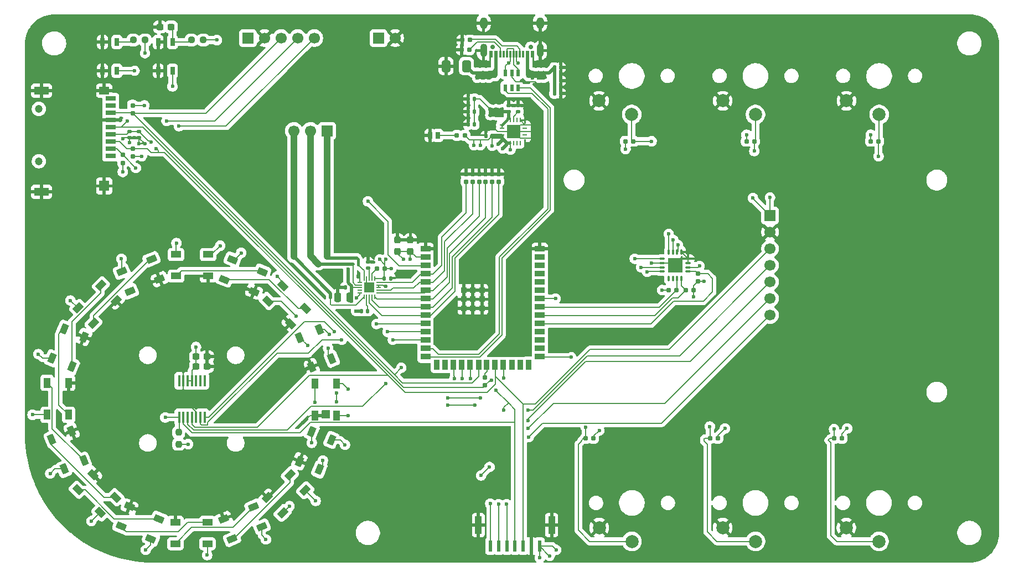
<source format=gbr>
%TF.GenerationSoftware,KiCad,Pcbnew,9.0.7*%
%TF.CreationDate,2026-02-11T23:35:24+11:00*%
%TF.ProjectId,detentOne,64657465-6e74-44f6-9e65-2e6b69636164,rev?*%
%TF.SameCoordinates,Original*%
%TF.FileFunction,Copper,L1,Top*%
%TF.FilePolarity,Positive*%
%FSLAX46Y46*%
G04 Gerber Fmt 4.6, Leading zero omitted, Abs format (unit mm)*
G04 Created by KiCad (PCBNEW 9.0.7) date 2026-02-11 23:35:24*
%MOMM*%
%LPD*%
G01*
G04 APERTURE LIST*
G04 Aperture macros list*
%AMRoundRect*
0 Rectangle with rounded corners*
0 $1 Rounding radius*
0 $2 $3 $4 $5 $6 $7 $8 $9 X,Y pos of 4 corners*
0 Add a 4 corners polygon primitive as box body*
4,1,4,$2,$3,$4,$5,$6,$7,$8,$9,$2,$3,0*
0 Add four circle primitives for the rounded corners*
1,1,$1+$1,$2,$3*
1,1,$1+$1,$4,$5*
1,1,$1+$1,$6,$7*
1,1,$1+$1,$8,$9*
0 Add four rect primitives between the rounded corners*
20,1,$1+$1,$2,$3,$4,$5,0*
20,1,$1+$1,$4,$5,$6,$7,0*
20,1,$1+$1,$6,$7,$8,$9,0*
20,1,$1+$1,$8,$9,$2,$3,0*%
%AMRotRect*
0 Rectangle, with rotation*
0 The origin of the aperture is its center*
0 $1 length*
0 $2 width*
0 $3 Rotation angle, in degrees counterclockwise*
0 Add horizontal line*
21,1,$1,$2,0,0,$3*%
G04 Aperture macros list end*
%TA.AperFunction,SMDPad,CuDef*%
%ADD10RoundRect,0.250000X0.250000X0.475000X-0.250000X0.475000X-0.250000X-0.475000X0.250000X-0.475000X0*%
%TD*%
%TA.AperFunction,SMDPad,CuDef*%
%ADD11RoundRect,0.140000X-0.170000X0.140000X-0.170000X-0.140000X0.170000X-0.140000X0.170000X0.140000X0*%
%TD*%
%TA.AperFunction,SMDPad,CuDef*%
%ADD12RoundRect,0.160000X-0.197500X-0.160000X0.197500X-0.160000X0.197500X0.160000X-0.197500X0.160000X0*%
%TD*%
%TA.AperFunction,SMDPad,CuDef*%
%ADD13RotRect,1.500000X1.000000X135.000000*%
%TD*%
%TA.AperFunction,SMDPad,CuDef*%
%ADD14RoundRect,0.237500X0.300000X0.237500X-0.300000X0.237500X-0.300000X-0.237500X0.300000X-0.237500X0*%
%TD*%
%TA.AperFunction,SMDPad,CuDef*%
%ADD15RoundRect,0.140000X-0.140000X-0.170000X0.140000X-0.170000X0.140000X0.170000X-0.140000X0.170000X0*%
%TD*%
%TA.AperFunction,SMDPad,CuDef*%
%ADD16R,0.650000X1.200000*%
%TD*%
%TA.AperFunction,SMDPad,CuDef*%
%ADD17RotRect,1.500000X1.000000X202.500000*%
%TD*%
%TA.AperFunction,SMDPad,CuDef*%
%ADD18RotRect,1.500000X1.000000X337.500000*%
%TD*%
%TA.AperFunction,SMDPad,CuDef*%
%ADD19RoundRect,0.160000X0.197500X0.160000X-0.197500X0.160000X-0.197500X-0.160000X0.197500X-0.160000X0*%
%TD*%
%TA.AperFunction,SMDPad,CuDef*%
%ADD20RoundRect,0.140000X0.140000X0.170000X-0.140000X0.170000X-0.140000X-0.170000X0.140000X-0.170000X0*%
%TD*%
%TA.AperFunction,SMDPad,CuDef*%
%ADD21R,2.050000X2.050000*%
%TD*%
%TA.AperFunction,SMDPad,CuDef*%
%ADD22R,0.800000X0.280000*%
%TD*%
%TA.AperFunction,SMDPad,CuDef*%
%ADD23R,0.280000X0.800000*%
%TD*%
%TA.AperFunction,SMDPad,CuDef*%
%ADD24RoundRect,0.237500X0.237500X-0.250000X0.237500X0.250000X-0.237500X0.250000X-0.237500X-0.250000X0*%
%TD*%
%TA.AperFunction,SMDPad,CuDef*%
%ADD25R,1.650000X1.650000*%
%TD*%
%TA.AperFunction,SMDPad,CuDef*%
%ADD26R,0.660000X0.200000*%
%TD*%
%TA.AperFunction,SMDPad,CuDef*%
%ADD27R,0.200000X0.660000*%
%TD*%
%TA.AperFunction,SMDPad,CuDef*%
%ADD28R,0.900000X0.900000*%
%TD*%
%TA.AperFunction,SMDPad,CuDef*%
%ADD29R,1.500000X0.900000*%
%TD*%
%TA.AperFunction,SMDPad,CuDef*%
%ADD30R,0.900000X1.500000*%
%TD*%
%TA.AperFunction,SMDPad,CuDef*%
%ADD31R,1.000000X2.700000*%
%TD*%
%TA.AperFunction,SMDPad,CuDef*%
%ADD32R,0.600000X1.700000*%
%TD*%
%TA.AperFunction,SMDPad,CuDef*%
%ADD33RoundRect,0.237500X-0.237500X0.300000X-0.237500X-0.300000X0.237500X-0.300000X0.237500X0.300000X0*%
%TD*%
%TA.AperFunction,SMDPad,CuDef*%
%ADD34RotRect,1.500000X1.000000X157.500000*%
%TD*%
%TA.AperFunction,SMDPad,CuDef*%
%ADD35RoundRect,0.160000X0.160000X-0.197500X0.160000X0.197500X-0.160000X0.197500X-0.160000X-0.197500X0*%
%TD*%
%TA.AperFunction,ComponentPad*%
%ADD36C,1.700000*%
%TD*%
%TA.AperFunction,ComponentPad*%
%ADD37R,1.700000X1.700000*%
%TD*%
%TA.AperFunction,SMDPad,CuDef*%
%ADD38RotRect,1.500000X1.000000X315.000000*%
%TD*%
%TA.AperFunction,SMDPad,CuDef*%
%ADD39RotRect,1.500000X1.000000X292.500000*%
%TD*%
%TA.AperFunction,SMDPad,CuDef*%
%ADD40RoundRect,0.140000X0.170000X-0.140000X0.170000X0.140000X-0.170000X0.140000X-0.170000X-0.140000X0*%
%TD*%
%TA.AperFunction,SMDPad,CuDef*%
%ADD41RoundRect,0.250000X0.412500X0.650000X-0.412500X0.650000X-0.412500X-0.650000X0.412500X-0.650000X0*%
%TD*%
%TA.AperFunction,SMDPad,CuDef*%
%ADD42RoundRect,0.237500X-0.250000X-0.237500X0.250000X-0.237500X0.250000X0.237500X-0.250000X0.237500X0*%
%TD*%
%TA.AperFunction,SMDPad,CuDef*%
%ADD43R,1.000000X1.500000*%
%TD*%
%TA.AperFunction,SMDPad,CuDef*%
%ADD44RoundRect,0.237500X-0.300000X-0.237500X0.300000X-0.237500X0.300000X0.237500X-0.300000X0.237500X0*%
%TD*%
%TA.AperFunction,SMDPad,CuDef*%
%ADD45RotRect,1.500000X1.000000X112.500000*%
%TD*%
%TA.AperFunction,SMDPad,CuDef*%
%ADD46RotRect,1.500000X1.000000X22.500000*%
%TD*%
%TA.AperFunction,SMDPad,CuDef*%
%ADD47RotRect,1.500000X1.000000X45.000000*%
%TD*%
%TA.AperFunction,SMDPad,CuDef*%
%ADD48RotRect,1.500000X1.000000X247.500000*%
%TD*%
%TA.AperFunction,SMDPad,CuDef*%
%ADD49R,0.650000X1.000000*%
%TD*%
%TA.AperFunction,SMDPad,CuDef*%
%ADD50RotRect,1.500000X1.000000X67.500000*%
%TD*%
%TA.AperFunction,SMDPad,CuDef*%
%ADD51R,1.500000X1.000000*%
%TD*%
%TA.AperFunction,SMDPad,CuDef*%
%ADD52R,0.400000X1.700000*%
%TD*%
%TA.AperFunction,SMDPad,CuDef*%
%ADD53RoundRect,0.237500X0.250000X0.237500X-0.250000X0.237500X-0.250000X-0.237500X0.250000X-0.237500X0*%
%TD*%
%TA.AperFunction,SMDPad,CuDef*%
%ADD54R,2.200000X2.200000*%
%TD*%
%TA.AperFunction,SMDPad,CuDef*%
%ADD55O,1.000000X0.350000*%
%TD*%
%TA.AperFunction,SMDPad,CuDef*%
%ADD56O,0.350000X1.000000*%
%TD*%
%TA.AperFunction,SMDPad,CuDef*%
%ADD57RoundRect,0.160000X-0.160000X0.197500X-0.160000X-0.197500X0.160000X-0.197500X0.160000X0.197500X0*%
%TD*%
%TA.AperFunction,SMDPad,CuDef*%
%ADD58RotRect,1.500000X1.000000X225.000000*%
%TD*%
%TA.AperFunction,ComponentPad*%
%ADD59C,1.200000*%
%TD*%
%TA.AperFunction,SMDPad,CuDef*%
%ADD60R,1.600000X0.700000*%
%TD*%
%TA.AperFunction,SMDPad,CuDef*%
%ADD61R,1.500000X1.200000*%
%TD*%
%TA.AperFunction,SMDPad,CuDef*%
%ADD62R,2.200000X1.200000*%
%TD*%
%TA.AperFunction,SMDPad,CuDef*%
%ADD63R,1.500000X1.600000*%
%TD*%
%TA.AperFunction,SMDPad,CuDef*%
%ADD64R,0.530000X1.070000*%
%TD*%
%TA.AperFunction,ComponentPad*%
%ADD65C,2.000000*%
%TD*%
%TA.AperFunction,ComponentPad*%
%ADD66C,0.700000*%
%TD*%
%TA.AperFunction,SMDPad,CuDef*%
%ADD67R,0.550000X1.100000*%
%TD*%
%TA.AperFunction,SMDPad,CuDef*%
%ADD68R,0.300000X1.100000*%
%TD*%
%TA.AperFunction,ComponentPad*%
%ADD69O,1.100000X2.000000*%
%TD*%
%TA.AperFunction,ComponentPad*%
%ADD70O,1.200000X1.800000*%
%TD*%
%TA.AperFunction,ViaPad*%
%ADD71C,0.600000*%
%TD*%
%TA.AperFunction,Conductor*%
%ADD72C,0.200000*%
%TD*%
%TA.AperFunction,Conductor*%
%ADD73C,0.500000*%
%TD*%
%TA.AperFunction,Conductor*%
%ADD74C,1.000000*%
%TD*%
%TA.AperFunction,Conductor*%
%ADD75C,0.400000*%
%TD*%
%TA.AperFunction,Conductor*%
%ADD76C,0.750000*%
%TD*%
G04 APERTURE END LIST*
D10*
%TO.P,C9,1*%
%TO.N,5V*%
X134250000Y-95400000D03*
%TO.P,C9,2*%
%TO.N,GND*%
X132350000Y-95400000D03*
%TD*%
D11*
%TO.P,C4,1*%
%TO.N,GND*%
X158500000Y-66000000D03*
%TO.P,C4,2*%
%TO.N,5V*%
X158500000Y-66960000D03*
%TD*%
D12*
%TO.P,R23,2*%
%TO.N,3V3*%
X186797500Y-94300000D03*
%TO.P,R23,1*%
%TO.N,SCL*%
X185602500Y-94300000D03*
%TD*%
D13*
%TO.P,LED4,4,DIN*%
%TO.N,Net-(LED3-DOUT)*%
X127480182Y-97105351D03*
%TO.P,LED4,3,VSS*%
%TO.N,GND*%
X125146729Y-99438804D03*
%TO.P,LED4,2,DOUT*%
%TO.N,Net-(LED4-DOUT)*%
X121681906Y-95973981D03*
%TO.P,LED4,1,VDD*%
%TO.N,3V3*%
X124015359Y-93640528D03*
%TD*%
D14*
%TO.P,C18,2*%
%TO.N,GND*%
X105175000Y-54000000D03*
%TO.P,C18,1*%
%TO.N,EN*%
X106900000Y-54000000D03*
%TD*%
D15*
%TO.P,C20,2*%
%TO.N,GND*%
X166480000Y-64170000D03*
%TO.P,C20,1*%
%TO.N,5V*%
X165520000Y-64170000D03*
%TD*%
D16*
%TO.P,SW7,4,A*%
%TO.N,EN*%
X107100000Y-56300000D03*
%TO.P,SW7,3,K*%
X107100000Y-60700000D03*
%TO.P,SW7,2,2*%
%TO.N,GND*%
X104900000Y-56300000D03*
%TO.P,SW7,1,1*%
X104900000Y-60700000D03*
%TD*%
D15*
%TO.P,C19,2*%
%TO.N,GND*%
X166480000Y-62200000D03*
%TO.P,C19,1*%
%TO.N,5V*%
X165520000Y-62200000D03*
%TD*%
D12*
%TO.P,R19,2*%
%TO.N,3V3*%
X139597500Y-91000000D03*
%TO.P,R19,1*%
%TO.N,Net-(U4-DIAG)*%
X138402500Y-91000000D03*
%TD*%
D17*
%TO.P,LED17,4,DIN*%
%TO.N,Net-(LED16-DOUT)*%
X103883261Y-89579359D03*
%TO.P,LED17,3,VSS*%
%TO.N,GND*%
X105146117Y-92628162D03*
%TO.P,LED17,2,DOUT*%
%TO.N,unconnected-(LED17-DOUT-Pad2)*%
X100619107Y-94503311D03*
%TO.P,LED17,1,VDD*%
%TO.N,3V3*%
X99356251Y-91454508D03*
%TD*%
D18*
%TO.P,LED11,4,DIN*%
%TO.N,Net-(LED10-DOUT)*%
X99263863Y-130507223D03*
%TO.P,LED11,3,VSS*%
%TO.N,GND*%
X100526719Y-127458420D03*
%TO.P,LED11,2,DOUT*%
%TO.N,Net-(LED11-DOUT)*%
X105053729Y-129333569D03*
%TO.P,LED11,1,VDD*%
%TO.N,3V3*%
X103790873Y-132382372D03*
%TD*%
D19*
%TO.P,R6,2*%
%TO.N,GND*%
X151402500Y-56000000D03*
%TO.P,R6,1*%
%TO.N,Net-(USB1-CC1)*%
X152597500Y-56000000D03*
%TD*%
D12*
%TO.P,R25,2*%
%TO.N,KEY1*%
X177597500Y-71500000D03*
%TO.P,R25,1*%
%TO.N,3V3*%
X176402500Y-71500000D03*
%TD*%
D20*
%TO.P,C13,2*%
%TO.N,3V3*%
X139520000Y-92500000D03*
%TO.P,C13,1*%
%TO.N,GND*%
X140480000Y-92500000D03*
%TD*%
D21*
%TO.P,U2,21,GND*%
%TO.N,GND*%
X159270000Y-70000000D03*
D22*
%TO.P,U2,20,OUT*%
%TO.N,3V3*%
X157520000Y-71000000D03*
%TO.P,U2,19,OUT*%
X157520000Y-70500000D03*
%TO.P,U2,18,GND*%
%TO.N,GND*%
X157520000Y-70000000D03*
%TO.P,U2,17,IN*%
%TO.N,5V*%
X157520000Y-69500000D03*
%TO.P,U2,16,IN*%
X157520000Y-69000000D03*
D23*
%TO.P,U2,15,IN*%
X158270000Y-68250000D03*
%TO.P,U2,14,EN*%
X158770000Y-68250000D03*
%TO.P,U2,13,NR/SS*%
%TO.N,Net-(U2-NR{slash}SS)*%
X159270000Y-68250000D03*
%TO.P,U2,12,BIAS*%
%TO.N,unconnected-(U2-BIAS-Pad12)*%
X159770000Y-68250000D03*
%TO.P,U2,11,1.6V*%
%TO.N,GND*%
X160270000Y-68250000D03*
D22*
%TO.P,U2,10,800mV*%
X161020000Y-69000000D03*
%TO.P,U2,9,400mV*%
%TO.N,unconnected-(U2-400mV-Pad9)*%
X161020000Y-69500000D03*
%TO.P,U2,8,GND*%
%TO.N,GND*%
X161020000Y-70000000D03*
%TO.P,U2,7,200mV*%
%TO.N,unconnected-(U2-200mV-Pad7)*%
X161020000Y-70500000D03*
%TO.P,U2,6,100mV*%
%TO.N,GND*%
X161020000Y-71000000D03*
D23*
%TO.P,U2,5,50mV*%
%TO.N,unconnected-(U2-50mV-Pad5)*%
X160270000Y-71750000D03*
%TO.P,U2,4,PG*%
%TO.N,unconnected-(U2-PG-Pad4)*%
X159770000Y-71750000D03*
%TO.P,U2,3,FB*%
%TO.N,unconnected-(U2-FB-Pad3)*%
X159270000Y-71750000D03*
%TO.P,U2,2,SNS*%
%TO.N,3V3*%
X158770000Y-71750000D03*
%TO.P,U2,1,OUT*%
X158270000Y-71750000D03*
%TD*%
D15*
%TO.P,C15,2*%
%TO.N,GND*%
X166480000Y-60230000D03*
%TO.P,C15,1*%
%TO.N,5V*%
X165520000Y-60230000D03*
%TD*%
D24*
%TO.P,R32,2*%
%TO.N,ENCODER_CS*%
X108050000Y-116087500D03*
%TO.P,R32,1*%
%TO.N,3V3*%
X108050000Y-117912500D03*
%TD*%
D25*
%TO.P,U4,21,EP*%
%TO.N,GND*%
X137200000Y-93910000D03*
D26*
%TO.P,U4,20,BRW*%
X135790000Y-94710000D03*
%TO.P,U4,19,NC*%
%TO.N,unconnected-(U4-NC-Pad19)*%
X135790000Y-94310000D03*
%TO.P,U4,18,VS*%
%TO.N,5V*%
X135790000Y-93910000D03*
%TO.P,U4,17,V*%
%TO.N,V*%
X135790000Y-93510000D03*
%TO.P,U4,16,BRUV*%
%TO.N,GND*%
X135790000Y-93110000D03*
D27*
%TO.P,U4,15,U*%
%TO.N,U*%
X136400000Y-92500000D03*
%TO.P,U4,14,GND*%
%TO.N,GND*%
X136800000Y-92500000D03*
%TO.P,U4,13,1.8VOUT*%
%TO.N,Net-(U4-1.8VOUT)*%
X137200000Y-92500000D03*
%TO.P,U4,12,DIAG*%
%TO.N,Net-(U4-DIAG)*%
X137600000Y-92500000D03*
%TO.P,U4,11,VIO/NSTDBY*%
%TO.N,3V3*%
X138000000Y-92500000D03*
D26*
%TO.P,U4,10,VL*%
%TO.N,VL*%
X138610000Y-93110000D03*
%TO.P,U4,9,GND*%
%TO.N,GND*%
X138610000Y-93510000D03*
%TO.P,U4,8,GND*%
X138610000Y-93910000D03*
%TO.P,U4,7,WL*%
%TO.N,WL*%
X138610000Y-94310000D03*
%TO.P,U4,6,UL*%
%TO.N,UL*%
X138610000Y-94710000D03*
D27*
%TO.P,U4,5,WH*%
%TO.N,WH*%
X138000000Y-95320000D03*
%TO.P,U4,4,VH*%
%TO.N,VH*%
X137600000Y-95320000D03*
%TO.P,U4,3,UH*%
%TO.N,UH*%
X137200000Y-95320000D03*
%TO.P,U4,2,VCP*%
%TO.N,Net-(U4-VCP)*%
X136800000Y-95320000D03*
%TO.P,U4,1,W*%
%TO.N,W*%
X136400000Y-95320000D03*
%TD*%
D28*
%TO.P,U1,41,GND*%
%TO.N,GND*%
X154450000Y-97110000D03*
X154450000Y-95710000D03*
X154450000Y-94310000D03*
X153050000Y-97110000D03*
X153050000Y-95710000D03*
X153050000Y-94310000D03*
X151650000Y-97110000D03*
X151650000Y-95710000D03*
X151650000Y-94310000D03*
D29*
%TO.P,U1,40,GND*%
X163300000Y-87990000D03*
%TO.P,U1,39,IO1*%
%TO.N,unconnected-(U1-IO1-Pad39)*%
X163300000Y-89260000D03*
%TO.P,U1,38,IO2*%
%TO.N,unconnected-(U1-IO2-Pad38)*%
X163300000Y-90530000D03*
%TO.P,U1,37,TXD0*%
%TO.N,unconnected-(U1-TXD0-Pad37)*%
X163300000Y-91800000D03*
%TO.P,U1,36,RXD0*%
%TO.N,unconnected-(U1-RXD0-Pad36)*%
X163300000Y-93070000D03*
%TO.P,U1,35,IO42*%
%TO.N,unconnected-(U1-IO42-Pad35)*%
X163300000Y-94340000D03*
%TO.P,U1,34,IO41*%
%TO.N,SD_CS*%
X163300000Y-95610000D03*
%TO.P,U1,33,IO40*%
%TO.N,KEY_INT*%
X163300000Y-96880000D03*
%TO.P,U1,32,IO39*%
%TO.N,SCL*%
X163300000Y-98150000D03*
%TO.P,U1,31,IO38*%
%TO.N,SDA*%
X163300000Y-99420000D03*
%TO.P,U1,30,IO37*%
%TO.N,unconnected-(U1-IO37-Pad30)*%
X163300000Y-100690000D03*
%TO.P,U1,29,IO36*%
%TO.N,unconnected-(U1-IO36-Pad29)*%
X163300000Y-101960000D03*
%TO.P,U1,28,IO35*%
%TO.N,unconnected-(U1-IO35-Pad28)*%
X163300000Y-103230000D03*
%TO.P,U1,27,IO0*%
%TO.N,BOOT*%
X163300000Y-104500000D03*
D30*
%TO.P,U1,26,IO45*%
%TO.N,unconnected-(U1-IO45-Pad26)*%
X161540000Y-105740000D03*
%TO.P,U1,25,IO48*%
%TO.N,unconnected-(U1-IO48-Pad25)*%
X160270000Y-105770000D03*
%TO.P,U1,24,IO47*%
%TO.N,unconnected-(U1-IO47-Pad24)*%
X159000000Y-105770000D03*
%TO.P,U1,23,IO21*%
%TO.N,ENCODER_CS*%
X157720000Y-105770000D03*
%TO.P,U1,22,IO14*%
%TO.N,MOSI*%
X156450000Y-105770000D03*
%TO.P,U1,21,IO13*%
%TO.N,Net-(U1-IO13)*%
X155180000Y-105770000D03*
%TO.P,U1,20,IO12*%
%TO.N,MISO*%
X153920000Y-105770000D03*
%TO.P,U1,19,IO11*%
%TO.N,OLED_CS*%
X152640000Y-105770000D03*
%TO.P,U1,18,IO10*%
%TO.N,OLED_DC*%
X151370000Y-105770000D03*
%TO.P,U1,17,IO9*%
%TO.N,OLED_RST*%
X150100000Y-105770000D03*
%TO.P,U1,16,IO46*%
%TO.N,unconnected-(U1-IO46-Pad16)*%
X148830000Y-105770000D03*
%TO.P,U1,15,IO3*%
%TO.N,unconnected-(U1-IO3-Pad15)*%
X147560000Y-105770000D03*
D29*
%TO.P,U1,14,IO20*%
%TO.N,USB_D+*%
X145800000Y-104500000D03*
%TO.P,U1,13,IO19*%
%TO.N,USB_D-*%
X145800000Y-103230000D03*
%TO.P,U1,12,IO8*%
%TO.N,B_OUT*%
X145800000Y-101960000D03*
%TO.P,U1,11,IO18*%
%TO.N,A_OUT*%
X145800000Y-100690000D03*
%TO.P,U1,10,IO17*%
%TO.N,NEOPIXEL_DIN*%
X145800000Y-99420000D03*
%TO.P,U1,9,IO16*%
%TO.N,UH*%
X145800000Y-98150000D03*
%TO.P,U1,8,IO15*%
%TO.N,VH*%
X145800000Y-96880000D03*
%TO.P,U1,7,IO7*%
%TO.N,WH*%
X145800000Y-95610000D03*
%TO.P,U1,6,IO6*%
%TO.N,UL*%
X145800000Y-94340000D03*
%TO.P,U1,5,IO5*%
%TO.N,WL*%
X145800000Y-93070000D03*
%TO.P,U1,4,IO4*%
%TO.N,VL*%
X145800000Y-91800000D03*
%TO.P,U1,3,EN*%
%TO.N,EN*%
X145800000Y-90530000D03*
%TO.P,U1,2,3V3*%
%TO.N,3V3*%
X145800000Y-89260000D03*
%TO.P,U1,1,GND*%
%TO.N,GND*%
X145800000Y-87990000D03*
%TD*%
D31*
%TO.P,U5,9,9*%
%TO.N,GND*%
X165100000Y-130300000D03*
%TO.P,U5,8,8*%
X153900000Y-130300000D03*
D32*
%TO.P,U5,7,7*%
%TO.N,OLED_RST*%
X155750000Y-133500000D03*
%TO.P,U5,6,6*%
%TO.N,OLED_DC*%
X157000000Y-133500000D03*
%TO.P,U5,5,5*%
%TO.N,OLED_CS*%
X158250000Y-133500000D03*
%TO.P,U5,4,4*%
%TO.N,SCK*%
X159500000Y-133500000D03*
%TO.P,U5,3,3*%
%TO.N,MOSI*%
X160750000Y-133500000D03*
%TO.P,U5,2,2*%
%TO.N,GND*%
X162000000Y-133500000D03*
%TO.P,U5,1,1*%
%TO.N,3V3*%
X163250000Y-133500000D03*
%TD*%
D20*
%TO.P,C2,2*%
%TO.N,GND*%
X152340000Y-64990000D03*
%TO.P,C2,1*%
%TO.N,5V*%
X153300000Y-64990000D03*
%TD*%
D33*
%TO.P,C17,2*%
%TO.N,3V3*%
X141500000Y-88362500D03*
%TO.P,C17,1*%
%TO.N,GND*%
X141500000Y-86637500D03*
%TD*%
D34*
%TO.P,LED3,4,DIN*%
%TO.N,Net-(LED2-DOUT)*%
X120836137Y-91492777D03*
%TO.P,LED3,3,VSS*%
%TO.N,GND*%
X119573281Y-94541580D03*
%TO.P,LED3,2,DOUT*%
%TO.N,Net-(LED3-DOUT)*%
X115046271Y-92666431D03*
%TO.P,LED3,1,VDD*%
%TO.N,3V3*%
X116309127Y-89617628D03*
%TD*%
D16*
%TO.P,SW8,4,A*%
%TO.N,BOOT*%
X98600000Y-56300000D03*
%TO.P,SW8,3,K*%
X98600000Y-60700000D03*
%TO.P,SW8,2,2*%
%TO.N,GND*%
X96400000Y-56300000D03*
%TO.P,SW8,1,1*%
X96400000Y-60700000D03*
%TD*%
D19*
%TO.P,R30,2*%
%TO.N,KEY2*%
X170305000Y-117000000D03*
%TO.P,R30,1*%
%TO.N,3V3*%
X171500000Y-117000000D03*
%TD*%
D12*
%TO.P,R27,2*%
%TO.N,KEY5*%
X215097500Y-71500000D03*
%TO.P,R27,1*%
%TO.N,3V3*%
X213902500Y-71500000D03*
%TD*%
D35*
%TO.P,R13,2*%
%TO.N,GND*%
X157000000Y-76500000D03*
%TO.P,R13,1*%
%TO.N,UH*%
X157000000Y-77695000D03*
%TD*%
D36*
%TO.P,J1,7,Pin_7*%
%TO.N,OLED_RST*%
X198500000Y-98120000D03*
%TO.P,J1,6,Pin_6*%
%TO.N,OLED_DC*%
X198500000Y-95580000D03*
%TO.P,J1,5,Pin_5*%
%TO.N,OLED_CS*%
X198500000Y-93040000D03*
%TO.P,J1,4,Pin_4*%
%TO.N,SCK*%
X198500000Y-90500000D03*
%TO.P,J1,3,Pin_3*%
%TO.N,MOSI*%
X198500000Y-87960000D03*
%TO.P,J1,2,Pin_2*%
%TO.N,GND*%
X198500000Y-85420000D03*
D37*
%TO.P,J1,1,Pin_1*%
%TO.N,3V3*%
X198500000Y-82880000D03*
%TD*%
D35*
%TO.P,R10,2*%
%TO.N,MOSI*%
X101000000Y-72602500D03*
%TO.P,R10,1*%
%TO.N,3V3*%
X101000000Y-73797500D03*
%TD*%
%TO.P,R17,2*%
%TO.N,GND*%
X153000000Y-76500000D03*
%TO.P,R17,1*%
%TO.N,WL*%
X153000000Y-77695000D03*
%TD*%
D38*
%TO.P,LED12,4,DIN*%
%TO.N,Net-(LED11-DOUT)*%
X92619818Y-124894649D03*
%TO.P,LED12,3,VSS*%
%TO.N,GND*%
X94953271Y-122561196D03*
%TO.P,LED12,2,DOUT*%
%TO.N,Net-(LED12-DOUT)*%
X98418094Y-126026019D03*
%TO.P,LED12,1,VDD*%
%TO.N,3V3*%
X96084641Y-128359472D03*
%TD*%
D39*
%TO.P,LED13,4,DIN*%
%TO.N,Net-(LED12-DOUT)*%
X88629359Y-117166739D03*
%TO.P,LED13,3,VSS*%
%TO.N,GND*%
X91678162Y-115903883D03*
%TO.P,LED13,2,DOUT*%
%TO.N,Net-(LED13-DOUT)*%
X93553311Y-120430893D03*
%TO.P,LED13,1,VDD*%
%TO.N,3V3*%
X90504508Y-121693749D03*
%TD*%
D12*
%TO.P,R26,2*%
%TO.N,KEY3*%
X196097500Y-71500000D03*
%TO.P,R26,1*%
%TO.N,3V3*%
X194902500Y-71500000D03*
%TD*%
D40*
%TO.P,C11,2*%
%TO.N,GND*%
X137000000Y-90000000D03*
%TO.P,C11,1*%
%TO.N,Net-(U4-1.8VOUT)*%
X137000000Y-90960000D03*
%TD*%
D35*
%TO.P,R12,2*%
%TO.N,3V3*%
X101000000Y-66000000D03*
%TO.P,R12,1*%
%TO.N,MISO*%
X101000000Y-67195000D03*
%TD*%
D41*
%TO.P,C1,2*%
%TO.N,GND*%
X148937500Y-60000000D03*
%TO.P,C1,1*%
%TO.N,5V*%
X152062500Y-60000000D03*
%TD*%
D42*
%TO.P,R21,2*%
%TO.N,3V3*%
X102912500Y-56000000D03*
%TO.P,R21,1*%
%TO.N,BOOT*%
X101087500Y-56000000D03*
%TD*%
D20*
%TO.P,C3,2*%
%TO.N,GND*%
X152340000Y-66960000D03*
%TO.P,C3,1*%
%TO.N,5V*%
X153300000Y-66960000D03*
%TD*%
D36*
%TO.P,J6,2,Pin_2*%
%TO.N,GND*%
X141165000Y-55700000D03*
D37*
%TO.P,J6,1,Pin_1*%
%TO.N,3V3*%
X138625000Y-55700000D03*
%TD*%
D43*
%TO.P,LED14,4,DIN*%
%TO.N,Net-(LED13-DOUT)*%
X87900000Y-108500000D03*
%TO.P,LED14,3,VSS*%
%TO.N,GND*%
X91200000Y-108500000D03*
%TO.P,LED14,2,DOUT*%
%TO.N,Net-(LED14-DOUT)*%
X91200000Y-113400000D03*
%TO.P,LED14,1,VDD*%
%TO.N,3V3*%
X87900000Y-113400000D03*
%TD*%
D35*
%TO.P,R16,2*%
%TO.N,GND*%
X154000000Y-76500000D03*
%TO.P,R16,1*%
%TO.N,UL*%
X154000000Y-77695000D03*
%TD*%
D44*
%TO.P,C32,2*%
%TO.N,GND*%
X112412500Y-104500000D03*
%TO.P,C32,1*%
%TO.N,3V3*%
X110687500Y-104500000D03*
%TD*%
D45*
%TO.P,LED5,4,DIN*%
%TO.N,Net-(LED4-DOUT)*%
X131470641Y-104833261D03*
%TO.P,LED5,3,VSS*%
%TO.N,GND*%
X128421838Y-106096117D03*
%TO.P,LED5,2,DOUT*%
%TO.N,Net-(LED5-DOUT)*%
X126546689Y-101569107D03*
%TO.P,LED5,1,VDD*%
%TO.N,3V3*%
X129595492Y-100306251D03*
%TD*%
D46*
%TO.P,LED9,4,DIN*%
%TO.N,Net-(LED8-DOUT)*%
X116216739Y-132420641D03*
%TO.P,LED9,3,VSS*%
%TO.N,GND*%
X114953883Y-129371838D03*
%TO.P,LED9,2,DOUT*%
%TO.N,Net-(LED10-DIN)*%
X119480893Y-127496689D03*
%TO.P,LED9,1,VDD*%
%TO.N,3V3*%
X120743749Y-130545492D03*
%TD*%
D47*
%TO.P,LED8,4,DIN*%
%TO.N,Net-(LED7-DOUT)*%
X123944649Y-128430182D03*
%TO.P,LED8,3,VSS*%
%TO.N,GND*%
X121611196Y-126096729D03*
%TO.P,LED8,2,DOUT*%
%TO.N,Net-(LED8-DOUT)*%
X125076019Y-122631906D03*
%TO.P,LED8,1,VDD*%
%TO.N,3V3*%
X127409472Y-124965359D03*
%TD*%
D48*
%TO.P,LED15,4,DIN*%
%TO.N,Net-(LED14-DOUT)*%
X90542777Y-100213863D03*
%TO.P,LED15,3,VSS*%
%TO.N,GND*%
X93591580Y-101476719D03*
%TO.P,LED15,2,DOUT*%
%TO.N,Net-(LED15-DOUT)*%
X91716431Y-106003729D03*
%TO.P,LED15,1,VDD*%
%TO.N,3V3*%
X88667628Y-104740873D03*
%TD*%
D49*
%TO.P,LED1,2,A*%
%TO.N,Net-(LED1-A)*%
X147705000Y-70600000D03*
%TO.P,LED1,1,C*%
%TO.N,GND*%
X146505000Y-70600000D03*
%TD*%
D15*
%TO.P,C12,2*%
%TO.N,Net-(U4-VCP)*%
X136980000Y-97500000D03*
%TO.P,C12,1*%
%TO.N,5V*%
X136020000Y-97500000D03*
%TD*%
%TO.P,C5,2*%
%TO.N,3V3*%
X155980000Y-70700000D03*
%TO.P,C5,1*%
%TO.N,GND*%
X155020000Y-70700000D03*
%TD*%
D50*
%TO.P,LED7,4,DIN*%
%TO.N,Net-(LED6-DOUT)*%
X129557223Y-121786137D03*
%TO.P,LED7,3,VSS*%
%TO.N,GND*%
X126508420Y-120523281D03*
%TO.P,LED7,2,DOUT*%
%TO.N,Net-(LED7-DOUT)*%
X128383569Y-115996271D03*
%TO.P,LED7,1,VDD*%
%TO.N,3V3*%
X131432372Y-117259127D03*
%TD*%
D19*
%TO.P,R29,2*%
%TO.N,KEY4*%
X208305000Y-117000000D03*
%TO.P,R29,1*%
%TO.N,3V3*%
X209500000Y-117000000D03*
%TD*%
%TO.P,R1,2*%
%TO.N,Net-(LED1-A)*%
X150605000Y-70600000D03*
%TO.P,R1,1*%
%TO.N,3V3*%
X151800000Y-70600000D03*
%TD*%
D20*
%TO.P,C14,2*%
%TO.N,GND*%
X152340000Y-68930000D03*
%TO.P,C14,1*%
%TO.N,5V*%
X153300000Y-68930000D03*
%TD*%
D35*
%TO.P,R18,2*%
%TO.N,GND*%
X152000000Y-76500000D03*
%TO.P,R18,1*%
%TO.N,VL*%
X152000000Y-77695000D03*
%TD*%
D51*
%TO.P,LED2,4,DIN*%
%TO.N,NEOPIXEL_DIN*%
X112550000Y-88850000D03*
%TO.P,LED2,3,VSS*%
%TO.N,GND*%
X112550000Y-92150000D03*
%TO.P,LED2,2,DOUT*%
%TO.N,Net-(LED2-DOUT)*%
X107650000Y-92150000D03*
%TO.P,LED2,1,VDD*%
%TO.N,3V3*%
X107650000Y-88850000D03*
%TD*%
D19*
%TO.P,R7,2*%
%TO.N,GND*%
X151305000Y-57500000D03*
%TO.P,R7,1*%
%TO.N,Net-(USB1-CC2)*%
X152500000Y-57500000D03*
%TD*%
D35*
%TO.P,R15,2*%
%TO.N,GND*%
X155000000Y-76500000D03*
%TO.P,R15,1*%
%TO.N,WH*%
X155000000Y-77695000D03*
%TD*%
D36*
%TO.P,J2,3,Pin_3*%
%TO.N,W*%
X125660000Y-69915000D03*
%TO.P,J2,2,Pin_2*%
%TO.N,V*%
X128200000Y-69915000D03*
D37*
%TO.P,J2,1,Pin_1*%
%TO.N,U*%
X130740000Y-69915000D03*
%TD*%
D43*
%TO.P,LED6,4,DIN*%
%TO.N,Net-(LED5-DOUT)*%
X132200000Y-113500000D03*
%TO.P,LED6,3,VSS*%
%TO.N,GND*%
X128900000Y-113500000D03*
%TO.P,LED6,2,DOUT*%
%TO.N,Net-(LED6-DOUT)*%
X128900000Y-108600000D03*
%TO.P,LED6,1,VDD*%
%TO.N,3V3*%
X132200000Y-108600000D03*
%TD*%
D52*
%TO.P,U7,14,I*%
%TO.N,unconnected-(U7-I-Pad14)*%
X108110000Y-108200000D03*
%TO.P,U7,13,GND*%
%TO.N,GND*%
X108760000Y-108200000D03*
%TO.P,U7,12,VDD3V3*%
%TO.N,3V3*%
X109410000Y-108200000D03*
%TO.P,U7,11,VDD*%
X110060000Y-108200000D03*
%TO.P,U7,10,U*%
%TO.N,unconnected-(U7-U-Pad10)*%
X110710000Y-108200000D03*
%TO.P,U7,9,V*%
%TO.N,unconnected-(U7-V-Pad9)*%
X111360000Y-108200000D03*
%TO.P,U7,8,W/PWM*%
%TO.N,unconnected-(U7-W{slash}PWM-Pad8)*%
X112010000Y-108200000D03*
%TO.P,U7,7,A*%
%TO.N,A_OUT*%
X112010000Y-113800000D03*
%TO.P,U7,6,B*%
%TO.N,B_OUT*%
X111360000Y-113800000D03*
%TO.P,U7,5,Test*%
%TO.N,GND*%
X110710000Y-113800000D03*
%TO.P,U7,4,MOSI*%
%TO.N,MOSI*%
X110060000Y-113800000D03*
%TO.P,U7,3,MISO*%
%TO.N,MISO*%
X109410000Y-113800000D03*
%TO.P,U7,2,CLK*%
%TO.N,SCK*%
X108760000Y-113800000D03*
%TO.P,U7,1,CSn*%
%TO.N,ENCODER_CS*%
X108110000Y-113800000D03*
%TD*%
D19*
%TO.P,R28,2*%
%TO.N,KEY6*%
X189305000Y-117000000D03*
%TO.P,R28,1*%
%TO.N,3V3*%
X190500000Y-117000000D03*
%TD*%
D51*
%TO.P,LED10,4,DIN*%
%TO.N,Net-(LED10-DIN)*%
X107550000Y-133150000D03*
%TO.P,LED10,3,VSS*%
%TO.N,GND*%
X107550000Y-129850000D03*
%TO.P,LED10,2,DOUT*%
%TO.N,Net-(LED10-DOUT)*%
X112450000Y-129850000D03*
%TO.P,LED10,1,VDD*%
%TO.N,3V3*%
X112450000Y-133150000D03*
%TD*%
D20*
%TO.P,C10,2*%
%TO.N,GND*%
X133520000Y-93900000D03*
%TO.P,C10,1*%
%TO.N,5V*%
X134480000Y-93900000D03*
%TD*%
D33*
%TO.P,C16,2*%
%TO.N,3V3*%
X143500000Y-88362500D03*
%TO.P,C16,1*%
%TO.N,GND*%
X143500000Y-86637500D03*
%TD*%
D19*
%TO.P,R24,2*%
%TO.N,3V3*%
X183002500Y-94300000D03*
%TO.P,R24,1*%
%TO.N,KEY_INT*%
X184197500Y-94300000D03*
%TD*%
D53*
%TO.P,R20,2*%
%TO.N,EN*%
X109987500Y-56000000D03*
%TO.P,R20,1*%
%TO.N,3V3*%
X111812500Y-56000000D03*
%TD*%
D35*
%TO.P,R14,2*%
%TO.N,GND*%
X156000000Y-76500000D03*
%TO.P,R14,1*%
%TO.N,VH*%
X156000000Y-77695000D03*
%TD*%
D11*
%TO.P,C6,2*%
%TO.N,Net-(U2-NR{slash}SS)*%
X160000000Y-66980000D03*
%TO.P,C6,1*%
%TO.N,GND*%
X160000000Y-66020000D03*
%TD*%
D54*
%TO.P,U6,17,EP*%
%TO.N,GND*%
X183990000Y-90500000D03*
D55*
%TO.P,U6,16,A1*%
X185990000Y-89510000D03*
%TO.P,U6,15,A0*%
X185990000Y-90160000D03*
%TO.P,U6,14,VCC*%
%TO.N,3V3*%
X185990000Y-90810000D03*
%TO.P,U6,13,SDA*%
%TO.N,SDA*%
X185990000Y-91460000D03*
D56*
%TO.P,U6,12,SCL*%
%TO.N,SCL*%
X184950000Y-92500000D03*
%TO.P,U6,11,~{INT}*%
%TO.N,KEY_INT*%
X184300000Y-92500000D03*
%TO.P,U6,10,P7*%
%TO.N,unconnected-(U6-P7-Pad10)*%
X183650000Y-92500000D03*
%TO.P,U6,9,P6*%
%TO.N,unconnected-(U6-P6-Pad9)*%
X183000000Y-92500000D03*
D55*
%TO.P,U6,8,P5*%
%TO.N,KEY4*%
X181990000Y-91460000D03*
%TO.P,U6,7,P4*%
%TO.N,KEY6*%
X181990000Y-90810000D03*
%TO.P,U6,6,GND*%
%TO.N,GND*%
X181990000Y-90160000D03*
%TO.P,U6,5,P3*%
%TO.N,KEY2*%
X181990000Y-89510000D03*
D56*
%TO.P,U6,4,P2*%
%TO.N,KEY1*%
X183000000Y-88500000D03*
%TO.P,U6,3,P1*%
%TO.N,KEY3*%
X183650000Y-88500000D03*
%TO.P,U6,2,P0*%
%TO.N,KEY5*%
X184300000Y-88500000D03*
%TO.P,U6,1,A2*%
%TO.N,GND*%
X184960000Y-88500000D03*
%TD*%
D40*
%TO.P,C7,2*%
%TO.N,3V3*%
X102000000Y-70020000D03*
%TO.P,C7,1*%
%TO.N,GND*%
X102000000Y-70980000D03*
%TD*%
D57*
%TO.P,R22,2*%
%TO.N,3V3*%
X187450000Y-93000000D03*
%TO.P,R22,1*%
%TO.N,SDA*%
X187450000Y-91805000D03*
%TD*%
D36*
%TO.P,J5,5,Pin_5*%
%TO.N,MOSI*%
X128800000Y-55700000D03*
%TO.P,J5,4,Pin_4*%
%TO.N,SCK*%
X126260000Y-55700000D03*
%TO.P,J5,3,Pin_3*%
%TO.N,MISO*%
X123720000Y-55700000D03*
%TO.P,J5,2,Pin_2*%
%TO.N,GND*%
X121180000Y-55700000D03*
D37*
%TO.P,J5,1,Pin_1*%
%TO.N,3V3*%
X118640000Y-55700000D03*
%TD*%
D44*
%TO.P,C33,2*%
%TO.N,GND*%
X112412500Y-106000000D03*
%TO.P,C33,1*%
%TO.N,3V3*%
X110687500Y-106000000D03*
%TD*%
D40*
%TO.P,C8,2*%
%TO.N,3V3*%
X100500000Y-70020000D03*
%TO.P,C8,1*%
%TO.N,GND*%
X100500000Y-70980000D03*
%TD*%
D58*
%TO.P,LED16,4,DIN*%
%TO.N,Net-(LED15-DOUT)*%
X96155351Y-93569818D03*
%TO.P,LED16,3,VSS*%
%TO.N,GND*%
X98488804Y-95903271D03*
%TO.P,LED16,2,DOUT*%
%TO.N,Net-(LED16-DOUT)*%
X95023981Y-99368094D03*
%TO.P,LED16,1,VDD*%
%TO.N,3V3*%
X92690528Y-97034641D03*
%TD*%
D35*
%TO.P,R9,2*%
%TO.N,SD_CS*%
X99500000Y-73602500D03*
%TO.P,R9,1*%
%TO.N,3V3*%
X99500000Y-74797500D03*
%TD*%
D59*
%TO.P,Card1,*%
%TO.N,*%
X86662500Y-66550000D03*
X86662500Y-74550000D03*
D60*
%TO.P,Card1,1,DAT2*%
%TO.N,unconnected-(Card1-DAT2-Pad1)*%
X97662500Y-73750000D03*
%TO.P,Card1,2,CD/DAT3*%
%TO.N,SD_CS*%
X97662500Y-72650000D03*
%TO.P,Card1,3,CMD*%
%TO.N,MOSI*%
X97662500Y-71550000D03*
%TO.P,Card1,4,VDD*%
%TO.N,3V3*%
X97662500Y-70450000D03*
%TO.P,Card1,5,CLX*%
%TO.N,SCK*%
X97662500Y-69350000D03*
%TO.P,Card1,6,VSS*%
%TO.N,GND*%
X97662500Y-68250000D03*
%TO.P,Card1,7,DAT0*%
%TO.N,MISO*%
X97662500Y-67150000D03*
%TO.P,Card1,8,DAT1*%
%TO.N,unconnected-(Card1-DAT1-Pad8)*%
X97662500Y-66050000D03*
D61*
%TO.P,Card1,10,10*%
%TO.N,GND*%
X96662500Y-63750000D03*
D62*
%TO.P,Card1,11,11*%
X87062500Y-63750000D03*
%TO.P,Card1,12,12*%
X87062500Y-79250000D03*
D63*
%TO.P,Card1,13,13*%
X96662500Y-78350000D03*
D60*
%TO.P,Card1,CD*%
%TO.N,N/C*%
X97662500Y-64950000D03*
%TD*%
D64*
%TO.P,D5,1,1*%
%TO.N,USB_D+_UP*%
X159950000Y-61000000D03*
%TO.P,D5,2,2*%
%TO.N,GND*%
X159000000Y-61000000D03*
%TO.P,D5,3,3*%
%TO.N,USB_D-_UP*%
X158050000Y-61000000D03*
%TO.P,D5,4,4*%
%TO.N,USB_D-*%
X158050000Y-63300000D03*
%TO.P,D5,5,5*%
%TO.N,5V*%
X159000000Y-63300000D03*
%TO.P,D5,6,6*%
%TO.N,USB_D+*%
X159950000Y-63300000D03*
%TD*%
D65*
%TO.P,SW1,1,1*%
%TO.N,KEY1*%
X177350000Y-67400000D03*
%TO.P,SW1,2,2*%
%TO.N,GND*%
X172350000Y-65300000D03*
%TD*%
%TO.P,SW2,1,1*%
%TO.N,KEY2*%
X177375000Y-132800000D03*
%TO.P,SW2,2,2*%
%TO.N,GND*%
X172375000Y-130700000D03*
%TD*%
%TO.P,SW3,1,1*%
%TO.N,KEY3*%
X196275000Y-67400000D03*
%TO.P,SW3,2,2*%
%TO.N,GND*%
X191275000Y-65300000D03*
%TD*%
%TO.P,SW4,1,1*%
%TO.N,KEY4*%
X215175000Y-132800000D03*
%TO.P,SW4,2,2*%
%TO.N,GND*%
X210175000Y-130700000D03*
%TD*%
%TO.P,SW5,1,1*%
%TO.N,KEY5*%
X215200000Y-67400000D03*
%TO.P,SW5,2,2*%
%TO.N,GND*%
X210200000Y-65300000D03*
%TD*%
%TO.P,SW6,1,1*%
%TO.N,KEY6*%
X196275000Y-132800000D03*
%TO.P,SW6,2,2*%
%TO.N,GND*%
X191275000Y-130700000D03*
%TD*%
D66*
%TO.P,USB1,*%
%TO.N,*%
X161890000Y-57080000D03*
X156110000Y-57080000D03*
D67*
%TO.P,USB1,1,GND*%
%TO.N,GND*%
X162200000Y-58160000D03*
%TO.P,USB1,2,VBUS*%
%TO.N,5V*%
X161400000Y-58160000D03*
D68*
%TO.P,USB1,3,SBU2*%
%TO.N,unconnected-(USB1-SBU2-Pad3)*%
X160750000Y-58160000D03*
%TO.P,USB1,4,CC1*%
%TO.N,Net-(USB1-CC1)*%
X160250000Y-58160000D03*
%TO.P,USB1,5,DN2*%
%TO.N,USB_D-_UP*%
X159750000Y-58160000D03*
%TO.P,USB1,6,DP1*%
%TO.N,USB_D+_UP*%
X159250000Y-58160000D03*
%TO.P,USB1,7,DN1*%
%TO.N,USB_D-_UP*%
X158750000Y-58160000D03*
%TO.P,USB1,8,DP2*%
%TO.N,USB_D+_UP*%
X158250000Y-58160000D03*
%TO.P,USB1,9,SBU1*%
%TO.N,unconnected-(USB1-SBU1-Pad9)*%
X157750000Y-58160000D03*
%TO.P,USB1,10,CC2*%
%TO.N,Net-(USB1-CC2)*%
X157250000Y-58160000D03*
D67*
%TO.P,USB1,11,VBUS*%
%TO.N,5V*%
X156600000Y-58160000D03*
%TO.P,USB1,12,GND*%
%TO.N,GND*%
X155800000Y-58160000D03*
D69*
%TO.P,USB1,13,SHELL*%
X163320000Y-57610000D03*
D70*
X163320000Y-53400000D03*
D69*
%TO.P,USB1,14,SHELL*%
X154680000Y-57610000D03*
D70*
X154680000Y-53400000D03*
%TD*%
D35*
%TO.P,R2,2*%
%TO.N,Net-(U1-IO13)*%
X154900000Y-107702500D03*
%TO.P,R2,1*%
%TO.N,SCK*%
X154900000Y-108897500D03*
%TD*%
D71*
%TO.N,GND*%
X129900000Y-91700000D03*
X130800000Y-91700000D03*
X130800000Y-92600000D03*
X135275735Y-95524265D03*
X159200000Y-55300000D03*
X157500000Y-55300000D03*
X159200000Y-53000000D03*
X157500000Y-53000000D03*
X160900000Y-53000000D03*
X160900000Y-55300000D03*
%TO.N,USB_D-_UP*%
X160000000Y-59500000D03*
X158500000Y-59500000D03*
%TO.N,OLED_CS*%
X152700000Y-107900000D03*
X161500000Y-114300000D03*
X158200000Y-127100000D03*
%TO.N,OLED_DC*%
X154300000Y-122700000D03*
X151400000Y-107900000D03*
X161500000Y-115500000D03*
X155600000Y-121400000D03*
X157000000Y-127100000D03*
%TO.N,OLED_RST*%
X150200000Y-107900000D03*
X155700000Y-127000000D03*
X161600000Y-116800000D03*
%TO.N,A_OUT*%
X140000000Y-100700000D03*
X131900000Y-100700000D03*
%TO.N,B_OUT*%
X140800000Y-101900000D03*
X133000000Y-101900000D03*
%TO.N,ENCODER_CS*%
X149200000Y-111900000D03*
X106000000Y-113800000D03*
X153400000Y-111900000D03*
X157800000Y-107800000D03*
%TO.N,KEY4*%
X179700000Y-91500000D03*
X208300000Y-115600000D03*
%TO.N,KEY5*%
X184400000Y-87400000D03*
X215100000Y-73800000D03*
%TO.N,KEY6*%
X189300000Y-115200000D03*
X178800000Y-90800000D03*
%TO.N,KEY3*%
X196100000Y-73000000D03*
X183700000Y-86600000D03*
%TO.N,KEY2*%
X177800000Y-89500000D03*
X170300000Y-115300000D03*
%TO.N,KEY1*%
X183000000Y-85700000D03*
X180400000Y-71500000D03*
%TO.N,BOOT*%
X101300000Y-60700000D03*
X168100000Y-104600000D03*
%TO.N,Net-(LED7-DOUT)*%
X128400000Y-117700000D03*
X125000000Y-127400000D03*
%TO.N,Net-(LED6-DOUT)*%
X128900000Y-111500000D03*
X130100000Y-120400000D03*
%TO.N,Net-(LED5-DOUT)*%
X134000000Y-113500000D03*
X132200000Y-110100000D03*
X127788791Y-102811209D03*
X132200000Y-111400000D03*
%TO.N,Net-(LED4-DOUT)*%
X130900000Y-103200000D03*
X126000000Y-98300000D03*
%TO.N,NEOPIXEL_DIN*%
X138300000Y-99500000D03*
X114400000Y-87500000D03*
%TO.N,SCK*%
X157800000Y-112700000D03*
X156600000Y-109600000D03*
X161500000Y-112700000D03*
X106200000Y-68400000D03*
X100200000Y-68400000D03*
%TO.N,MOSI*%
X104600000Y-72600000D03*
X108100000Y-69200000D03*
%TO.N,MISO*%
X139700000Y-108600000D03*
X142100000Y-106200000D03*
%TO.N,SD_CS*%
X154200000Y-110800000D03*
X165700000Y-95600000D03*
X149200000Y-110800000D03*
X101500000Y-75600000D03*
%TO.N,EN*%
X107100000Y-63100000D03*
X137000000Y-80700000D03*
%TO.N,3V3*%
X140600000Y-91000000D03*
X117600000Y-88600000D03*
X129000000Y-126600000D03*
X107700000Y-87100000D03*
X154200000Y-72100000D03*
X213900000Y-70500000D03*
X164800000Y-135000000D03*
X158800000Y-72800000D03*
X134000000Y-109500000D03*
X102900000Y-58000000D03*
X153200000Y-72100000D03*
X133500000Y-118000000D03*
X195900000Y-80200000D03*
X102400000Y-73800000D03*
X194900000Y-70500000D03*
X187700000Y-90600000D03*
X172400000Y-115800000D03*
X110700000Y-103000000D03*
X142400000Y-89600000D03*
X99500000Y-76200000D03*
X176400000Y-72700000D03*
X91500000Y-95900000D03*
X103800000Y-71600000D03*
X131100000Y-101100000D03*
X123100000Y-92200000D03*
X188400000Y-93000000D03*
X210300000Y-115500000D03*
X163300000Y-135300000D03*
X94700000Y-129700000D03*
X182000000Y-94300000D03*
X121400000Y-132500000D03*
X86600000Y-104100000D03*
X102800000Y-66000000D03*
X191600000Y-115500000D03*
X156900000Y-72000000D03*
X112400000Y-134900000D03*
X113900000Y-56000000D03*
X143500000Y-89600000D03*
X139700000Y-89600000D03*
X156000000Y-72200000D03*
X103000000Y-134100000D03*
X157600000Y-72600000D03*
X138800000Y-89600000D03*
X109500000Y-117900000D03*
X165800000Y-134100000D03*
X186800000Y-95300000D03*
X88400000Y-122400000D03*
X198500000Y-80100000D03*
X85700000Y-113400000D03*
X99300000Y-89500000D03*
%TO.N,GND*%
X224500000Y-104400000D03*
X189200000Y-85600000D03*
X206500000Y-111400000D03*
X154900000Y-90500000D03*
X179800000Y-78600000D03*
X127000000Y-114600000D03*
X158800000Y-101500000D03*
X135600000Y-106100000D03*
X210000000Y-107000000D03*
X148200000Y-130000000D03*
X213300000Y-106500000D03*
X228000000Y-92800000D03*
X99200000Y-99800000D03*
X218500000Y-95100000D03*
X93000000Y-99600000D03*
X97100000Y-111600000D03*
X222800000Y-102100000D03*
X165800000Y-55700000D03*
X218500000Y-92800000D03*
X226300000Y-102100000D03*
X164200000Y-121000000D03*
X222800000Y-85700000D03*
X224500000Y-83400000D03*
X109400000Y-60300000D03*
X204800000Y-111400000D03*
X99400000Y-109900000D03*
X212500000Y-75600000D03*
X222800000Y-90100000D03*
X173200000Y-95700000D03*
X136100000Y-116800000D03*
X168100000Y-86200000D03*
X92900000Y-68100000D03*
X133300000Y-104400000D03*
X215000000Y-90100000D03*
X170400000Y-89800000D03*
X162000000Y-77500000D03*
X216800000Y-102100000D03*
X97100000Y-109900000D03*
X124300000Y-106800000D03*
X198800000Y-107000000D03*
X224500000Y-99500000D03*
X159700000Y-77500000D03*
X195300000Y-109100000D03*
X154800000Y-116800000D03*
X189200000Y-83300000D03*
X218400000Y-108800000D03*
X229300000Y-65100000D03*
X216700000Y-90100000D03*
X224500000Y-85700000D03*
X166500000Y-122700000D03*
X222800000Y-104400000D03*
X160500000Y-74000000D03*
X120500000Y-74300000D03*
X149400000Y-79100000D03*
X166500000Y-117600000D03*
X144400000Y-121300000D03*
X111800000Y-99800000D03*
X174700000Y-76300000D03*
X170400000Y-95400000D03*
X165800000Y-54000000D03*
X204800000Y-104700000D03*
X215000000Y-95100000D03*
X139900000Y-74100000D03*
X192600000Y-85600000D03*
X165800000Y-59100000D03*
X175500000Y-94000000D03*
X218400000Y-106500000D03*
X190900000Y-83300000D03*
X226200000Y-87800000D03*
X213300000Y-85700000D03*
X218400000Y-90100000D03*
X103400000Y-99800000D03*
X112600000Y-84900000D03*
X197000000Y-111400000D03*
X227500000Y-62800000D03*
X181400000Y-101300000D03*
X149400000Y-99700000D03*
X187500000Y-83300000D03*
X136000000Y-125600000D03*
X226200000Y-97200000D03*
X120300000Y-81600000D03*
X153000000Y-73600000D03*
X147800000Y-83800000D03*
X149400000Y-80800000D03*
X173200000Y-90100000D03*
X230100000Y-122900000D03*
X226300000Y-104400000D03*
X137200000Y-93910000D03*
X175500000Y-84200000D03*
X174700000Y-78600000D03*
X155300000Y-73600000D03*
X120500000Y-72600000D03*
X228000000Y-102100000D03*
X228000000Y-85700000D03*
X209100000Y-75600000D03*
X159100000Y-95400000D03*
X215000000Y-108800000D03*
X226300000Y-85700000D03*
X222800000Y-92800000D03*
X92500000Y-60800000D03*
X170400000Y-87900000D03*
X92700000Y-53000000D03*
X148600000Y-125600000D03*
X175500000Y-87600000D03*
X173200000Y-87600000D03*
X152600000Y-88800000D03*
X100100000Y-81400000D03*
X95900000Y-81400000D03*
X95000000Y-54700000D03*
X175500000Y-90100000D03*
X164200000Y-122700000D03*
X140300000Y-116800000D03*
X227900000Y-97200000D03*
X136800000Y-94300000D03*
X120200000Y-122000000D03*
X195300000Y-107000000D03*
X91600000Y-84900000D03*
X227500000Y-69500000D03*
X136000000Y-121300000D03*
X189200000Y-78900000D03*
X149400000Y-101400000D03*
X141800000Y-68600000D03*
X224500000Y-92800000D03*
X216800000Y-85700000D03*
X200500000Y-104700000D03*
X170400000Y-93700000D03*
X197000000Y-104700000D03*
X200500000Y-107000000D03*
X104300000Y-81400000D03*
X157100000Y-116800000D03*
X206500000Y-109100000D03*
X164200000Y-126300000D03*
X153300000Y-100400000D03*
X226300000Y-92800000D03*
X120300000Y-83300000D03*
X216800000Y-95100000D03*
X209900000Y-109100000D03*
X226200000Y-90100000D03*
X153000000Y-75300000D03*
X154900000Y-88800000D03*
X228000000Y-83400000D03*
X168100000Y-59100000D03*
X229200000Y-67200000D03*
X166500000Y-124600000D03*
X131700000Y-92600000D03*
X92900000Y-74600000D03*
X166500000Y-126300000D03*
X216700000Y-99500000D03*
X198700000Y-109100000D03*
X209100000Y-77900000D03*
X207400000Y-77900000D03*
X204800000Y-109100000D03*
X95800000Y-84900000D03*
X161200000Y-98100000D03*
X162200000Y-67900000D03*
X218500000Y-102100000D03*
X103400000Y-122000000D03*
X175500000Y-85900000D03*
X208300000Y-107000000D03*
X218500000Y-83400000D03*
X176300000Y-101300000D03*
X118200000Y-72600000D03*
X228000000Y-95100000D03*
X215000000Y-92800000D03*
X213300000Y-92800000D03*
X151700000Y-101400000D03*
X164200000Y-119300000D03*
X168100000Y-55700000D03*
X231000000Y-65100000D03*
X198700000Y-111400000D03*
X230100000Y-124600000D03*
X161400000Y-93700000D03*
X137600000Y-93500000D03*
X126800000Y-106900000D03*
X170400000Y-91500000D03*
X168100000Y-93700000D03*
X122300000Y-122000000D03*
X150900000Y-135300000D03*
X176400000Y-78600000D03*
X168100000Y-91500000D03*
X218400000Y-99500000D03*
X158900000Y-91700000D03*
X175500000Y-95700000D03*
X112000000Y-75000000D03*
X225800000Y-65100000D03*
X212500000Y-77900000D03*
X147100000Y-79100000D03*
X178100000Y-78600000D03*
X158900000Y-90000000D03*
X142500000Y-135300000D03*
X216800000Y-92800000D03*
X160500000Y-75700000D03*
X224500000Y-90100000D03*
X90600000Y-66400000D03*
X112700000Y-81400000D03*
X222800000Y-95100000D03*
X135500000Y-92200000D03*
X218400000Y-87800000D03*
X224500000Y-87800000D03*
X173200000Y-91800000D03*
X230100000Y-119500000D03*
X122000000Y-106800000D03*
X138300000Y-135300000D03*
X224500000Y-97200000D03*
X107600000Y-99800000D03*
X158900000Y-82600000D03*
X168100000Y-87900000D03*
X173200000Y-84200000D03*
X206500000Y-104700000D03*
X139500000Y-70300000D03*
X190900000Y-76600000D03*
X168100000Y-89800000D03*
X162200000Y-69000000D03*
X216700000Y-97200000D03*
X206500000Y-107000000D03*
X111800000Y-122000000D03*
X118200000Y-74300000D03*
X108700000Y-106400000D03*
X116000000Y-99800000D03*
X139700000Y-93710000D03*
X178100000Y-76300000D03*
X140200000Y-125600000D03*
X99400000Y-111600000D03*
X208200000Y-109100000D03*
X226200000Y-99500000D03*
X168100000Y-57400000D03*
X157000000Y-121300000D03*
X213300000Y-95100000D03*
X208200000Y-111400000D03*
X225800000Y-69500000D03*
X215000000Y-97200000D03*
X178100000Y-82500000D03*
X215000000Y-87800000D03*
X139500000Y-68600000D03*
X100500000Y-71700000D03*
X229300000Y-62800000D03*
X107600000Y-122000000D03*
X231000000Y-62800000D03*
X170400000Y-84200000D03*
X179800000Y-76300000D03*
X208300000Y-104700000D03*
X187500000Y-76600000D03*
X230100000Y-121200000D03*
X213300000Y-108800000D03*
X228000000Y-104400000D03*
X180400000Y-90200000D03*
X99500000Y-71100000D03*
X145900000Y-130000000D03*
X125700000Y-135300000D03*
X227800000Y-119500000D03*
X90600000Y-76300000D03*
X142200000Y-103000000D03*
X161200000Y-99800000D03*
X148700000Y-116800000D03*
X92900000Y-66400000D03*
X142200000Y-74100000D03*
X218500000Y-104400000D03*
X175500000Y-82500000D03*
X200400000Y-111400000D03*
X189200000Y-76600000D03*
X158900000Y-80900000D03*
X225800000Y-62800000D03*
X159100000Y-93700000D03*
X195300000Y-111400000D03*
X226300000Y-83400000D03*
X142200000Y-104700000D03*
X162200000Y-71000000D03*
X224500000Y-95100000D03*
X161400000Y-95400000D03*
X102900000Y-71900000D03*
X142200000Y-75800000D03*
X161100000Y-101500000D03*
X92500000Y-62500000D03*
X118000000Y-81600000D03*
X90200000Y-60800000D03*
X100000000Y-84900000D03*
X215000000Y-106500000D03*
X192600000Y-83300000D03*
X90200000Y-62500000D03*
X139900000Y-103000000D03*
X230900000Y-67200000D03*
X152800000Y-125600000D03*
X213300000Y-83400000D03*
X139900000Y-75800000D03*
X161200000Y-90000000D03*
X151700000Y-99700000D03*
X168100000Y-84200000D03*
X161200000Y-91700000D03*
X122000000Y-108500000D03*
X224500000Y-102100000D03*
X153300000Y-98700000D03*
X227500000Y-65100000D03*
X170400000Y-82500000D03*
X141800000Y-91900000D03*
X161200000Y-82600000D03*
X195300000Y-104700000D03*
X170400000Y-86200000D03*
X197000000Y-109100000D03*
X166500000Y-121000000D03*
X148600000Y-121300000D03*
X161200000Y-80900000D03*
X109400000Y-81400000D03*
X215000000Y-104400000D03*
X215000000Y-102100000D03*
X133300000Y-106100000D03*
X145900000Y-131700000D03*
X213300000Y-102100000D03*
X218400000Y-97200000D03*
X192600000Y-78900000D03*
X156200000Y-69400000D03*
X187500000Y-78900000D03*
X140200000Y-121300000D03*
X92900000Y-76300000D03*
X102000000Y-71900000D03*
X213300000Y-87800000D03*
X90600000Y-68100000D03*
X216700000Y-108800000D03*
X112000000Y-76700000D03*
X225800000Y-67200000D03*
X158800000Y-103200000D03*
X92900000Y-70600000D03*
X222800000Y-99500000D03*
X209900000Y-111400000D03*
X159700000Y-79200000D03*
X139900000Y-104700000D03*
X215000000Y-83400000D03*
X215000000Y-85700000D03*
X175500000Y-91800000D03*
X187500000Y-85600000D03*
X120200000Y-99800000D03*
X227800000Y-124600000D03*
X154800000Y-118500000D03*
X173200000Y-94000000D03*
X204800000Y-107000000D03*
X173200000Y-85900000D03*
X135600000Y-104400000D03*
X152600000Y-90500000D03*
X144400000Y-125600000D03*
X227900000Y-87800000D03*
X229200000Y-69500000D03*
X213300000Y-99500000D03*
X155600000Y-100400000D03*
X136800000Y-93510000D03*
X155600000Y-98700000D03*
X90600000Y-74600000D03*
X200400000Y-109100000D03*
X227800000Y-122900000D03*
X145500000Y-82100000D03*
X230900000Y-69500000D03*
X207400000Y-75600000D03*
X87400000Y-84900000D03*
X90600000Y-72300000D03*
X226300000Y-95100000D03*
X157100000Y-118500000D03*
X213300000Y-97200000D03*
X147800000Y-82100000D03*
X176400000Y-76300000D03*
X116000000Y-122000000D03*
X146700000Y-135300000D03*
X173200000Y-82500000D03*
X227900000Y-99500000D03*
X87500000Y-81400000D03*
X164200000Y-117600000D03*
X164200000Y-124600000D03*
X210800000Y-75600000D03*
X161100000Y-103200000D03*
X190900000Y-85600000D03*
X155300000Y-75300000D03*
X158900000Y-98100000D03*
X192600000Y-76600000D03*
X197000000Y-107000000D03*
X210800000Y-77900000D03*
X91700000Y-81400000D03*
X227800000Y-121200000D03*
X158900000Y-99800000D03*
X222800000Y-97200000D03*
X166500000Y-119300000D03*
X114300000Y-76700000D03*
X210000000Y-104700000D03*
X129900000Y-135300000D03*
X145500000Y-83800000D03*
X213300000Y-104400000D03*
X162200000Y-70000000D03*
X168100000Y-54000000D03*
X162000000Y-79200000D03*
X178100000Y-84200000D03*
X213300000Y-90100000D03*
X168100000Y-95400000D03*
X108400000Y-84900000D03*
X168100000Y-82500000D03*
X144500000Y-116800000D03*
X216800000Y-83400000D03*
X218500000Y-85700000D03*
X124300000Y-108500000D03*
X104200000Y-84900000D03*
X215000000Y-99500000D03*
X190900000Y-78900000D03*
X134100000Y-135300000D03*
X90600000Y-70600000D03*
X92900000Y-72300000D03*
X216700000Y-87800000D03*
X92700000Y-54700000D03*
X95000000Y-53000000D03*
X216800000Y-104400000D03*
X198800000Y-104700000D03*
X227500000Y-67200000D03*
X222800000Y-87800000D03*
X147100000Y-80800000D03*
X148200000Y-131700000D03*
X141800000Y-70300000D03*
X137600000Y-94300000D03*
X222800000Y-83400000D03*
X227900000Y-90100000D03*
X216700000Y-106500000D03*
X99200000Y-122000000D03*
X163400000Y-63200000D03*
X165800000Y-57400000D03*
%TO.N,5V*%
X154600000Y-61000000D03*
X156600000Y-67500000D03*
X157500000Y-67500000D03*
X163100000Y-61000000D03*
X155500000Y-61800000D03*
X156500000Y-61500000D03*
X162200000Y-61000000D03*
X134000000Y-91100000D03*
X155700000Y-67500000D03*
X154600000Y-61800000D03*
X153700000Y-61000000D03*
X155700000Y-66600000D03*
X163100000Y-61800000D03*
X163900000Y-61800000D03*
X156600000Y-66600000D03*
X153700000Y-61800000D03*
X161500000Y-61500000D03*
X155500000Y-61000000D03*
X163900000Y-61000000D03*
X157500000Y-66600000D03*
X162200000Y-61800000D03*
X134500000Y-96000000D03*
X135200000Y-97500000D03*
X159000000Y-63300000D03*
%TO.N,SCK*%
X155900000Y-108100000D03*
%TD*%
D72*
%TO.N,GND*%
X135790000Y-95010000D02*
X135275735Y-95524265D01*
X135790000Y-94710000D02*
X135790000Y-95010000D01*
X135790000Y-94710000D02*
X135999000Y-94710000D01*
%TO.N,W*%
X131401000Y-96601000D02*
X135119000Y-96601000D01*
X131300000Y-96500000D02*
X131401000Y-96601000D01*
X135119000Y-96601000D02*
X136400000Y-95320000D01*
X131300000Y-95500000D02*
X131300000Y-96500000D01*
D73*
%TO.N,5V*%
X134480000Y-93659232D02*
X134480000Y-93900000D01*
X134100000Y-93279232D02*
X134480000Y-93659232D01*
X134100000Y-93200000D02*
X134100000Y-93279232D01*
X134000000Y-93100000D02*
X134100000Y-93200000D01*
X134000000Y-91100000D02*
X134000000Y-93100000D01*
D72*
%TO.N,GND*%
X133000000Y-93900000D02*
X133520000Y-93900000D01*
X131700000Y-92600000D02*
X133000000Y-93900000D01*
D73*
%TO.N,W*%
X131300000Y-95500000D02*
X131300000Y-94800000D01*
X131300000Y-94800000D02*
X125660000Y-89160000D01*
D72*
%TO.N,Net-(U1-IO13)*%
X154900000Y-107117043D02*
X155230000Y-106787043D01*
X154900000Y-107702500D02*
X154900000Y-107117043D01*
%TO.N,SCK*%
X155697500Y-108100000D02*
X154900000Y-108897500D01*
X155900000Y-108100000D02*
X155697500Y-108100000D01*
%TO.N,USB_D-_UP*%
X158500000Y-59500000D02*
X158050000Y-59950000D01*
X158050000Y-59950000D02*
X158050000Y-61000000D01*
X158750000Y-58160000D02*
X158750000Y-59250000D01*
X159750000Y-58160000D02*
X159750000Y-59250000D01*
X159750000Y-59250000D02*
X160000000Y-59500000D01*
X158750000Y-59250000D02*
X158500000Y-59500000D01*
%TO.N,Net-(LED16-DOUT)*%
X95023981Y-99368094D02*
X95023981Y-98235310D01*
X103679932Y-89579359D02*
X103883261Y-89579359D01*
X95023981Y-98235310D02*
X103679932Y-89579359D01*
%TO.N,Net-(LED15-DOUT)*%
X91716431Y-106003729D02*
X91716431Y-99141522D01*
X96155351Y-94702602D02*
X96155351Y-93569818D01*
X91716431Y-99141522D02*
X96155351Y-94702602D01*
%TO.N,Net-(LED14-DOUT)*%
X91200000Y-113400000D02*
X89717580Y-111917580D01*
X89717580Y-101039060D02*
X90542777Y-100213863D01*
X89717580Y-111917580D02*
X89717580Y-101039060D01*
%TO.N,Net-(LED13-DOUT)*%
X88701000Y-109301000D02*
X87900000Y-108500000D01*
X88701000Y-115578582D02*
X88701000Y-109301000D01*
X93553311Y-120430893D02*
X88701000Y-115578582D01*
%TO.N,Net-(LED12-DOUT)*%
X98418094Y-126026019D02*
X96676845Y-126026019D01*
X96676845Y-126026019D02*
X88629359Y-117978533D01*
X88629359Y-117978533D02*
X88629359Y-117166739D01*
%TO.N,Net-(LED11-DOUT)*%
X93752602Y-124894649D02*
X92619818Y-124894649D01*
X98191522Y-129333569D02*
X93752602Y-124894649D01*
X105053729Y-129333569D02*
X98191522Y-129333569D01*
%TO.N,Net-(LED10-DOUT)*%
X100056640Y-131300000D02*
X99263863Y-130507223D01*
X107952000Y-131300000D02*
X100056640Y-131300000D01*
X109402000Y-129850000D02*
X107952000Y-131300000D01*
X112450000Y-129850000D02*
X109402000Y-129850000D01*
%TO.N,Net-(LED10-DIN)*%
X116326582Y-130651000D02*
X110049000Y-130651000D01*
X119480893Y-127496689D02*
X116326582Y-130651000D01*
X110049000Y-130651000D02*
X107550000Y-133150000D01*
D73*
%TO.N,V*%
X134700000Y-90300000D02*
X129400000Y-90300000D01*
D72*
X134700000Y-93100000D02*
X134700000Y-90300000D01*
D74*
X128200000Y-83700000D02*
X128200000Y-69915000D01*
D72*
X135790000Y-93510000D02*
X135110000Y-93510000D01*
D74*
X129400000Y-90300000D02*
X128200000Y-89100000D01*
X128200000Y-89100000D02*
X128200000Y-83700000D01*
D72*
X135110000Y-93510000D02*
X134700000Y-93100000D01*
D74*
%TO.N,W*%
X125660000Y-88177550D02*
X125660000Y-69915000D01*
X125660000Y-89160000D02*
X125660000Y-88177550D01*
%TO.N,U*%
X130740000Y-89140000D02*
X130740000Y-84840000D01*
D72*
X131000000Y-89400000D02*
X130740000Y-89140000D01*
X136400000Y-92500000D02*
X136400000Y-91297550D01*
X135500000Y-89600000D02*
X135300000Y-89400000D01*
X136200000Y-91097550D02*
X136197550Y-91097550D01*
X136197550Y-91097550D02*
X135500000Y-90400000D01*
D74*
X130740000Y-84840000D02*
X130740000Y-69915000D01*
D73*
X135300000Y-89400000D02*
X131000000Y-89400000D01*
D72*
X136400000Y-91297550D02*
X136200000Y-91097550D01*
D75*
X135500000Y-90400000D02*
X135500000Y-89600000D01*
D72*
%TO.N,OLED_CS*%
X152690000Y-107890000D02*
X152690000Y-105727500D01*
X158250000Y-127150000D02*
X158200000Y-127100000D01*
X186339000Y-105201000D02*
X170299000Y-105201000D01*
X198500000Y-93040000D02*
X186339000Y-105201000D01*
X170299000Y-105201000D02*
X161500000Y-114000000D01*
X158250000Y-133500000D02*
X158250000Y-127150000D01*
X161500000Y-114000000D02*
X161500000Y-114300000D01*
X152700000Y-107900000D02*
X152690000Y-107890000D01*
%TO.N,OLED_DC*%
X182442375Y-111637625D02*
X165362375Y-111637625D01*
X151400000Y-107900000D02*
X151420000Y-107880000D01*
X155600000Y-121400000D02*
X154300000Y-122700000D01*
X198500000Y-95580000D02*
X182442375Y-111637625D01*
X151420000Y-107880000D02*
X151420000Y-105727500D01*
X157000000Y-133500000D02*
X157000000Y-127100000D01*
X165362375Y-111637625D02*
X161500000Y-115500000D01*
%TO.N,OLED_RST*%
X150200000Y-107500000D02*
X150150000Y-107450000D01*
X155750000Y-127050000D02*
X155700000Y-127000000D01*
X155750000Y-133500000D02*
X155750000Y-127050000D01*
X181920000Y-114700000D02*
X163700000Y-114700000D01*
X150200000Y-107900000D02*
X150200000Y-107500000D01*
X198500000Y-98120000D02*
X181920000Y-114700000D01*
X150150000Y-107450000D02*
X150150000Y-105727500D01*
X163700000Y-114700000D02*
X161600000Y-116800000D01*
%TO.N,A_OUT*%
X140052500Y-100647500D02*
X145850000Y-100647500D01*
X127318597Y-99121000D02*
X130321000Y-99121000D01*
X140000000Y-100700000D02*
X140052500Y-100647500D01*
X112639597Y-113800000D02*
X127318597Y-99121000D01*
X112010000Y-113800000D02*
X112639597Y-113800000D01*
X130321000Y-99121000D02*
X131900000Y-100700000D01*
%TO.N,B_OUT*%
X112511000Y-114951000D02*
X112511000Y-114589000D01*
X111509000Y-114951000D02*
X112511000Y-114951000D01*
X140800000Y-101900000D02*
X140817500Y-101917500D01*
X140817500Y-101917500D02*
X145850000Y-101917500D01*
X127900000Y-104000000D02*
X130000000Y-101900000D01*
X111360000Y-114802000D02*
X111509000Y-114951000D01*
X130000000Y-101900000D02*
X133000000Y-101900000D01*
X112511000Y-114589000D02*
X123100000Y-104000000D01*
X111360000Y-113800000D02*
X111360000Y-114802000D01*
X123100000Y-104000000D02*
X127900000Y-104000000D01*
%TO.N,ENCODER_CS*%
X108110000Y-116027500D02*
X108050000Y-116087500D01*
X157770000Y-107370000D02*
X157770000Y-105727500D01*
X157800000Y-107400000D02*
X157770000Y-107370000D01*
X157800000Y-107800000D02*
X157800000Y-107400000D01*
X108110000Y-113800000D02*
X108110000Y-116027500D01*
X149200000Y-111900000D02*
X153400000Y-111900000D01*
X108110000Y-113800000D02*
X106000000Y-113800000D01*
%TO.N,KEY4*%
X208700000Y-132800000D02*
X207800000Y-131900000D01*
X215175000Y-132800000D02*
X208700000Y-132800000D01*
X179700000Y-91500000D02*
X179740000Y-91460000D01*
X179740000Y-91460000D02*
X181990000Y-91460000D01*
X207700000Y-117000000D02*
X208305000Y-117000000D01*
X208305000Y-117000000D02*
X208305000Y-115605000D01*
X207800000Y-117700000D02*
X207400000Y-117300000D01*
X208305000Y-115605000D02*
X208300000Y-115600000D01*
X207400000Y-117300000D02*
X207700000Y-117000000D01*
X207800000Y-131900000D02*
X207800000Y-117700000D01*
%TO.N,KEY5*%
X215097500Y-71500000D02*
X215097500Y-73797500D01*
X184400000Y-87400000D02*
X184400000Y-88400000D01*
X184400000Y-88400000D02*
X184300000Y-88500000D01*
X215097500Y-73797500D02*
X215100000Y-73800000D01*
X215200000Y-67400000D02*
X215200000Y-71397500D01*
X215200000Y-71397500D02*
X215097500Y-71500000D01*
%TO.N,KEY6*%
X190400000Y-132800000D02*
X188900000Y-131300000D01*
X178800000Y-90800000D02*
X178810000Y-90810000D01*
X188400000Y-117100000D02*
X188500000Y-117000000D01*
X188400000Y-117400000D02*
X188400000Y-117100000D01*
X188900000Y-117900000D02*
X188400000Y-117400000D01*
X188900000Y-131300000D02*
X188900000Y-117900000D01*
X189305000Y-117000000D02*
X189305000Y-115205000D01*
X188500000Y-117000000D02*
X189305000Y-117000000D01*
X178810000Y-90810000D02*
X181990000Y-90810000D01*
X196275000Y-132800000D02*
X190400000Y-132800000D01*
X189305000Y-115205000D02*
X189300000Y-115200000D01*
%TO.N,KEY3*%
X196275000Y-67400000D02*
X196275000Y-71322500D01*
X183700000Y-86600000D02*
X183700000Y-88450000D01*
X196097500Y-71500000D02*
X196097500Y-72997500D01*
X183700000Y-88450000D02*
X183650000Y-88500000D01*
X196275000Y-71322500D02*
X196097500Y-71500000D01*
X196097500Y-72997500D02*
X196100000Y-73000000D01*
%TO.N,KEY2*%
X169200000Y-117900000D02*
X169600000Y-117500000D01*
X169600000Y-117400000D02*
X170000000Y-117000000D01*
X177375000Y-132800000D02*
X170900000Y-132800000D01*
X178100000Y-89500000D02*
X178110000Y-89510000D01*
X170000000Y-117000000D02*
X170305000Y-117000000D01*
X170305000Y-115305000D02*
X170300000Y-115300000D01*
X178110000Y-89510000D02*
X181990000Y-89510000D01*
X169600000Y-117500000D02*
X169600000Y-117400000D01*
X170305000Y-117000000D02*
X170305000Y-115305000D01*
X177800000Y-89500000D02*
X178100000Y-89500000D01*
X169200000Y-131100000D02*
X169200000Y-117900000D01*
X170900000Y-132800000D02*
X169200000Y-131100000D01*
%TO.N,KEY1*%
X177350000Y-67400000D02*
X177350000Y-71252500D01*
X177350000Y-71252500D02*
X177597500Y-71500000D01*
X177597500Y-71500000D02*
X180400000Y-71500000D01*
X183000000Y-85700000D02*
X183000000Y-88500000D01*
%TO.N,KEY_INT*%
X184300000Y-92500000D02*
X184300000Y-94197500D01*
X184300000Y-94197500D02*
X184197500Y-94300000D01*
X181560000Y-96937500D02*
X163500000Y-96937500D01*
X184197500Y-94300000D02*
X181560000Y-96937500D01*
%TO.N,SCL*%
X180857100Y-98207500D02*
X163500000Y-98207500D01*
X185602500Y-94300000D02*
X184402500Y-95500000D01*
X184950000Y-93647500D02*
X185602500Y-94300000D01*
X184950000Y-92500000D02*
X184950000Y-93647500D01*
X184402500Y-95500000D02*
X183564600Y-95500000D01*
X183564600Y-95500000D02*
X180857100Y-98207500D01*
%TO.N,SDA*%
X189700000Y-92500000D02*
X189700000Y-94600000D01*
X187105000Y-91460000D02*
X187450000Y-91805000D01*
X187450000Y-91805000D02*
X188995000Y-91805000D01*
X189700000Y-94600000D02*
X188300000Y-96000000D01*
X185990000Y-91460000D02*
X187105000Y-91460000D01*
X188995000Y-91805000D02*
X189000000Y-91800000D01*
X183800000Y-96000000D02*
X180322500Y-99477500D01*
X180322500Y-99477500D02*
X163500000Y-99477500D01*
X189000000Y-91800000D02*
X189700000Y-92500000D01*
X188300000Y-96000000D02*
X183800000Y-96000000D01*
%TO.N,BOOT*%
X167657500Y-104557500D02*
X163500000Y-104557500D01*
X168100000Y-104600000D02*
X167700000Y-104600000D01*
X98600000Y-60700000D02*
X101300000Y-60700000D01*
X98600000Y-56300000D02*
X100787500Y-56300000D01*
X100787500Y-56300000D02*
X101087500Y-56000000D01*
X167700000Y-104600000D02*
X167657500Y-104557500D01*
%TO.N,Net-(U4-DIAG)*%
X137600000Y-91802500D02*
X138402500Y-91000000D01*
X137600000Y-92500000D02*
X137600000Y-91802500D01*
%TO.N,VL*%
X148295000Y-86205000D02*
X152000000Y-82500000D01*
X146000000Y-91857500D02*
X146950000Y-91857500D01*
X138610000Y-93110000D02*
X143797500Y-93110000D01*
X148295000Y-90512500D02*
X148295000Y-86205000D01*
X146950000Y-91857500D02*
X148295000Y-90512500D01*
X152000000Y-82500000D02*
X152000000Y-77695000D01*
X145050000Y-91857500D02*
X146000000Y-91857500D01*
X143797500Y-93110000D02*
X145050000Y-91857500D01*
%TO.N,WL*%
X140803500Y-93996500D02*
X144000000Y-93996500D01*
X146950000Y-93127500D02*
X148696000Y-91381500D01*
X148696000Y-91381500D02*
X148696000Y-86904000D01*
X146000000Y-93127500D02*
X146950000Y-93127500D01*
X153000000Y-82600000D02*
X153000000Y-77695000D01*
X140490000Y-94310000D02*
X140803500Y-93996500D01*
X148696000Y-86904000D02*
X153000000Y-82600000D01*
X144000000Y-93996500D02*
X144869000Y-93127500D01*
X144869000Y-93127500D02*
X146000000Y-93127500D01*
X138610000Y-94310000D02*
X140490000Y-94310000D01*
%TO.N,UL*%
X145687500Y-94710000D02*
X146000000Y-94397500D01*
X149097000Y-92250500D02*
X149097000Y-87903000D01*
X146950000Y-94397500D02*
X149097000Y-92250500D01*
X138610000Y-94710000D02*
X145687500Y-94710000D01*
X154000000Y-83000000D02*
X154000000Y-77695000D01*
X146000000Y-94397500D02*
X146950000Y-94397500D01*
X149097000Y-87903000D02*
X154000000Y-83000000D01*
%TO.N,WH*%
X149498000Y-93119500D02*
X149498000Y-88702000D01*
X138380000Y-95700000D02*
X138500000Y-95700000D01*
X149498000Y-88702000D02*
X155000000Y-83200000D01*
X155000000Y-83200000D02*
X155000000Y-77695000D01*
X138532500Y-95667500D02*
X146000000Y-95667500D01*
X146000000Y-95667500D02*
X146950000Y-95667500D01*
X138500000Y-95700000D02*
X138532500Y-95667500D01*
X146950000Y-95667500D02*
X149498000Y-93119500D01*
X138000000Y-95320000D02*
X138380000Y-95700000D01*
%TO.N,VH*%
X146950000Y-96937500D02*
X149899000Y-93988500D01*
X138737500Y-96937500D02*
X146000000Y-96937500D01*
X137600000Y-95320000D02*
X137600000Y-95800000D01*
X137600000Y-95800000D02*
X138737500Y-96937500D01*
X149899000Y-89201000D02*
X156000000Y-83100000D01*
X149899000Y-93988500D02*
X149899000Y-89201000D01*
X146000000Y-96937500D02*
X146950000Y-96937500D01*
X156000000Y-83100000D02*
X156000000Y-77695000D01*
%TO.N,UH*%
X157000000Y-82700000D02*
X157000000Y-77695000D01*
X150300000Y-89400000D02*
X157000000Y-82700000D01*
X139107500Y-98207500D02*
X146000000Y-98207500D01*
X146000000Y-98207500D02*
X146609000Y-98207500D01*
X146609000Y-98207500D02*
X150300000Y-94516500D01*
X137200000Y-96300000D02*
X139107500Y-98207500D01*
X150300000Y-94516500D02*
X150300000Y-89400000D01*
X137200000Y-95320000D02*
X137200000Y-96300000D01*
%TO.N,Net-(USB1-CC2)*%
X153691000Y-56309000D02*
X152500000Y-57500000D01*
X157250000Y-57228636D02*
X156330364Y-56309000D01*
X157250000Y-58160000D02*
X157250000Y-57228636D01*
X156330364Y-56309000D02*
X153691000Y-56309000D01*
%TO.N,Net-(USB1-CC1)*%
X160250000Y-58160000D02*
X160250000Y-57358000D01*
X159800000Y-56908000D02*
X157496464Y-56908000D01*
X157496464Y-56908000D02*
X156496464Y-55908000D01*
X156496464Y-55908000D02*
X152689500Y-55908000D01*
X160250000Y-57358000D02*
X159800000Y-56908000D01*
X152689500Y-55908000D02*
X152597500Y-56000000D01*
%TO.N,Net-(LED8-DOUT)*%
X116420068Y-132420641D02*
X116216739Y-132420641D01*
X125076019Y-123764690D02*
X116420068Y-132420641D01*
X125076019Y-122631906D02*
X125076019Y-123764690D01*
%TO.N,Net-(LED7-DOUT)*%
X125000000Y-127400000D02*
X124974831Y-127400000D01*
X128383569Y-115996271D02*
X128383569Y-117683569D01*
X124974831Y-127400000D02*
X123944649Y-128430182D01*
X128383569Y-117683569D02*
X128400000Y-117700000D01*
%TO.N,Net-(LED6-DOUT)*%
X130100000Y-121243360D02*
X129557223Y-121786137D01*
X128900000Y-108600000D02*
X128900000Y-111500000D01*
X130100000Y-120400000D02*
X130100000Y-121243360D01*
%TO.N,Net-(LED5-DOUT)*%
X132200000Y-110100000D02*
X132200000Y-111400000D01*
X134000000Y-113500000D02*
X132200000Y-113500000D01*
X127788791Y-102811209D02*
X126546689Y-101569107D01*
%TO.N,Net-(LED4-DOUT)*%
X122873981Y-95973981D02*
X122900000Y-96000000D01*
X123700000Y-96000000D02*
X126000000Y-98300000D01*
X130900000Y-103200000D02*
X130900000Y-104262620D01*
X121681906Y-95973981D02*
X122873981Y-95973981D01*
X122900000Y-96000000D02*
X123700000Y-96000000D01*
X130900000Y-104262620D02*
X131470641Y-104833261D01*
%TO.N,Net-(LED3-DOUT)*%
X115046271Y-92666431D02*
X121908478Y-92666431D01*
X121908478Y-92666431D02*
X126347398Y-97105351D01*
X126347398Y-97105351D02*
X127480182Y-97105351D01*
%TO.N,NEOPIXEL_DIN*%
X112550000Y-88850000D02*
X113050000Y-88850000D01*
X113050000Y-88850000D02*
X114400000Y-87500000D01*
X145727500Y-99500000D02*
X145850000Y-99377500D01*
X138300000Y-99500000D02*
X145727500Y-99500000D01*
%TO.N,Net-(LED2-DOUT)*%
X120692360Y-91349000D02*
X120836137Y-91492777D01*
X108451000Y-91349000D02*
X120692360Y-91349000D01*
X107650000Y-92150000D02*
X108451000Y-91349000D01*
%TO.N,Net-(LED1-A)*%
X147705000Y-70600000D02*
X150605000Y-70600000D01*
%TO.N,SCK*%
X198500000Y-90500000D02*
X184648943Y-104351057D01*
X184648943Y-104351057D02*
X170581843Y-104351057D01*
X157800000Y-112700000D02*
X157800000Y-112300000D01*
X128249000Y-114551000D02*
X159449000Y-114551000D01*
X126646000Y-116154000D02*
X128249000Y-114551000D01*
X108760000Y-114802000D02*
X110112000Y-116154000D01*
X162232900Y-112700000D02*
X161500000Y-112700000D01*
X159500000Y-112600000D02*
X158500000Y-111600000D01*
X108760000Y-113800000D02*
X108760000Y-114802000D01*
X157800000Y-112300000D02*
X158500000Y-111600000D01*
X106200000Y-68400000D02*
X113560000Y-68400000D01*
X99250000Y-69350000D02*
X100200000Y-68400000D01*
%TO.N,Net-(U1-IO13)*%
X155230000Y-106787043D02*
X155230000Y-105727500D01*
%TO.N,SCK*%
X113560000Y-68400000D02*
X126260000Y-55700000D01*
X162366450Y-112566450D02*
X162232900Y-112700000D01*
X97662500Y-69350000D02*
X99250000Y-69350000D01*
X159500000Y-133500000D02*
X159500000Y-114500000D01*
X170581843Y-104351057D02*
X162366450Y-112566450D01*
X159449000Y-114551000D02*
X159500000Y-114500000D01*
X110112000Y-116154000D02*
X126646000Y-116154000D01*
X159500000Y-114500000D02*
X159500000Y-112600000D01*
%TO.N,MOSI*%
X104900000Y-73200000D02*
X105870800Y-73200000D01*
X108100000Y-69200000D02*
X115300000Y-69200000D01*
X120051600Y-115352000D02*
X128039000Y-107364600D01*
X115300000Y-69200000D02*
X128800000Y-55700000D01*
X162615800Y-111750000D02*
X160750000Y-111750000D01*
X198500000Y-87960000D02*
X183060000Y-103400000D01*
X100102500Y-72602500D02*
X101000000Y-72602500D01*
X103202500Y-72602500D02*
X103800000Y-73200000D01*
X101000000Y-72602500D02*
X103202500Y-72602500D01*
X104900000Y-73200000D02*
X104900000Y-72900000D01*
X105870800Y-73200000D02*
X140035400Y-107364600D01*
X97662500Y-71550000D02*
X99050000Y-71550000D01*
X99050000Y-71550000D02*
X100102500Y-72602500D01*
X183060000Y-103400000D02*
X170965800Y-103400000D01*
X170965800Y-103400000D02*
X162615800Y-111750000D01*
X110060000Y-114850000D02*
X110562000Y-115352000D01*
X156500000Y-107300000D02*
X156500000Y-105727500D01*
X103800000Y-73200000D02*
X104900000Y-73200000D01*
X128039000Y-107364600D02*
X140035400Y-107364600D01*
X104900000Y-72900000D02*
X104600000Y-72600000D01*
X160750000Y-133500000D02*
X160750000Y-111750000D01*
X110060000Y-113800000D02*
X110060000Y-114850000D01*
X110562000Y-115352000D02*
X120051600Y-115352000D01*
%TO.N,MISO*%
X128299001Y-112101000D02*
X136199000Y-112101000D01*
X112225000Y-67195000D02*
X123720000Y-55700000D01*
X153970000Y-107479943D02*
X153970000Y-105727500D01*
X142100000Y-106200000D02*
X141052500Y-107247500D01*
X97662500Y-67150000D02*
X100955000Y-67150000D01*
X109410000Y-114850000D02*
X110313000Y-115753000D01*
X100955000Y-67150000D02*
X101000000Y-67195000D01*
X101000000Y-67195000D02*
X112225000Y-67195000D01*
X136199000Y-112101000D02*
X139700000Y-108600000D01*
X110313000Y-115753000D02*
X124647001Y-115753000D01*
X152948943Y-108501000D02*
X153970000Y-107479943D01*
X142306000Y-108501000D02*
X152948943Y-108501000D01*
X124647001Y-115753000D02*
X128299001Y-112101000D01*
X141052500Y-107247500D02*
X142306000Y-108501000D01*
X101000000Y-67195000D02*
X141052500Y-107247500D01*
X109410000Y-113800000D02*
X109410000Y-114850000D01*
%TO.N,SD_CS*%
X99500000Y-73602500D02*
X101497500Y-75600000D01*
X101497500Y-75600000D02*
X101500000Y-75600000D01*
X98547500Y-72650000D02*
X99500000Y-73602500D01*
X165667500Y-95567500D02*
X165700000Y-95600000D01*
X163350000Y-95567500D02*
X165667500Y-95567500D01*
X149200000Y-110800000D02*
X154200000Y-110800000D01*
X97662500Y-72650000D02*
X98547500Y-72650000D01*
%TO.N,EN*%
X107100000Y-60700000D02*
X107100000Y-63100000D01*
X140100000Y-88900000D02*
X141787500Y-90587500D01*
X107100000Y-56300000D02*
X107100000Y-54200000D01*
X109687500Y-56300000D02*
X109987500Y-56000000D01*
X140100000Y-83800000D02*
X140100000Y-88900000D01*
X107100000Y-56300000D02*
X109687500Y-56300000D01*
X141787500Y-90587500D02*
X146000000Y-90587500D01*
X107100000Y-54200000D02*
X106900000Y-54000000D01*
X137000000Y-80700000D02*
X140100000Y-83800000D01*
%TO.N,Net-(U4-VCP)*%
X136980000Y-96780000D02*
X136980000Y-97500000D01*
X136800000Y-96600000D02*
X136980000Y-96780000D01*
X136800000Y-95320000D02*
X136800000Y-96600000D01*
%TO.N,Net-(U4-1.8VOUT)*%
X137200000Y-91160000D02*
X137000000Y-90960000D01*
X137200000Y-92500000D02*
X137200000Y-91160000D01*
%TO.N,Net-(U2-NR{slash}SS)*%
X159270000Y-67710000D02*
X160000000Y-66980000D01*
X159270000Y-68250000D02*
X159270000Y-67710000D01*
%TO.N,3V3*%
X163250000Y-135250000D02*
X163300000Y-135300000D01*
X107650000Y-88850000D02*
X107650000Y-87150000D01*
X163250000Y-133500000D02*
X163250000Y-135250000D01*
X209500000Y-116300000D02*
X210300000Y-115500000D01*
X139520000Y-91077500D02*
X139597500Y-91000000D01*
X183002500Y-94300000D02*
X182000000Y-94300000D01*
X171500000Y-117000000D02*
X171500000Y-116700000D01*
D73*
X158270000Y-71930000D02*
X157600000Y-72600000D01*
D72*
X87900000Y-113400000D02*
X85700000Y-113400000D01*
X120743749Y-131843749D02*
X121400000Y-132500000D01*
X176402500Y-71500000D02*
X176402500Y-72697500D01*
X102397500Y-73797500D02*
X102400000Y-73800000D01*
X100070000Y-70450000D02*
X100500000Y-70020000D01*
X127409472Y-124965359D02*
X129000000Y-126555887D01*
X110060000Y-108200000D02*
X110060000Y-106627500D01*
X153200000Y-71311000D02*
X152511000Y-71311000D01*
X158770000Y-71750000D02*
X158770000Y-72770000D01*
X194902500Y-71500000D02*
X194902500Y-70502500D01*
X107650000Y-87150000D02*
X107700000Y-87100000D01*
X129595492Y-100306251D02*
X130306251Y-100306251D01*
X120743749Y-130545492D02*
X120743749Y-131843749D01*
X213902500Y-70502500D02*
X213900000Y-70500000D01*
D73*
X158270000Y-71750000D02*
X158270000Y-71930000D01*
D72*
X129000000Y-126555887D02*
X129000000Y-126600000D01*
X163250000Y-133500000D02*
X164750000Y-135000000D01*
X186797500Y-93652500D02*
X187450000Y-93000000D01*
X92690528Y-97034641D02*
X92634641Y-97034641D01*
X132200000Y-108600000D02*
X133100000Y-108600000D01*
X143500000Y-88362500D02*
X144355000Y-89217500D01*
X186797500Y-94300000D02*
X186797500Y-93652500D01*
X186797500Y-94300000D02*
X186797500Y-95297500D01*
X96040528Y-128359472D02*
X94700000Y-129700000D01*
X198500000Y-82880000D02*
X195900000Y-80280000D01*
X111812500Y-56000000D02*
X113900000Y-56000000D01*
X141500000Y-88700000D02*
X142400000Y-89600000D01*
X124015359Y-93640528D02*
X124015359Y-93115359D01*
X103400000Y-71420000D02*
X102000000Y-70020000D01*
X103790873Y-132382372D02*
X103790873Y-133309127D01*
X112450000Y-134850000D02*
X112400000Y-134900000D01*
X157320000Y-70700000D02*
X157520000Y-70500000D01*
X144355000Y-89217500D02*
X145850000Y-89217500D01*
X155369000Y-71311000D02*
X154200000Y-71311000D01*
X116309127Y-89617628D02*
X116582372Y-89617628D01*
D73*
X158270000Y-71750000D02*
X158679000Y-71750000D01*
X157520000Y-71000000D02*
X157520000Y-71380000D01*
D72*
X102912500Y-56000000D02*
X102912500Y-57987500D01*
X90504508Y-121693749D02*
X89106251Y-121693749D01*
X198500000Y-82880000D02*
X198500000Y-80100000D01*
X97662500Y-70450000D02*
X100070000Y-70450000D01*
X209500000Y-117000000D02*
X209500000Y-116300000D01*
X110687500Y-103312500D02*
X110687500Y-104500000D01*
X155980000Y-70700000D02*
X155369000Y-71311000D01*
X112450000Y-133150000D02*
X112450000Y-134850000D01*
X153200000Y-71311000D02*
X153200000Y-72100000D01*
X154200000Y-71311000D02*
X154200000Y-72100000D01*
X99356251Y-89556251D02*
X99300000Y-89500000D01*
X99356251Y-91454508D02*
X99356251Y-89556251D01*
X163250000Y-133500000D02*
X165200000Y-133500000D01*
X190500000Y-117000000D02*
X190500000Y-116600000D01*
X155980000Y-70700000D02*
X155980000Y-72180000D01*
X109487500Y-117912500D02*
X109500000Y-117900000D01*
X158770000Y-72770000D02*
X158800000Y-72800000D01*
X100500000Y-70020000D02*
X102000000Y-70020000D01*
X164750000Y-135000000D02*
X164800000Y-135000000D01*
X141500000Y-88362500D02*
X143500000Y-88362500D01*
X92634641Y-97034641D02*
X91500000Y-95900000D01*
X132759127Y-117259127D02*
X133500000Y-118000000D01*
X187490000Y-90810000D02*
X187700000Y-90600000D01*
X130306251Y-100306251D02*
X131100000Y-101100000D01*
X87240873Y-104740873D02*
X86600000Y-104100000D01*
X89106251Y-121693749D02*
X88400000Y-122400000D01*
X110060000Y-106627500D02*
X110687500Y-106000000D01*
X110700000Y-103300000D02*
X110687500Y-103312500D01*
X139597500Y-91000000D02*
X140600000Y-91000000D01*
X155980000Y-72180000D02*
X156000000Y-72200000D01*
X139597500Y-90397500D02*
X138800000Y-89600000D01*
X176402500Y-72697500D02*
X176400000Y-72700000D01*
X88667628Y-104740873D02*
X87240873Y-104740873D01*
X154200000Y-71311000D02*
X153200000Y-71311000D01*
X109410000Y-108200000D02*
X110060000Y-108200000D01*
X101000000Y-73797500D02*
X102397500Y-73797500D01*
X139597500Y-90397500D02*
X139597500Y-89702500D01*
X133100000Y-108600000D02*
X134000000Y-109500000D01*
X139597500Y-91000000D02*
X139597500Y-90397500D01*
X103800000Y-71600000D02*
X103620000Y-71420000D01*
X141500000Y-88362500D02*
X141500000Y-88700000D01*
D73*
X157520000Y-71000000D02*
X158270000Y-71750000D01*
D72*
X195900000Y-80280000D02*
X195900000Y-80200000D01*
X103620000Y-71420000D02*
X103400000Y-71420000D01*
D73*
X157520000Y-71380000D02*
X156900000Y-72000000D01*
D72*
X116582372Y-89617628D02*
X117600000Y-88600000D01*
X213902500Y-71500000D02*
X213902500Y-70502500D01*
X110700000Y-103000000D02*
X110700000Y-103300000D01*
X138000000Y-92500000D02*
X139520000Y-92500000D01*
X185990000Y-90810000D02*
X187490000Y-90810000D01*
X99500000Y-74797500D02*
X99500000Y-76200000D01*
X190500000Y-116600000D02*
X191600000Y-115500000D01*
X131432372Y-117259127D02*
X132759127Y-117259127D01*
X171500000Y-116700000D02*
X172400000Y-115800000D01*
X101000000Y-66000000D02*
X102800000Y-66000000D01*
X102912500Y-57987500D02*
X102900000Y-58000000D01*
X194902500Y-70502500D02*
X194900000Y-70500000D01*
X152511000Y-71311000D02*
X151800000Y-70600000D01*
X96084641Y-128359472D02*
X96040528Y-128359472D01*
D76*
X155980000Y-70700000D02*
X157320000Y-70700000D01*
D72*
X108050000Y-117912500D02*
X109487500Y-117912500D01*
X187450000Y-93000000D02*
X188400000Y-93000000D01*
X143500000Y-88362500D02*
X143500000Y-89600000D01*
X103790873Y-133309127D02*
X103000000Y-134100000D01*
X124015359Y-93115359D02*
X123100000Y-92200000D01*
X165200000Y-133500000D02*
X165800000Y-134100000D01*
X186797500Y-95297500D02*
X186800000Y-95300000D01*
X139520000Y-92500000D02*
X139520000Y-91077500D01*
X110687500Y-106000000D02*
X110687500Y-104500000D01*
X139597500Y-89702500D02*
X139700000Y-89600000D01*
%TO.N,USB_D+_UP*%
X158250000Y-58160000D02*
X158250000Y-57358000D01*
X159250000Y-59750000D02*
X159950000Y-60450000D01*
X159250000Y-58160000D02*
X159250000Y-59750000D01*
X158250000Y-57358000D02*
X158299000Y-57309000D01*
X159950000Y-60450000D02*
X159950000Y-61000000D01*
X158299000Y-57309000D02*
X159201000Y-57309000D01*
X159201000Y-57309000D02*
X159250000Y-57358000D01*
X159250000Y-57358000D02*
X159250000Y-58160000D01*
%TO.N,GND*%
X128100000Y-113500000D02*
X127000000Y-114600000D01*
X138610000Y-93510000D02*
X139310000Y-93510000D01*
X181990000Y-90160000D02*
X180440000Y-90160000D01*
X159000000Y-61000000D02*
X159000000Y-61735000D01*
X137210000Y-93910000D02*
X137600000Y-94300000D01*
X157520000Y-70000000D02*
X159270000Y-70000000D01*
X159270000Y-70000000D02*
X160270000Y-69000000D01*
X184960000Y-88500000D02*
X184980000Y-88500000D01*
X161020000Y-71000000D02*
X162200000Y-71000000D01*
X140480000Y-92500000D02*
X141200000Y-92500000D01*
X161020000Y-71000000D02*
X160270000Y-71000000D01*
X136800000Y-93510000D02*
X137200000Y-93910000D01*
X100500000Y-70980000D02*
X99620000Y-70980000D01*
X108760000Y-110960000D02*
X108760000Y-108200000D01*
X160270000Y-71000000D02*
X159270000Y-70000000D01*
X128900000Y-113500000D02*
X128100000Y-113500000D01*
X141200000Y-92500000D02*
X141800000Y-91900000D01*
X102000000Y-71000000D02*
X102900000Y-71900000D01*
X128421838Y-106096117D02*
X127603883Y-106096117D01*
X159270000Y-70000000D02*
X161020000Y-70000000D01*
X138610000Y-93910000D02*
X138610000Y-93510000D01*
X102000000Y-70980000D02*
X102000000Y-71000000D01*
X102000000Y-70980000D02*
X102000000Y-71900000D01*
X185990000Y-90160000D02*
X185990000Y-89510000D01*
X139400000Y-93600000D02*
X139510000Y-93710000D01*
X160270000Y-68250000D02*
X161850000Y-68250000D01*
X108760000Y-108200000D02*
X108760000Y-106460000D01*
X137190000Y-93910000D02*
X136800000Y-94300000D01*
X184980000Y-88500000D02*
X185990000Y-89510000D01*
X137200000Y-93910000D02*
X137200000Y-93900000D01*
X162600000Y-62400000D02*
X163400000Y-63200000D01*
X161850000Y-68250000D02*
X162200000Y-67900000D01*
X160270000Y-69000000D02*
X161020000Y-69000000D01*
X135790000Y-92490000D02*
X135500000Y-92200000D01*
X139310000Y-93510000D02*
X139400000Y-93600000D01*
X181990000Y-90160000D02*
X183650000Y-90160000D01*
X137200000Y-93910000D02*
X137210000Y-93910000D01*
X139510000Y-93710000D02*
X139700000Y-93710000D01*
X159000000Y-61735000D02*
X159665000Y-62400000D01*
X127603883Y-106096117D02*
X126800000Y-106900000D01*
X137200000Y-93910000D02*
X137190000Y-93910000D01*
X183650000Y-90160000D02*
X183990000Y-90500000D01*
X108760000Y-106460000D02*
X108700000Y-106400000D01*
X110710000Y-112910000D02*
X108760000Y-110960000D01*
X161020000Y-69000000D02*
X162200000Y-69000000D01*
X135790000Y-93110000D02*
X135790000Y-92490000D01*
X110710000Y-113800000D02*
X110710000Y-112910000D01*
X159665000Y-62400000D02*
X162600000Y-62400000D01*
X160270000Y-68250000D02*
X161020000Y-69000000D01*
X137200000Y-93900000D02*
X137600000Y-93500000D01*
X180440000Y-90160000D02*
X180400000Y-90200000D01*
X157520000Y-70000000D02*
X156800000Y-70000000D01*
X136800000Y-92500000D02*
X136800000Y-93510000D01*
X156800000Y-70000000D02*
X156200000Y-69400000D01*
X99620000Y-70980000D02*
X99500000Y-71100000D01*
X161020000Y-70000000D02*
X162200000Y-70000000D01*
%TO.N,5V*%
X157520000Y-69000000D02*
X157520000Y-69500000D01*
D73*
X134480000Y-95980000D02*
X134500000Y-96000000D01*
D72*
X158500000Y-68020000D02*
X158270000Y-68250000D01*
X134900000Y-93910000D02*
X134670000Y-93910000D01*
D73*
X164750000Y-61000000D02*
X165520000Y-60230000D01*
X161400000Y-61400000D02*
X161400000Y-58160000D01*
X157400000Y-66700000D02*
X157500000Y-66600000D01*
D72*
X158500000Y-67980000D02*
X158770000Y-68250000D01*
D73*
X165520000Y-60230000D02*
X165520000Y-64170000D01*
D75*
X158270000Y-68250000D02*
X157520000Y-69000000D01*
D73*
X158500000Y-67000000D02*
X158500000Y-68020000D01*
D72*
X135790000Y-93910000D02*
X134900000Y-93910000D01*
D73*
X134480000Y-95960000D02*
X134480000Y-95980000D01*
X158500000Y-67000000D02*
X158500000Y-67980000D01*
D72*
X153300000Y-64990000D02*
X153300000Y-68930000D01*
X156600000Y-61400000D02*
X156500000Y-61500000D01*
X134670000Y-93910000D02*
X134480000Y-94100000D01*
D73*
X157400000Y-67000000D02*
X157400000Y-66700000D01*
X153700000Y-61000000D02*
X153062500Y-61000000D01*
X134480000Y-94100000D02*
X134480000Y-95100000D01*
X156600000Y-58160000D02*
X156600000Y-61400000D01*
D72*
X155700000Y-66600000D02*
X154090000Y-64990000D01*
X154090000Y-64990000D02*
X153300000Y-64990000D01*
D73*
X153062500Y-61000000D02*
X152062500Y-60000000D01*
D72*
X161500000Y-61500000D02*
X161400000Y-61400000D01*
D73*
X163900000Y-61000000D02*
X164750000Y-61000000D01*
X158500000Y-67000000D02*
X157400000Y-67000000D01*
X135200000Y-97500000D02*
X136020000Y-97500000D01*
X134480000Y-95100000D02*
X134480000Y-95960000D01*
D72*
%TO.N,USB_D+*%
X164900000Y-82000000D02*
X157500000Y-89400000D01*
X159950000Y-63300000D02*
X161800000Y-63300000D01*
X161800000Y-63300000D02*
X164900000Y-66400000D01*
X157500000Y-101200000D02*
X154142500Y-104557500D01*
X164900000Y-66400000D02*
X164900000Y-82000000D01*
X157500000Y-89400000D02*
X157500000Y-101200000D01*
X154142500Y-104557500D02*
X146000000Y-104557500D01*
%TO.N,USB_D-*%
X158050000Y-63300000D02*
X158050000Y-63752000D01*
X158050000Y-63752000D02*
X158481550Y-64183550D01*
X162116450Y-64183550D02*
X164499000Y-66566100D01*
X158481550Y-64183550D02*
X162116450Y-64183550D01*
X164499000Y-81833900D02*
X157099000Y-89233900D01*
X164499000Y-66566100D02*
X164499000Y-81833900D01*
X157099000Y-89233900D02*
X157099000Y-101001000D01*
X157099000Y-101001000D02*
X153943500Y-104156500D01*
X153943500Y-104156500D02*
X147800000Y-104156500D01*
X147800000Y-104156500D02*
X146931000Y-103287500D01*
X146931000Y-103287500D02*
X146000000Y-103287500D01*
%TO.N,GND*%
X100500000Y-71700000D02*
X100500000Y-70980000D01*
%TO.N,SCK*%
X156600000Y-109700000D02*
X156600000Y-109600000D01*
X158500000Y-111600000D02*
X156600000Y-109700000D01*
%TO.N,MOSI*%
X140035400Y-107364600D02*
X142670800Y-110000000D01*
X142670800Y-110000000D02*
X155200000Y-110000000D01*
X155200000Y-110000000D02*
X156500000Y-108700000D01*
X156500000Y-108700000D02*
X156500000Y-107500000D01*
X160750000Y-111750000D02*
X156500000Y-107500000D01*
X156500000Y-107500000D02*
X156500000Y-107300000D01*
%TO.N,SCK*%
X97662500Y-69350000D02*
X102587900Y-69350000D01*
X102587900Y-69350000D02*
X142437900Y-109200000D01*
X142437900Y-109200000D02*
X154597500Y-109200000D01*
X154597500Y-109200000D02*
X154900000Y-108897500D01*
%TD*%
%TA.AperFunction,Conductor*%
%TO.N,5V*%
G36*
X161605203Y-60016332D02*
G01*
X161642977Y-60075110D01*
X161647289Y-60096790D01*
X161656552Y-60182950D01*
X161656554Y-60182962D01*
X161667760Y-60234472D01*
X161701883Y-60336997D01*
X161701886Y-60337003D01*
X161779671Y-60458037D01*
X161779679Y-60458048D01*
X161825423Y-60510840D01*
X161825426Y-60510843D01*
X161825430Y-60510847D01*
X161934164Y-60605067D01*
X161934167Y-60605068D01*
X161934168Y-60605069D01*
X162060786Y-60662895D01*
X162065041Y-60664838D01*
X162132080Y-60684523D01*
X162132084Y-60684524D01*
X162132086Y-60684524D01*
X162132352Y-60684591D01*
X162180371Y-60694538D01*
X162180223Y-60695287D01*
X162274649Y-60714069D01*
X162275038Y-60714150D01*
X162275457Y-60714373D01*
X162297334Y-60721010D01*
X162385733Y-60757626D01*
X162385733Y-60757625D01*
X162411337Y-60768231D01*
X162411564Y-60768207D01*
X162439092Y-60776553D01*
X162451068Y-60781767D01*
X162518447Y-60800255D01*
X162661205Y-60818193D01*
X162803234Y-60795185D01*
X162866249Y-60775457D01*
X162866248Y-60775456D01*
X162868357Y-60774797D01*
X162868366Y-60774794D01*
X162868456Y-60774765D01*
X162868458Y-60774765D01*
X162868494Y-60774753D01*
X162868495Y-60774754D01*
X162869663Y-60774389D01*
X162870120Y-60774245D01*
X162870119Y-60774245D01*
X162870136Y-60774240D01*
X162870137Y-60774239D01*
X162875170Y-60772664D01*
X162878085Y-60772611D01*
X162881472Y-60771209D01*
X162891881Y-60767432D01*
X162895071Y-60766433D01*
X162906442Y-60760866D01*
X162914263Y-60757626D01*
X162914264Y-60757627D01*
X163002675Y-60721006D01*
X163025915Y-60713956D01*
X163058969Y-60707381D01*
X163083154Y-60705000D01*
X163116842Y-60705000D01*
X163141024Y-60707381D01*
X163174084Y-60713957D01*
X163197332Y-60721009D01*
X163259104Y-60746596D01*
X163310116Y-60764593D01*
X163335550Y-60772062D01*
X163388230Y-60784511D01*
X163532019Y-60789646D01*
X163532019Y-60789645D01*
X163532020Y-60789646D01*
X163532020Y-60789645D01*
X163585349Y-60783912D01*
X163601481Y-60782178D01*
X163601482Y-60782177D01*
X163601489Y-60782177D01*
X163601495Y-60782175D01*
X163601503Y-60782174D01*
X163684986Y-60760866D01*
X163740897Y-60746596D01*
X163802665Y-60721010D01*
X163825925Y-60713953D01*
X163857207Y-60707732D01*
X163926798Y-60713961D01*
X163981975Y-60756825D01*
X163995974Y-60781938D01*
X164370958Y-61688149D01*
X164378402Y-61757621D01*
X164347105Y-61820089D01*
X164310914Y-61846925D01*
X164292730Y-61855829D01*
X164292719Y-61855835D01*
X164221376Y-61904450D01*
X164219387Y-61908338D01*
X164210460Y-61916863D01*
X164207164Y-61919711D01*
X164168656Y-61948538D01*
X164135931Y-61981262D01*
X164132498Y-61984229D01*
X164104643Y-61996903D01*
X164077779Y-62011571D01*
X164070398Y-62012485D01*
X164068902Y-62013166D01*
X164067060Y-62012898D01*
X164055423Y-62014340D01*
X163677259Y-62026539D01*
X163644746Y-62023280D01*
X163621649Y-62017822D01*
X163611768Y-62015487D01*
X163611767Y-62015486D01*
X163611763Y-62015486D01*
X163467977Y-62010352D01*
X163467973Y-62010353D01*
X163398518Y-62017820D01*
X163398496Y-62017824D01*
X163332213Y-62034742D01*
X163305546Y-62038530D01*
X163148264Y-62043604D01*
X163080625Y-62026091D01*
X163056585Y-62007349D01*
X162968717Y-61919481D01*
X162968716Y-61919480D01*
X162881904Y-61869360D01*
X162881904Y-61869359D01*
X162881900Y-61869358D01*
X162831785Y-61840423D01*
X162679057Y-61799499D01*
X162520943Y-61799499D01*
X162513347Y-61799499D01*
X162513331Y-61799500D01*
X161557228Y-61799500D01*
X161541238Y-61798465D01*
X161540423Y-61798359D01*
X161517060Y-61795000D01*
X161514593Y-61795000D01*
X161508010Y-61794144D01*
X161479184Y-61781446D01*
X161449678Y-61770437D01*
X161447458Y-61767471D01*
X161444068Y-61765978D01*
X161426681Y-61739710D01*
X161407813Y-61714498D01*
X161406995Y-61709967D01*
X161405505Y-61707715D01*
X161405417Y-61701215D01*
X161400000Y-61671179D01*
X161400000Y-60110045D01*
X161419685Y-60043006D01*
X161472489Y-59997251D01*
X161541647Y-59987307D01*
X161605203Y-60016332D01*
G37*
%TD.AperFunction*%
%TD*%
%TA.AperFunction,Conductor*%
%TO.N,GND*%
G36*
X127819334Y-113532416D02*
G01*
X127875267Y-113574288D01*
X127899684Y-113639752D01*
X127900000Y-113648598D01*
X127900000Y-113999402D01*
X127880315Y-114066441D01*
X127863681Y-114087083D01*
X127768480Y-114182284D01*
X127768478Y-114182286D01*
X127095064Y-114855701D01*
X126433584Y-115517181D01*
X126372261Y-115550666D01*
X126345903Y-115553500D01*
X125995098Y-115553500D01*
X125928059Y-115533815D01*
X125882304Y-115481011D01*
X125872360Y-115411853D01*
X125901385Y-115348297D01*
X125907417Y-115341819D01*
X127688319Y-113560917D01*
X127749642Y-113527432D01*
X127819334Y-113532416D01*
G37*
%TD.AperFunction*%
%TA.AperFunction,Conductor*%
G36*
X133930833Y-102114716D02*
G01*
X133955241Y-102133677D01*
X138373983Y-106552419D01*
X138407468Y-106613742D01*
X138402484Y-106683434D01*
X138360612Y-106739367D01*
X138295148Y-106763784D01*
X138286302Y-106764100D01*
X129796705Y-106764100D01*
X129729666Y-106744415D01*
X129683911Y-106691611D01*
X129672784Y-106644527D01*
X129667905Y-106507995D01*
X129667905Y-106507992D01*
X129651036Y-106450540D01*
X129651031Y-106450526D01*
X129441387Y-105944402D01*
X128517509Y-106327087D01*
X127593628Y-106709769D01*
X127635427Y-106810680D01*
X127637563Y-106830554D01*
X127644550Y-106849283D01*
X127641222Y-106864582D01*
X127642896Y-106880150D01*
X127633948Y-106898025D01*
X127629700Y-106917557D01*
X127613012Y-106939849D01*
X127611621Y-106942629D01*
X127608550Y-106945812D01*
X127580194Y-106974170D01*
X127558480Y-106995884D01*
X127558479Y-106995884D01*
X127558478Y-106995885D01*
X127558478Y-106995886D01*
X123683287Y-110871078D01*
X119839184Y-114715181D01*
X119777861Y-114748666D01*
X119751503Y-114751500D01*
X113497097Y-114751500D01*
X113430058Y-114731815D01*
X113384303Y-114679011D01*
X113374359Y-114609853D01*
X113403384Y-114546297D01*
X113409416Y-114539819D01*
X122408682Y-105540553D01*
X127170636Y-105540553D01*
X127170636Y-105540554D01*
X127175770Y-105684238D01*
X127175770Y-105684241D01*
X127192638Y-105741688D01*
X127192644Y-105741705D01*
X127402286Y-106247829D01*
X127402287Y-106247830D01*
X128095197Y-105960816D01*
X127712512Y-105036937D01*
X127437351Y-105150914D01*
X127437346Y-105150916D01*
X127384793Y-105179612D01*
X127384786Y-105179618D01*
X127279562Y-105277586D01*
X127279557Y-105277591D01*
X127206195Y-105401239D01*
X127170636Y-105540553D01*
X122408682Y-105540553D01*
X123103639Y-104845596D01*
X128174452Y-104845596D01*
X128557136Y-105769475D01*
X129250046Y-105482462D01*
X129040399Y-104976331D01*
X129040397Y-104976326D01*
X129011702Y-104923775D01*
X129011697Y-104923769D01*
X128913730Y-104818543D01*
X128790071Y-104745175D01*
X128650759Y-104709616D01*
X128507075Y-104714750D01*
X128507072Y-104714750D01*
X128449625Y-104731618D01*
X128449601Y-104731626D01*
X128174453Y-104845595D01*
X128174452Y-104845596D01*
X123103639Y-104845596D01*
X123312416Y-104636819D01*
X123373739Y-104603334D01*
X123400097Y-104600500D01*
X127813331Y-104600500D01*
X127813347Y-104600501D01*
X127820943Y-104600501D01*
X127979054Y-104600501D01*
X127979057Y-104600501D01*
X128131785Y-104559577D01*
X128190099Y-104525909D01*
X128268716Y-104480520D01*
X128380520Y-104368716D01*
X128380520Y-104368714D01*
X128390724Y-104358511D01*
X128390727Y-104358506D01*
X129935205Y-102814029D01*
X129996524Y-102780547D01*
X130066216Y-102785531D01*
X130122149Y-102827403D01*
X130146566Y-102892867D01*
X130137446Y-102949160D01*
X130130262Y-102966503D01*
X130130261Y-102966510D01*
X130099500Y-103121153D01*
X130099500Y-103278846D01*
X130130261Y-103433489D01*
X130130264Y-103433501D01*
X130190602Y-103579172D01*
X130190609Y-103579185D01*
X130278602Y-103710874D01*
X130284252Y-103728920D01*
X130294477Y-103744830D01*
X130298928Y-103775789D01*
X130299480Y-103777551D01*
X130299500Y-103779765D01*
X130299500Y-104028383D01*
X130282142Y-104091655D01*
X130254531Y-104138190D01*
X130218939Y-104277642D01*
X130218938Y-104277645D01*
X130224075Y-104421468D01*
X130224076Y-104421472D01*
X130240967Y-104478997D01*
X130240968Y-104479001D01*
X130240969Y-104479002D01*
X130851633Y-105953273D01*
X130880365Y-106005894D01*
X130978429Y-106111224D01*
X130978433Y-106111227D01*
X130978436Y-106111230D01*
X131102211Y-106184669D01*
X131155358Y-106198234D01*
X131241658Y-106220261D01*
X131241660Y-106220261D01*
X131241663Y-106220262D01*
X131241664Y-106220261D01*
X131241665Y-106220262D01*
X131305808Y-106217971D01*
X131385493Y-106215125D01*
X131443018Y-106198234D01*
X132455354Y-105778910D01*
X132507975Y-105750178D01*
X132613311Y-105652107D01*
X132686750Y-105528331D01*
X132722343Y-105388880D01*
X132717206Y-105245050D01*
X132700315Y-105187525D01*
X132089649Y-103713249D01*
X132060917Y-103660628D01*
X132039710Y-103637850D01*
X131962852Y-103555297D01*
X131962847Y-103555293D01*
X131962846Y-103555292D01*
X131839071Y-103481853D01*
X131839070Y-103481852D01*
X131839069Y-103481852D01*
X131782645Y-103467451D01*
X131722556Y-103431799D01*
X131691281Y-103369320D01*
X131691694Y-103323110D01*
X131700500Y-103278843D01*
X131700500Y-103121155D01*
X131700499Y-103121153D01*
X131669737Y-102966503D01*
X131665431Y-102956107D01*
X131609397Y-102820827D01*
X131609390Y-102820814D01*
X131524248Y-102693391D01*
X131503370Y-102626714D01*
X131521854Y-102559334D01*
X131573833Y-102512643D01*
X131627350Y-102500500D01*
X132420234Y-102500500D01*
X132487273Y-102520185D01*
X132489125Y-102521398D01*
X132620814Y-102609390D01*
X132620827Y-102609397D01*
X132716598Y-102649066D01*
X132766503Y-102669737D01*
X132921153Y-102700499D01*
X132921156Y-102700500D01*
X132921158Y-102700500D01*
X133078844Y-102700500D01*
X133078845Y-102700499D01*
X133233497Y-102669737D01*
X133351592Y-102620821D01*
X133379172Y-102609397D01*
X133379172Y-102609396D01*
X133379179Y-102609394D01*
X133510289Y-102521789D01*
X133621789Y-102410289D01*
X133709394Y-102279179D01*
X133709395Y-102279176D01*
X133709397Y-102279173D01*
X133746573Y-102189420D01*
X133752999Y-102173905D01*
X133796839Y-102119502D01*
X133863133Y-102097437D01*
X133930833Y-102114716D01*
G37*
%TD.AperFunction*%
%TA.AperFunction,Conductor*%
G36*
X131142539Y-112721185D02*
G01*
X131188294Y-112773989D01*
X131199500Y-112825500D01*
X131199501Y-113826500D01*
X131179817Y-113893539D01*
X131127013Y-113939294D01*
X131075501Y-113950500D01*
X130024000Y-113950500D01*
X129956961Y-113930815D01*
X129911206Y-113878011D01*
X129900000Y-113826500D01*
X129900000Y-113750000D01*
X129024000Y-113750000D01*
X128956961Y-113730315D01*
X128911206Y-113677511D01*
X128900000Y-113626000D01*
X128900000Y-113374000D01*
X128919685Y-113306961D01*
X128972489Y-113261206D01*
X129024000Y-113250000D01*
X129900000Y-113250000D01*
X129900000Y-112825500D01*
X129919685Y-112758461D01*
X129972489Y-112712706D01*
X130024000Y-112701500D01*
X131075500Y-112701500D01*
X131142539Y-112721185D01*
G37*
%TD.AperFunction*%
%TA.AperFunction,Conductor*%
G36*
X134359137Y-97221185D02*
G01*
X134404892Y-97273989D01*
X134414836Y-97343147D01*
X134413715Y-97349691D01*
X134399500Y-97421153D01*
X134399500Y-97578846D01*
X134430261Y-97733489D01*
X134430264Y-97733501D01*
X134490602Y-97879172D01*
X134490609Y-97879185D01*
X134578210Y-98010288D01*
X134578213Y-98010292D01*
X134689707Y-98121786D01*
X134689711Y-98121789D01*
X134820814Y-98209390D01*
X134820827Y-98209397D01*
X134949019Y-98262495D01*
X134966503Y-98269737D01*
X135112355Y-98298749D01*
X135121153Y-98300499D01*
X135121156Y-98300500D01*
X135121158Y-98300500D01*
X135278844Y-98300500D01*
X135278845Y-98300499D01*
X135355152Y-98285320D01*
X135433488Y-98269739D01*
X135433489Y-98269738D01*
X135433497Y-98269737D01*
X135457155Y-98259937D01*
X135465329Y-98258311D01*
X135469669Y-98255523D01*
X135504604Y-98250500D01*
X135570210Y-98250500D01*
X135619461Y-98260701D01*
X135623602Y-98262492D01*
X135623605Y-98262494D01*
X135684354Y-98280143D01*
X135779002Y-98307642D01*
X135779005Y-98307642D01*
X135779007Y-98307643D01*
X135815310Y-98310500D01*
X135815318Y-98310500D01*
X136224682Y-98310500D01*
X136224690Y-98310500D01*
X136260993Y-98307643D01*
X136260995Y-98307642D01*
X136260997Y-98307642D01*
X136301975Y-98295736D01*
X136416395Y-98262494D01*
X136436879Y-98250379D01*
X136504601Y-98233196D01*
X136563119Y-98250379D01*
X136583605Y-98262494D01*
X136583607Y-98262494D01*
X136583608Y-98262495D01*
X136739002Y-98307642D01*
X136739005Y-98307642D01*
X136739007Y-98307643D01*
X136775310Y-98310500D01*
X136775318Y-98310500D01*
X137184682Y-98310500D01*
X137184690Y-98310500D01*
X137220993Y-98307643D01*
X137220995Y-98307642D01*
X137220997Y-98307642D01*
X137261975Y-98295736D01*
X137376395Y-98262494D01*
X137515687Y-98180117D01*
X137630117Y-98065687D01*
X137712494Y-97926395D01*
X137713579Y-97922661D01*
X137715226Y-97920080D01*
X137715594Y-97919232D01*
X137715730Y-97919291D01*
X137751183Y-97863775D01*
X137814655Y-97834567D01*
X137883842Y-97844311D01*
X137920337Y-97869572D01*
X138553444Y-98502679D01*
X138586929Y-98564002D01*
X138581945Y-98633694D01*
X138540073Y-98689627D01*
X138474609Y-98714044D01*
X138441572Y-98711977D01*
X138378846Y-98699500D01*
X138378842Y-98699500D01*
X138221158Y-98699500D01*
X138221155Y-98699500D01*
X138066510Y-98730261D01*
X138066498Y-98730264D01*
X137920827Y-98790602D01*
X137920814Y-98790609D01*
X137789711Y-98878210D01*
X137789707Y-98878213D01*
X137678213Y-98989707D01*
X137678210Y-98989711D01*
X137590609Y-99120814D01*
X137590602Y-99120827D01*
X137530264Y-99266498D01*
X137530261Y-99266510D01*
X137499500Y-99421153D01*
X137499500Y-99578846D01*
X137530261Y-99733489D01*
X137530264Y-99733501D01*
X137590602Y-99879172D01*
X137590609Y-99879185D01*
X137678210Y-100010288D01*
X137678213Y-100010292D01*
X137789707Y-100121786D01*
X137789711Y-100121789D01*
X137920814Y-100209390D01*
X137920827Y-100209397D01*
X137999894Y-100242147D01*
X138066503Y-100269737D01*
X138185424Y-100293392D01*
X138221153Y-100300499D01*
X138221156Y-100300500D01*
X138221158Y-100300500D01*
X138378844Y-100300500D01*
X138378845Y-100300499D01*
X138533497Y-100269737D01*
X138679179Y-100209394D01*
X138705018Y-100192129D01*
X138810875Y-100121398D01*
X138877553Y-100100520D01*
X138879766Y-100100500D01*
X139205832Y-100100500D01*
X139272871Y-100120185D01*
X139318626Y-100172989D01*
X139328570Y-100242147D01*
X139308933Y-100293392D01*
X139290610Y-100320812D01*
X139290602Y-100320827D01*
X139230264Y-100466498D01*
X139230261Y-100466510D01*
X139199500Y-100621153D01*
X139199500Y-100778846D01*
X139230261Y-100933489D01*
X139230264Y-100933501D01*
X139290602Y-101079172D01*
X139290609Y-101079185D01*
X139378210Y-101210288D01*
X139378213Y-101210292D01*
X139489707Y-101321786D01*
X139489711Y-101321789D01*
X139620814Y-101409390D01*
X139620827Y-101409397D01*
X139748150Y-101462135D01*
X139766503Y-101469737D01*
X139871048Y-101490532D01*
X139921147Y-101500498D01*
X139921148Y-101500498D01*
X139921158Y-101500500D01*
X139921167Y-101500500D01*
X139925653Y-101500942D01*
X139990442Y-101527098D01*
X140030805Y-101584130D01*
X140033927Y-101653930D01*
X140031748Y-101660590D01*
X140032031Y-101660676D01*
X140030261Y-101666510D01*
X139999500Y-101821153D01*
X139999500Y-101978846D01*
X140030261Y-102133489D01*
X140030264Y-102133501D01*
X140090602Y-102279172D01*
X140090609Y-102279185D01*
X140178210Y-102410288D01*
X140178213Y-102410292D01*
X140289707Y-102521786D01*
X140289711Y-102521789D01*
X140420814Y-102609390D01*
X140420827Y-102609397D01*
X140516598Y-102649066D01*
X140566503Y-102669737D01*
X140721153Y-102700499D01*
X140721156Y-102700500D01*
X140721158Y-102700500D01*
X140878844Y-102700500D01*
X140878845Y-102700499D01*
X141033497Y-102669737D01*
X141151592Y-102620821D01*
X141179172Y-102609397D01*
X141179172Y-102609396D01*
X141179179Y-102609394D01*
X141254099Y-102559334D01*
X141284684Y-102538898D01*
X141351361Y-102518020D01*
X141353575Y-102518000D01*
X144435705Y-102518000D01*
X144502744Y-102537685D01*
X144548499Y-102590489D01*
X144558443Y-102659647D01*
X144556383Y-102670508D01*
X144555909Y-102672513D01*
X144549952Y-102727923D01*
X144549501Y-102732123D01*
X144549500Y-102732135D01*
X144549500Y-103727870D01*
X144549501Y-103727876D01*
X144555908Y-103787481D01*
X144568659Y-103821669D01*
X144573642Y-103891361D01*
X144568659Y-103908331D01*
X144555908Y-103942518D01*
X144549501Y-104002116D01*
X144549500Y-104002135D01*
X144549500Y-104997870D01*
X144549501Y-104997876D01*
X144555908Y-105057483D01*
X144606202Y-105192328D01*
X144606206Y-105192335D01*
X144692452Y-105307544D01*
X144692455Y-105307547D01*
X144807664Y-105393793D01*
X144807671Y-105393797D01*
X144942517Y-105444091D01*
X144942516Y-105444091D01*
X144949444Y-105444835D01*
X145002127Y-105450500D01*
X146485500Y-105450499D01*
X146552539Y-105470184D01*
X146598294Y-105522987D01*
X146609500Y-105574499D01*
X146609500Y-106567870D01*
X146609501Y-106567876D01*
X146615908Y-106627483D01*
X146666202Y-106762328D01*
X146666206Y-106762335D01*
X146752452Y-106877544D01*
X146752455Y-106877547D01*
X146867664Y-106963793D01*
X146867671Y-106963797D01*
X147002517Y-107014091D01*
X147002516Y-107014091D01*
X147009444Y-107014835D01*
X147062127Y-107020500D01*
X148057872Y-107020499D01*
X148117483Y-107014091D01*
X148151667Y-107001340D01*
X148221358Y-106996357D01*
X148238327Y-107001338D01*
X148272517Y-107014091D01*
X148332127Y-107020500D01*
X149327872Y-107020499D01*
X149387483Y-107014091D01*
X149387485Y-107014090D01*
X149387487Y-107014090D01*
X149395031Y-107012308D01*
X149395694Y-107015115D01*
X149412745Y-107013888D01*
X149443147Y-107009517D01*
X149447278Y-107011403D01*
X149451807Y-107011078D01*
X149478761Y-107025781D01*
X149506703Y-107038542D01*
X149509158Y-107042362D01*
X149513144Y-107044537D01*
X149527871Y-107071480D01*
X149544477Y-107097320D01*
X149545363Y-107103482D01*
X149546655Y-107105846D01*
X149549500Y-107132255D01*
X149549500Y-107363330D01*
X149549499Y-107363348D01*
X149549499Y-107395066D01*
X149529814Y-107462105D01*
X149528601Y-107463956D01*
X149490612Y-107520810D01*
X149490602Y-107520828D01*
X149430264Y-107666498D01*
X149430261Y-107666510D01*
X149403571Y-107800691D01*
X149371186Y-107862602D01*
X149310471Y-107897176D01*
X149281954Y-107900500D01*
X142606098Y-107900500D01*
X142539059Y-107880815D01*
X142518417Y-107864181D01*
X142274361Y-107620125D01*
X141989415Y-107335180D01*
X141985078Y-107327236D01*
X141977830Y-107321811D01*
X141968593Y-107297048D01*
X141955931Y-107273858D01*
X141956576Y-107264829D01*
X141953413Y-107256347D01*
X141959029Y-107230526D01*
X141960915Y-107204167D01*
X141966733Y-107195112D01*
X141968265Y-107188074D01*
X141989410Y-107159824D01*
X142114666Y-107034569D01*
X142175983Y-107001088D01*
X142178151Y-107000637D01*
X142178840Y-107000500D01*
X142178842Y-107000500D01*
X142333497Y-106969737D01*
X142446166Y-106923067D01*
X142479172Y-106909397D01*
X142479172Y-106909396D01*
X142479179Y-106909394D01*
X142610289Y-106821789D01*
X142721789Y-106710289D01*
X142809394Y-106579179D01*
X142814078Y-106567872D01*
X142838880Y-106507992D01*
X142869737Y-106433497D01*
X142900500Y-106278842D01*
X142900500Y-106121158D01*
X142900500Y-106121155D01*
X142900499Y-106121153D01*
X142894756Y-106092281D01*
X142869737Y-105966503D01*
X142816435Y-105837819D01*
X142809397Y-105820827D01*
X142809390Y-105820814D01*
X142721789Y-105689711D01*
X142721786Y-105689707D01*
X142610292Y-105578213D01*
X142610288Y-105578210D01*
X142479185Y-105490609D01*
X142479172Y-105490602D01*
X142333501Y-105430264D01*
X142333489Y-105430261D01*
X142178845Y-105399500D01*
X142178842Y-105399500D01*
X142021158Y-105399500D01*
X142021155Y-105399500D01*
X141866510Y-105430261D01*
X141866498Y-105430264D01*
X141720827Y-105490602D01*
X141720814Y-105490609D01*
X141589711Y-105578210D01*
X141589707Y-105578213D01*
X141478213Y-105689707D01*
X141478210Y-105689711D01*
X141390609Y-105820814D01*
X141390602Y-105820827D01*
X141330264Y-105966498D01*
X141330261Y-105966508D01*
X141299362Y-106121848D01*
X141290596Y-106138605D01*
X141286577Y-106157082D01*
X141267832Y-106182123D01*
X141266977Y-106183759D01*
X141265427Y-106185337D01*
X141140179Y-106310584D01*
X141078859Y-106344068D01*
X141009167Y-106339084D01*
X140964819Y-106310583D01*
X132067417Y-97413181D01*
X132033932Y-97351858D01*
X132038916Y-97282166D01*
X132080788Y-97226233D01*
X132146252Y-97201816D01*
X132155098Y-97201500D01*
X134292098Y-97201500D01*
X134359137Y-97221185D01*
G37*
%TD.AperFunction*%
%TA.AperFunction,Conductor*%
G36*
X133084185Y-91053050D02*
G01*
X133093147Y-91051762D01*
X133117187Y-91062740D01*
X133142539Y-91070185D01*
X133148466Y-91077025D01*
X133156703Y-91080787D01*
X133170992Y-91103021D01*
X133188294Y-91122989D01*
X133190581Y-91133503D01*
X133194477Y-91139565D01*
X133199500Y-91174500D01*
X133199500Y-91178846D01*
X133230261Y-91333489D01*
X133230263Y-91333497D01*
X133240061Y-91357151D01*
X133249500Y-91404604D01*
X133249500Y-93008348D01*
X133229815Y-93075387D01*
X133177011Y-93121142D01*
X133160095Y-93127424D01*
X133123809Y-93137965D01*
X133123806Y-93137967D01*
X132984625Y-93220278D01*
X132984616Y-93220285D01*
X132870285Y-93334616D01*
X132870278Y-93334625D01*
X132787968Y-93473804D01*
X132787966Y-93473809D01*
X132742855Y-93629081D01*
X132742854Y-93629087D01*
X132741209Y-93649999D01*
X132741210Y-93650000D01*
X133378841Y-93650000D01*
X133386455Y-93652236D01*
X133394292Y-93650966D01*
X133419504Y-93661940D01*
X133445880Y-93669685D01*
X133452709Y-93676393D01*
X133458356Y-93678851D01*
X133481941Y-93705106D01*
X133499102Y-93730789D01*
X133519980Y-93797463D01*
X133520000Y-93799679D01*
X133520000Y-94026000D01*
X133500315Y-94093039D01*
X133447511Y-94138794D01*
X133396000Y-94150000D01*
X132730654Y-94150000D01*
X132694297Y-94171745D01*
X132653150Y-94174874D01*
X132653136Y-94175161D01*
X132650890Y-94175046D01*
X132650637Y-94175066D01*
X132650005Y-94175001D01*
X132649974Y-94175000D01*
X132600000Y-94175000D01*
X132600000Y-95276000D01*
X132580315Y-95343039D01*
X132527511Y-95388794D01*
X132476000Y-95400000D01*
X132224000Y-95400000D01*
X132156961Y-95380315D01*
X132111206Y-95327511D01*
X132100000Y-95276000D01*
X132100000Y-94175000D01*
X132099999Y-94174999D01*
X132050029Y-94175000D01*
X132050011Y-94175001D01*
X131947301Y-94185494D01*
X131869350Y-94211324D01*
X131799522Y-94213725D01*
X131742666Y-94181299D01*
X129220568Y-91659201D01*
X129041760Y-91480392D01*
X129008276Y-91419071D01*
X129013260Y-91349379D01*
X129055132Y-91293446D01*
X129120596Y-91269029D01*
X129153633Y-91271096D01*
X129301455Y-91300499D01*
X129301458Y-91300500D01*
X129301460Y-91300500D01*
X129498542Y-91300500D01*
X129498543Y-91300499D01*
X129691836Y-91262051D01*
X129873914Y-91186631D01*
X129919893Y-91155909D01*
X130042846Y-91073755D01*
X130043866Y-91075282D01*
X130100254Y-91051334D01*
X130114609Y-91050500D01*
X133075500Y-91050500D01*
X133084185Y-91053050D01*
G37*
%TD.AperFunction*%
%TA.AperFunction,Conductor*%
G36*
X135505703Y-91255384D02*
G01*
X135512181Y-91261416D01*
X135763181Y-91512416D01*
X135796666Y-91573739D01*
X135799500Y-91600097D01*
X135799500Y-92386000D01*
X135779815Y-92453039D01*
X135727011Y-92498794D01*
X135675500Y-92510000D01*
X135424500Y-92510000D01*
X135357461Y-92490315D01*
X135311706Y-92437511D01*
X135300500Y-92386000D01*
X135300500Y-91349097D01*
X135320185Y-91282058D01*
X135372989Y-91236303D01*
X135442147Y-91226359D01*
X135505703Y-91255384D01*
G37*
%TD.AperFunction*%
%TA.AperFunction,Conductor*%
G36*
X141528057Y-91134879D02*
G01*
X141541767Y-91139024D01*
X141555716Y-91147077D01*
X141665394Y-91176465D01*
X141708442Y-91188000D01*
X141708443Y-91188000D01*
X144425500Y-91188000D01*
X144434185Y-91190550D01*
X144443147Y-91189262D01*
X144467187Y-91200240D01*
X144492539Y-91207685D01*
X144498466Y-91214525D01*
X144506703Y-91218287D01*
X144520992Y-91240521D01*
X144538294Y-91260489D01*
X144540581Y-91271003D01*
X144544477Y-91277065D01*
X144549500Y-91312000D01*
X144549500Y-91457402D01*
X144529815Y-91524441D01*
X144513181Y-91545083D01*
X143585084Y-92473181D01*
X143523761Y-92506666D01*
X143497403Y-92509500D01*
X140604000Y-92509500D01*
X140536961Y-92489815D01*
X140491206Y-92437011D01*
X140480000Y-92385500D01*
X140480000Y-92374000D01*
X140499685Y-92306961D01*
X140552489Y-92261206D01*
X140604000Y-92250000D01*
X141258790Y-92250000D01*
X141257145Y-92229089D01*
X141212031Y-92073804D01*
X141129721Y-91934625D01*
X141129714Y-91934616D01*
X141041247Y-91846149D01*
X141007762Y-91784826D01*
X141012746Y-91715134D01*
X141054618Y-91659201D01*
X141060020Y-91655377D01*
X141110289Y-91621789D01*
X141221789Y-91510289D01*
X141309394Y-91379179D01*
X141369737Y-91233497D01*
X141370556Y-91229382D01*
X141377532Y-91216044D01*
X141379794Y-91201162D01*
X141393398Y-91185712D01*
X141402940Y-91167471D01*
X141416020Y-91160022D01*
X141425969Y-91148725D01*
X141445768Y-91143082D01*
X141463656Y-91132897D01*
X141478685Y-91133702D01*
X141493163Y-91129577D01*
X141528057Y-91134879D01*
G37*
%TD.AperFunction*%
%TA.AperFunction,Conductor*%
G36*
X102706261Y-71591345D02*
G01*
X102750612Y-71619847D01*
X102915139Y-71784374D01*
X102915149Y-71784385D01*
X102915154Y-71784389D01*
X102921097Y-71790334D01*
X102921862Y-71791736D01*
X102922717Y-71792672D01*
X102922727Y-71792684D01*
X102922488Y-71792882D01*
X102938783Y-71822735D01*
X102954567Y-71851642D01*
X102954566Y-71851651D01*
X102954572Y-71851662D01*
X102952195Y-71884808D01*
X102949583Y-71921334D01*
X102949575Y-71921343D01*
X102949575Y-71921353D01*
X102928709Y-71949216D01*
X102907711Y-71977267D01*
X102907702Y-71977270D01*
X102907695Y-71977280D01*
X102871908Y-71990620D01*
X102842247Y-72001684D01*
X102842237Y-72001681D01*
X102842226Y-72001686D01*
X102833401Y-72002000D01*
X102299364Y-72002000D01*
X102232325Y-71982315D01*
X102186570Y-71929511D01*
X102176626Y-71860353D01*
X102205651Y-71796797D01*
X102264429Y-71759023D01*
X102264833Y-71758926D01*
X102264829Y-71758912D01*
X102426196Y-71712030D01*
X102565374Y-71629721D01*
X102565382Y-71629715D01*
X102575247Y-71619850D01*
X102636569Y-71586363D01*
X102706261Y-71591345D01*
G37*
%TD.AperFunction*%
%TA.AperFunction,Conductor*%
G36*
X101517549Y-70734349D02*
G01*
X101532143Y-70733808D01*
X101564764Y-70747265D01*
X101573605Y-70752494D01*
X101573608Y-70752494D01*
X101573610Y-70752496D01*
X101729002Y-70797642D01*
X101729005Y-70797642D01*
X101729007Y-70797643D01*
X101765310Y-70800500D01*
X101876000Y-70800500D01*
X101884685Y-70803050D01*
X101893647Y-70801762D01*
X101917687Y-70812740D01*
X101943039Y-70820185D01*
X101948966Y-70827025D01*
X101957203Y-70830787D01*
X101971492Y-70853021D01*
X101988794Y-70872989D01*
X101991081Y-70883503D01*
X101994977Y-70889565D01*
X102000000Y-70924500D01*
X102000000Y-71106000D01*
X101980315Y-71173039D01*
X101927511Y-71218794D01*
X101876000Y-71230000D01*
X100624000Y-71230000D01*
X100556961Y-71210315D01*
X100511206Y-71157511D01*
X100500000Y-71106000D01*
X100500000Y-70924500D01*
X100519685Y-70857461D01*
X100572489Y-70811706D01*
X100624000Y-70800500D01*
X100734682Y-70800500D01*
X100734690Y-70800500D01*
X100770993Y-70797643D01*
X100770995Y-70797642D01*
X100770997Y-70797642D01*
X100926389Y-70752496D01*
X100926389Y-70752495D01*
X100926395Y-70752494D01*
X100935233Y-70747267D01*
X100998352Y-70730000D01*
X101501648Y-70730000D01*
X101517549Y-70734349D01*
G37*
%TD.AperFunction*%
%TA.AperFunction,Conductor*%
G36*
X160774417Y-61859239D02*
G01*
X160789838Y-61878030D01*
X160878210Y-62010288D01*
X160878213Y-62010292D01*
X160989707Y-62121786D01*
X160989711Y-62121789D01*
X161120814Y-62209390D01*
X161120827Y-62209397D01*
X161260593Y-62267289D01*
X161266503Y-62269737D01*
X161421153Y-62300499D01*
X161421156Y-62300500D01*
X161421158Y-62300500D01*
X161517060Y-62300500D01*
X161541571Y-62307697D01*
X161566917Y-62310964D01*
X161577626Y-62318284D01*
X161584099Y-62320185D01*
X161596884Y-62329610D01*
X161600965Y-62333043D01*
X161689711Y-62421789D01*
X161771142Y-62476199D01*
X161776385Y-62480610D01*
X161792067Y-62504245D01*
X161810257Y-62526010D01*
X161811132Y-62532977D01*
X161815015Y-62538829D01*
X161815429Y-62567193D01*
X161818964Y-62595335D01*
X161815933Y-62601669D01*
X161816036Y-62608691D01*
X161801053Y-62632771D01*
X161788810Y-62658363D01*
X161782834Y-62662054D01*
X161779125Y-62668016D01*
X161753498Y-62680175D01*
X161729366Y-62695082D01*
X161719194Y-62696451D01*
X161716001Y-62697967D01*
X161711883Y-62697436D01*
X161696561Y-62699500D01*
X160810845Y-62699500D01*
X160743806Y-62679815D01*
X160698051Y-62627011D01*
X160694663Y-62618833D01*
X160658797Y-62522671D01*
X160658793Y-62522664D01*
X160572547Y-62407455D01*
X160572544Y-62407452D01*
X160457335Y-62321206D01*
X160457328Y-62321202D01*
X160322483Y-62270908D01*
X160321502Y-62270677D01*
X160320819Y-62270288D01*
X160315215Y-62268198D01*
X160315553Y-62267289D01*
X160260785Y-62236104D01*
X160228399Y-62174193D01*
X160234625Y-62104602D01*
X160277487Y-62049424D01*
X160315339Y-62032137D01*
X160315215Y-62031802D01*
X160319899Y-62030054D01*
X160321502Y-62029323D01*
X160322483Y-62029091D01*
X160457328Y-61978797D01*
X160457327Y-61978797D01*
X160457331Y-61978796D01*
X160572546Y-61892546D01*
X160587469Y-61872610D01*
X160643402Y-61830739D01*
X160713094Y-61825755D01*
X160774417Y-61859239D01*
G37*
%TD.AperFunction*%
%TA.AperFunction,Conductor*%
G36*
X154105703Y-65855384D02*
G01*
X154112181Y-65861416D01*
X154865425Y-66614660D01*
X154898910Y-66675983D01*
X154899361Y-66678149D01*
X154930261Y-66833491D01*
X154930264Y-66833501D01*
X154990604Y-66979177D01*
X154990605Y-66979179D01*
X154991899Y-66981115D01*
X154992264Y-66982282D01*
X154993476Y-66984549D01*
X154993045Y-66984778D01*
X155012773Y-67047794D01*
X154994285Y-67115173D01*
X154991899Y-67118885D01*
X154990605Y-67120820D01*
X154990604Y-67120822D01*
X154930264Y-67266498D01*
X154930261Y-67266510D01*
X154899500Y-67421153D01*
X154899500Y-67578846D01*
X154930261Y-67733489D01*
X154930264Y-67733501D01*
X154990602Y-67879172D01*
X154990609Y-67879185D01*
X155078210Y-68010288D01*
X155078213Y-68010292D01*
X155189707Y-68121786D01*
X155189711Y-68121789D01*
X155320814Y-68209390D01*
X155320827Y-68209397D01*
X155461624Y-68267716D01*
X155466503Y-68269737D01*
X155621153Y-68300499D01*
X155621156Y-68300500D01*
X155621158Y-68300500D01*
X155778844Y-68300500D01*
X155778845Y-68300499D01*
X155933497Y-68269737D01*
X156079179Y-68209394D01*
X156081110Y-68208103D01*
X156082276Y-68207737D01*
X156084546Y-68206525D01*
X156084776Y-68206955D01*
X156147786Y-68187226D01*
X156215166Y-68205710D01*
X156218850Y-68208077D01*
X156220821Y-68209394D01*
X156220824Y-68209395D01*
X156220827Y-68209397D01*
X156361624Y-68267716D01*
X156366503Y-68269737D01*
X156521153Y-68300499D01*
X156521156Y-68300500D01*
X156665915Y-68300500D01*
X156732954Y-68320185D01*
X156778709Y-68372989D01*
X156788653Y-68442147D01*
X156765181Y-68498811D01*
X156676206Y-68617664D01*
X156676202Y-68617671D01*
X156627152Y-68749184D01*
X156625909Y-68752517D01*
X156619500Y-68812127D01*
X156619500Y-68812134D01*
X156619500Y-68812135D01*
X156619500Y-69187869D01*
X156619501Y-69187874D01*
X156620911Y-69200991D01*
X156624502Y-69234398D01*
X156624755Y-69236746D01*
X156624755Y-69263250D01*
X156619500Y-69312127D01*
X156619500Y-69312130D01*
X156619500Y-69312133D01*
X156619500Y-69687869D01*
X156619679Y-69691195D01*
X156618707Y-69691246D01*
X156607034Y-69755992D01*
X156559429Y-69807135D01*
X156496144Y-69824500D01*
X155893768Y-69824500D01*
X155724633Y-69858143D01*
X155724625Y-69858145D01*
X155565298Y-69924140D01*
X155565284Y-69924148D01*
X155549171Y-69934914D01*
X155482493Y-69955789D01*
X155423696Y-69940266D01*
X155423351Y-69941065D01*
X155418081Y-69938784D01*
X155417167Y-69938543D01*
X155416193Y-69937967D01*
X155416190Y-69937965D01*
X155270001Y-69895493D01*
X155270000Y-69895494D01*
X155270000Y-70149116D01*
X155250315Y-70216155D01*
X155249102Y-70218006D01*
X155204142Y-70285292D01*
X155204140Y-70285296D01*
X155138146Y-70444621D01*
X155138143Y-70444633D01*
X155107201Y-70600191D01*
X155074816Y-70662102D01*
X155029891Y-70691814D01*
X155002445Y-70702314D01*
X154992899Y-70703077D01*
X154984496Y-70707666D01*
X154958138Y-70710500D01*
X152811097Y-70710500D01*
X152744058Y-70690815D01*
X152723416Y-70674181D01*
X152694318Y-70645083D01*
X152660833Y-70583760D01*
X152657999Y-70557402D01*
X152657999Y-70449999D01*
X154241209Y-70449999D01*
X154241210Y-70450000D01*
X154770000Y-70450000D01*
X154770000Y-69895494D01*
X154769998Y-69895493D01*
X154623809Y-69937965D01*
X154623806Y-69937967D01*
X154484625Y-70020278D01*
X154484616Y-70020285D01*
X154370285Y-70134616D01*
X154370278Y-70134625D01*
X154287968Y-70273804D01*
X154287966Y-70273809D01*
X154242855Y-70429081D01*
X154242854Y-70429087D01*
X154241209Y-70449999D01*
X152657999Y-70449999D01*
X152657999Y-70386611D01*
X152651953Y-70320073D01*
X152651952Y-70320070D01*
X152651952Y-70320067D01*
X152610749Y-70187841D01*
X152604234Y-70166933D01*
X152604232Y-70166929D01*
X152521257Y-70029670D01*
X152521253Y-70029665D01*
X152443268Y-69951680D01*
X152409783Y-69890357D01*
X152414767Y-69820665D01*
X152456639Y-69764732D01*
X152522103Y-69740315D01*
X152530949Y-69739999D01*
X152544626Y-69739999D01*
X152544647Y-69739998D01*
X152580911Y-69737145D01*
X152736194Y-69692032D01*
X152756384Y-69680091D01*
X152824108Y-69662906D01*
X152882629Y-69680089D01*
X152903605Y-69692494D01*
X152925427Y-69698834D01*
X153059002Y-69737642D01*
X153059005Y-69737642D01*
X153059007Y-69737643D01*
X153095310Y-69740500D01*
X153095318Y-69740500D01*
X153504682Y-69740500D01*
X153504690Y-69740500D01*
X153540993Y-69737643D01*
X153540995Y-69737642D01*
X153540997Y-69737642D01*
X153606139Y-69718716D01*
X153696395Y-69692494D01*
X153835687Y-69610117D01*
X153950117Y-69495687D01*
X154032494Y-69356395D01*
X154077643Y-69200993D01*
X154080500Y-69164690D01*
X154080500Y-68695310D01*
X154077643Y-68659007D01*
X154070229Y-68633489D01*
X154032495Y-68503609D01*
X154032494Y-68503606D01*
X154032494Y-68503605D01*
X153950117Y-68364313D01*
X153950115Y-68364311D01*
X153950112Y-68364307D01*
X153936819Y-68351014D01*
X153903334Y-68289691D01*
X153900500Y-68263333D01*
X153900500Y-67626666D01*
X153920185Y-67559627D01*
X153936816Y-67538987D01*
X153950117Y-67525687D01*
X154032494Y-67386395D01*
X154077643Y-67230993D01*
X154080500Y-67194690D01*
X154080500Y-66725310D01*
X154077643Y-66689007D01*
X154074488Y-66678149D01*
X154032495Y-66533609D01*
X154032494Y-66533606D01*
X154032494Y-66533605D01*
X153950117Y-66394313D01*
X153950115Y-66394311D01*
X153950112Y-66394307D01*
X153936819Y-66381014D01*
X153903334Y-66319691D01*
X153900500Y-66293333D01*
X153900500Y-65949097D01*
X153920185Y-65882058D01*
X153972989Y-65836303D01*
X154042147Y-65826359D01*
X154105703Y-65855384D01*
G37*
%TD.AperFunction*%
%TA.AperFunction,Conductor*%
G36*
X160061997Y-69756238D02*
G01*
X160084086Y-69757818D01*
X160094869Y-69765890D01*
X160107791Y-69769685D01*
X160122290Y-69786418D01*
X160140019Y-69799690D01*
X160150632Y-69819126D01*
X160153546Y-69822489D01*
X160156934Y-69830667D01*
X160176202Y-69882328D01*
X160176203Y-69882330D01*
X160182212Y-69890357D01*
X160208660Y-69925687D01*
X160208662Y-69925689D01*
X160233079Y-69991153D01*
X160218228Y-70059426D01*
X160208663Y-70074309D01*
X160203663Y-70080987D01*
X160176203Y-70117669D01*
X160176202Y-70117671D01*
X160156934Y-70169333D01*
X160115063Y-70225267D01*
X160049598Y-70249684D01*
X160040752Y-70250000D01*
X158499248Y-70250000D01*
X158432209Y-70230315D01*
X158390358Y-70185322D01*
X158386143Y-70177586D01*
X158363796Y-70117669D01*
X158325985Y-70067160D01*
X158321715Y-70059322D01*
X158316135Y-70033551D01*
X158306921Y-70008847D01*
X158308858Y-69999940D01*
X158306930Y-69991034D01*
X158316166Y-69966342D01*
X158321772Y-69940574D01*
X158331338Y-69925689D01*
X158363796Y-69882331D01*
X158372818Y-69858143D01*
X158383066Y-69830667D01*
X158424937Y-69774733D01*
X158490402Y-69750316D01*
X158499248Y-69750000D01*
X160040752Y-69750000D01*
X160061997Y-69756238D01*
G37*
%TD.AperFunction*%
%TA.AperFunction,Conductor*%
G36*
X153941542Y-52070185D02*
G01*
X153987297Y-52122989D01*
X153997241Y-52192147D01*
X153968216Y-52255703D01*
X153962184Y-52262181D01*
X153840967Y-52383397D01*
X153739195Y-52523475D01*
X153660591Y-52677742D01*
X153607085Y-52842415D01*
X153580000Y-53013428D01*
X153580000Y-53150000D01*
X154380000Y-53150000D01*
X154380000Y-53650000D01*
X153580000Y-53650000D01*
X153580000Y-53786571D01*
X153607085Y-53957584D01*
X153660591Y-54122257D01*
X153739195Y-54276524D01*
X153840967Y-54416602D01*
X153963397Y-54539032D01*
X154103475Y-54640804D01*
X154257744Y-54719408D01*
X154422415Y-54772914D01*
X154422414Y-54772914D01*
X154429999Y-54774115D01*
X154430000Y-54774114D01*
X154430000Y-53866987D01*
X154439940Y-53884204D01*
X154495795Y-53940059D01*
X154564204Y-53979555D01*
X154640504Y-53999999D01*
X154719496Y-53999999D01*
X154795796Y-53979555D01*
X154864205Y-53940059D01*
X154920060Y-53884204D01*
X154930000Y-53866987D01*
X154930000Y-54774115D01*
X154937584Y-54772914D01*
X155102255Y-54719408D01*
X155256524Y-54640804D01*
X155396602Y-54539032D01*
X155519032Y-54416602D01*
X155620804Y-54276524D01*
X155699408Y-54122257D01*
X155752914Y-53957584D01*
X155780000Y-53786571D01*
X155780000Y-53650000D01*
X154980000Y-53650000D01*
X154980000Y-53150000D01*
X155780000Y-53150000D01*
X155780000Y-53013428D01*
X155752914Y-52842415D01*
X155699408Y-52677742D01*
X155620804Y-52523475D01*
X155519032Y-52383397D01*
X155397816Y-52262181D01*
X155364331Y-52200858D01*
X155369315Y-52131166D01*
X155411187Y-52075233D01*
X155476651Y-52050816D01*
X155485497Y-52050500D01*
X162514503Y-52050500D01*
X162581542Y-52070185D01*
X162627297Y-52122989D01*
X162637241Y-52192147D01*
X162608216Y-52255703D01*
X162602184Y-52262181D01*
X162480967Y-52383397D01*
X162379195Y-52523475D01*
X162300591Y-52677742D01*
X162247085Y-52842415D01*
X162220000Y-53013428D01*
X162220000Y-53150000D01*
X163020000Y-53150000D01*
X163020000Y-53650000D01*
X162220000Y-53650000D01*
X162220000Y-53786571D01*
X162247085Y-53957584D01*
X162300591Y-54122257D01*
X162379195Y-54276524D01*
X162480967Y-54416602D01*
X162603397Y-54539032D01*
X162743475Y-54640804D01*
X162897744Y-54719408D01*
X163062415Y-54772914D01*
X163062414Y-54772914D01*
X163069999Y-54774115D01*
X163070000Y-54774114D01*
X163070000Y-53866987D01*
X163079940Y-53884204D01*
X163135795Y-53940059D01*
X163204204Y-53979555D01*
X163280504Y-53999999D01*
X163359496Y-53999999D01*
X163435796Y-53979555D01*
X163504205Y-53940059D01*
X163560060Y-53884204D01*
X163570000Y-53866987D01*
X163570000Y-54774115D01*
X163577584Y-54772914D01*
X163742255Y-54719408D01*
X163896524Y-54640804D01*
X164036602Y-54539032D01*
X164159032Y-54416602D01*
X164260804Y-54276524D01*
X164339408Y-54122257D01*
X164392914Y-53957584D01*
X164420000Y-53786571D01*
X164420000Y-53650000D01*
X163620000Y-53650000D01*
X163620000Y-53150000D01*
X164420000Y-53150000D01*
X164420000Y-53013428D01*
X164392914Y-52842415D01*
X164339408Y-52677742D01*
X164260804Y-52523475D01*
X164159032Y-52383397D01*
X164037816Y-52262181D01*
X164004331Y-52200858D01*
X164009315Y-52131166D01*
X164051187Y-52075233D01*
X164116651Y-52050816D01*
X164125497Y-52050500D01*
X228984108Y-52050500D01*
X229047294Y-52050500D01*
X229052702Y-52050617D01*
X229436771Y-52067386D01*
X229447506Y-52068326D01*
X229825971Y-52118152D01*
X229836597Y-52120025D01*
X230209284Y-52202648D01*
X230219710Y-52205442D01*
X230583765Y-52320227D01*
X230593911Y-52323920D01*
X230946578Y-52470000D01*
X230956369Y-52474566D01*
X231050323Y-52523475D01*
X231294942Y-52650816D01*
X231304309Y-52656223D01*
X231624082Y-52859941D01*
X231626244Y-52861318D01*
X231635105Y-52867523D01*
X231937930Y-53099889D01*
X231946217Y-53106843D01*
X232227635Y-53364715D01*
X232235284Y-53372364D01*
X232493156Y-53653782D01*
X232500110Y-53662069D01*
X232732476Y-53964894D01*
X232738681Y-53973755D01*
X232943775Y-54295689D01*
X232949183Y-54305057D01*
X233125430Y-54643623D01*
X233130002Y-54653427D01*
X233276075Y-55006078D01*
X233279775Y-55016244D01*
X233394554Y-55380278D01*
X233397354Y-55390727D01*
X233479971Y-55763389D01*
X233481849Y-55774042D01*
X233531671Y-56152473D01*
X233532614Y-56163249D01*
X233549382Y-56547297D01*
X233549500Y-56552706D01*
X233549500Y-131547293D01*
X233549382Y-131552702D01*
X233532614Y-131936750D01*
X233531671Y-131947526D01*
X233481849Y-132325957D01*
X233479971Y-132336610D01*
X233397354Y-132709272D01*
X233394554Y-132719721D01*
X233279775Y-133083755D01*
X233276075Y-133093921D01*
X233130002Y-133446572D01*
X233125430Y-133456376D01*
X232949183Y-133794942D01*
X232943775Y-133804310D01*
X232738681Y-134126244D01*
X232732476Y-134135105D01*
X232500110Y-134437930D01*
X232493156Y-134446217D01*
X232235284Y-134727635D01*
X232227635Y-134735284D01*
X231946217Y-134993156D01*
X231937930Y-135000110D01*
X231635105Y-135232476D01*
X231626244Y-135238681D01*
X231304310Y-135443775D01*
X231294942Y-135449183D01*
X230956376Y-135625430D01*
X230946572Y-135630002D01*
X230593921Y-135776075D01*
X230583755Y-135779775D01*
X230219721Y-135894554D01*
X230209272Y-135897354D01*
X229836610Y-135979971D01*
X229825957Y-135981849D01*
X229447526Y-136031671D01*
X229436750Y-136032614D01*
X229052703Y-136049382D01*
X229047294Y-136049500D01*
X163981941Y-136049500D01*
X163914902Y-136029815D01*
X163869147Y-135977011D01*
X163859203Y-135907853D01*
X163888228Y-135844297D01*
X163894260Y-135837819D01*
X163921786Y-135810292D01*
X163921789Y-135810289D01*
X164009394Y-135679179D01*
X164037288Y-135611834D01*
X164081126Y-135557434D01*
X164147420Y-135535368D01*
X164215120Y-135552646D01*
X164239529Y-135571608D01*
X164289707Y-135621786D01*
X164289711Y-135621789D01*
X164420814Y-135709390D01*
X164420827Y-135709397D01*
X164566498Y-135769735D01*
X164566503Y-135769737D01*
X164721153Y-135800499D01*
X164721156Y-135800500D01*
X164721158Y-135800500D01*
X164878844Y-135800500D01*
X164878845Y-135800499D01*
X165033497Y-135769737D01*
X165179179Y-135709394D01*
X165310289Y-135621789D01*
X165421789Y-135510289D01*
X165509394Y-135379179D01*
X165569737Y-135233497D01*
X165600500Y-135078842D01*
X165600500Y-135024500D01*
X165620185Y-134957461D01*
X165672989Y-134911706D01*
X165724500Y-134900500D01*
X165878844Y-134900500D01*
X165878845Y-134900499D01*
X166033497Y-134869737D01*
X166179179Y-134809394D01*
X166310289Y-134721789D01*
X166421789Y-134610289D01*
X166509394Y-134479179D01*
X166569737Y-134333497D01*
X166600500Y-134178842D01*
X166600500Y-134021158D01*
X166600500Y-134021155D01*
X166600499Y-134021153D01*
X166574875Y-133892335D01*
X166569737Y-133866503D01*
X166561852Y-133847466D01*
X166509397Y-133720827D01*
X166509390Y-133720814D01*
X166421789Y-133589711D01*
X166421786Y-133589707D01*
X166310292Y-133478213D01*
X166310288Y-133478210D01*
X166179185Y-133390609D01*
X166179172Y-133390602D01*
X166033501Y-133330264D01*
X166033491Y-133330261D01*
X165878149Y-133299361D01*
X165861392Y-133290595D01*
X165842914Y-133286576D01*
X165817877Y-133267833D01*
X165816238Y-133266976D01*
X165814660Y-133265425D01*
X165687590Y-133138355D01*
X165687588Y-133138352D01*
X165568717Y-133019481D01*
X165568716Y-133019480D01*
X165481904Y-132969360D01*
X165481904Y-132969359D01*
X165481900Y-132969358D01*
X165431785Y-132940423D01*
X165279057Y-132899499D01*
X165120943Y-132899499D01*
X165113347Y-132899499D01*
X165113331Y-132899500D01*
X164174499Y-132899500D01*
X164107460Y-132879815D01*
X164061705Y-132827011D01*
X164050499Y-132775500D01*
X164050499Y-132602129D01*
X164050498Y-132602123D01*
X164050497Y-132602116D01*
X164044091Y-132542517D01*
X164039530Y-132530289D01*
X163993797Y-132407671D01*
X163993793Y-132407664D01*
X163907547Y-132292455D01*
X163907544Y-132292452D01*
X163792335Y-132206206D01*
X163792328Y-132206202D01*
X163657486Y-132155910D01*
X163657485Y-132155909D01*
X163657483Y-132155909D01*
X163597873Y-132149500D01*
X163597863Y-132149500D01*
X162902129Y-132149500D01*
X162902123Y-132149501D01*
X162842516Y-132155908D01*
X162707671Y-132206202D01*
X162707666Y-132206205D01*
X162698890Y-132212775D01*
X162633425Y-132237189D01*
X162565152Y-132222335D01*
X162550276Y-132212774D01*
X162542095Y-132206650D01*
X162542086Y-132206645D01*
X162407379Y-132156403D01*
X162407372Y-132156401D01*
X162347844Y-132150000D01*
X162250000Y-132150000D01*
X162250000Y-134850000D01*
X162347828Y-134850000D01*
X162347844Y-134849999D01*
X162407373Y-134843598D01*
X162410147Y-134842943D01*
X162412363Y-134843061D01*
X162415087Y-134842769D01*
X162415134Y-134843210D01*
X162479916Y-134846684D01*
X162536587Y-134887551D01*
X162562168Y-134952570D01*
X162553223Y-135011071D01*
X162530263Y-135066503D01*
X162530261Y-135066510D01*
X162499500Y-135221153D01*
X162499500Y-135378846D01*
X162530261Y-135533489D01*
X162530264Y-135533501D01*
X162590602Y-135679172D01*
X162590609Y-135679185D01*
X162678210Y-135810288D01*
X162678213Y-135810292D01*
X162705740Y-135837819D01*
X162739225Y-135899142D01*
X162734241Y-135968834D01*
X162692369Y-136024767D01*
X162626905Y-136049184D01*
X162618059Y-136049500D01*
X104051330Y-136049500D01*
X104048625Y-136049470D01*
X103202171Y-136031000D01*
X103196766Y-136030765D01*
X102353197Y-135975475D01*
X102347807Y-135975003D01*
X101507495Y-135882973D01*
X101502132Y-135882267D01*
X100666609Y-135753668D01*
X100661281Y-135752728D01*
X99832189Y-135587811D01*
X99826907Y-135586640D01*
X99005792Y-135385715D01*
X99000566Y-135384315D01*
X98188983Y-135147760D01*
X98183823Y-135146133D01*
X97383340Y-134874405D01*
X97378257Y-134872555D01*
X96590398Y-134566174D01*
X96585399Y-134564104D01*
X95811618Y-134223632D01*
X95806715Y-134221345D01*
X95048563Y-133847466D01*
X95043764Y-133844968D01*
X94302620Y-133438362D01*
X94297935Y-133435657D01*
X93575238Y-132997114D01*
X93570675Y-132994207D01*
X93533486Y-132969358D01*
X92867780Y-132524547D01*
X92863388Y-132521473D01*
X92181638Y-132021592D01*
X92177352Y-132018303D01*
X91518074Y-131489178D01*
X91513929Y-131485700D01*
X90878366Y-130928325D01*
X90874377Y-130924670D01*
X90263725Y-130340099D01*
X90259900Y-130336274D01*
X89675329Y-129725622D01*
X89671674Y-129721633D01*
X89114299Y-129086070D01*
X89110821Y-129081925D01*
X88581696Y-128422647D01*
X88578403Y-128418356D01*
X88078520Y-127736602D01*
X88075458Y-127732229D01*
X87605783Y-127029311D01*
X87602885Y-127024761D01*
X87600494Y-127020821D01*
X87164338Y-126302058D01*
X87161637Y-126297379D01*
X87149150Y-126274619D01*
X86755028Y-125556230D01*
X86752533Y-125551436D01*
X86378654Y-124793284D01*
X86376367Y-124788381D01*
X86137366Y-124245210D01*
X86035892Y-124014592D01*
X86033825Y-124009601D01*
X86021834Y-123978767D01*
X85727444Y-123221742D01*
X85725594Y-123216659D01*
X85529640Y-122639398D01*
X85453865Y-122416175D01*
X85452239Y-122411016D01*
X85423574Y-122312672D01*
X85215681Y-121599424D01*
X85214284Y-121594207D01*
X85207241Y-121565426D01*
X85013358Y-120773089D01*
X85012188Y-120767810D01*
X85009491Y-120754251D01*
X84847270Y-119938713D01*
X84846331Y-119933390D01*
X84717730Y-119097855D01*
X84717026Y-119092504D01*
X84715600Y-119079484D01*
X84624993Y-118252165D01*
X84624526Y-118246830D01*
X84569233Y-117403212D01*
X84568999Y-117397828D01*
X84568589Y-117379057D01*
X84550530Y-116551374D01*
X84550500Y-116548669D01*
X84550500Y-113321153D01*
X84899500Y-113321153D01*
X84899500Y-113478846D01*
X84930261Y-113633489D01*
X84930264Y-113633501D01*
X84990602Y-113779172D01*
X84990609Y-113779185D01*
X85078210Y-113910288D01*
X85078213Y-113910292D01*
X85189707Y-114021786D01*
X85189711Y-114021789D01*
X85320814Y-114109390D01*
X85320827Y-114109397D01*
X85466498Y-114169735D01*
X85466503Y-114169737D01*
X85608002Y-114197883D01*
X85621153Y-114200499D01*
X85621156Y-114200500D01*
X85621158Y-114200500D01*
X85778844Y-114200500D01*
X85778845Y-114200499D01*
X85933497Y-114169737D01*
X86079179Y-114109394D01*
X86079185Y-114109390D01*
X86210875Y-114021398D01*
X86277553Y-114000520D01*
X86279766Y-114000500D01*
X86775501Y-114000500D01*
X86842540Y-114020185D01*
X86888295Y-114072989D01*
X86899501Y-114124500D01*
X86899501Y-114197876D01*
X86905908Y-114257483D01*
X86956202Y-114392328D01*
X86956206Y-114392335D01*
X87042452Y-114507544D01*
X87042455Y-114507547D01*
X87157664Y-114593793D01*
X87157671Y-114593797D01*
X87175643Y-114600500D01*
X87292517Y-114644091D01*
X87352127Y-114650500D01*
X87976500Y-114650499D01*
X88043539Y-114670183D01*
X88089294Y-114722987D01*
X88100500Y-114774499D01*
X88100500Y-115491912D01*
X88100499Y-115491930D01*
X88100499Y-115657636D01*
X88100498Y-115657636D01*
X88108433Y-115687248D01*
X88141423Y-115810367D01*
X88141424Y-115810369D01*
X88141423Y-115810369D01*
X88156674Y-115836782D01*
X88156676Y-115836785D01*
X88166217Y-115853310D01*
X88182691Y-115921210D01*
X88159839Y-115987237D01*
X88106284Y-116029872D01*
X87644645Y-116221090D01*
X87592024Y-116249822D01*
X87486690Y-116347890D01*
X87486689Y-116347891D01*
X87413249Y-116471670D01*
X87377657Y-116611120D01*
X87377656Y-116611123D01*
X87382793Y-116754946D01*
X87382794Y-116754950D01*
X87399685Y-116812475D01*
X87399686Y-116812479D01*
X87399687Y-116812480D01*
X88010351Y-118286751D01*
X88039083Y-118339372D01*
X88137147Y-118444702D01*
X88137151Y-118444705D01*
X88137154Y-118444708D01*
X88260929Y-118518147D01*
X88306933Y-118529888D01*
X88363946Y-118562355D01*
X90116817Y-120315226D01*
X90150302Y-120376549D01*
X90145318Y-120446241D01*
X90103446Y-120502174D01*
X90076589Y-120517468D01*
X89519794Y-120748100D01*
X89467173Y-120776832D01*
X89361839Y-120874900D01*
X89361838Y-120874901D01*
X89314935Y-120953954D01*
X89288399Y-120998679D01*
X89288084Y-120999911D01*
X89287433Y-121001008D01*
X89285004Y-121006874D01*
X89284160Y-121006524D01*
X89252436Y-121059999D01*
X89189958Y-121091277D01*
X89167936Y-121093248D01*
X89027194Y-121093248D01*
X88950830Y-121113710D01*
X88874465Y-121134172D01*
X88874460Y-121134175D01*
X88737541Y-121213224D01*
X88737533Y-121213230D01*
X88385337Y-121565426D01*
X88324014Y-121598911D01*
X88321848Y-121599362D01*
X88166508Y-121630261D01*
X88166498Y-121630264D01*
X88020827Y-121690602D01*
X88020814Y-121690609D01*
X87889711Y-121778210D01*
X87889707Y-121778213D01*
X87778213Y-121889707D01*
X87778210Y-121889711D01*
X87690609Y-122020814D01*
X87690602Y-122020827D01*
X87630265Y-122166497D01*
X87630261Y-122166510D01*
X87599500Y-122321153D01*
X87599500Y-122478846D01*
X87630261Y-122633489D01*
X87630264Y-122633501D01*
X87690602Y-122779172D01*
X87690609Y-122779185D01*
X87778210Y-122910288D01*
X87778213Y-122910292D01*
X87889707Y-123021786D01*
X87889711Y-123021789D01*
X88020814Y-123109390D01*
X88020827Y-123109397D01*
X88162309Y-123168000D01*
X88166503Y-123169737D01*
X88321153Y-123200499D01*
X88321156Y-123200500D01*
X88321158Y-123200500D01*
X88478844Y-123200500D01*
X88478845Y-123200499D01*
X88633497Y-123169737D01*
X88779179Y-123109394D01*
X88910289Y-123021789D01*
X89021789Y-122910289D01*
X89109394Y-122779179D01*
X89169737Y-122633497D01*
X89200500Y-122478842D01*
X89200500Y-122478840D01*
X89200637Y-122478152D01*
X89209402Y-122461393D01*
X89213423Y-122442915D01*
X89232162Y-122417882D01*
X89233021Y-122416241D01*
X89234574Y-122414661D01*
X89318670Y-122330567D01*
X89379993Y-122297082D01*
X89406350Y-122294249D01*
X89587457Y-122294249D01*
X89654496Y-122313934D01*
X89700251Y-122366738D01*
X89702014Y-122370787D01*
X89817788Y-122650290D01*
X89885500Y-122813761D01*
X89914232Y-122866382D01*
X90012296Y-122971712D01*
X90012300Y-122971715D01*
X90012303Y-122971718D01*
X90136078Y-123045157D01*
X90189225Y-123058722D01*
X90275525Y-123080749D01*
X90275527Y-123080749D01*
X90275530Y-123080750D01*
X90275531Y-123080749D01*
X90275532Y-123080750D01*
X90323473Y-123079037D01*
X90419360Y-123075613D01*
X90476885Y-123058722D01*
X91489221Y-122639398D01*
X91541842Y-122610666D01*
X91647178Y-122512595D01*
X91720617Y-122388819D01*
X91756210Y-122249368D01*
X91756210Y-122249366D01*
X91757118Y-122240923D01*
X91783856Y-122176372D01*
X91841248Y-122136524D01*
X91911073Y-122134030D01*
X91968088Y-122166497D01*
X93884058Y-124082467D01*
X93894669Y-124101900D01*
X93909171Y-124118636D01*
X93911088Y-124131968D01*
X93917543Y-124143790D01*
X93915963Y-124165876D01*
X93919115Y-124187794D01*
X93913519Y-124200046D01*
X93912559Y-124213482D01*
X93899289Y-124231207D01*
X93890091Y-124251350D01*
X93878758Y-124258633D01*
X93870687Y-124269415D01*
X93849942Y-124277152D01*
X93831313Y-124289125D01*
X93809393Y-124292276D01*
X93805223Y-124293832D01*
X93796378Y-124294148D01*
X93673545Y-124294148D01*
X93673541Y-124294148D01*
X93665934Y-124294149D01*
X93665933Y-124294148D01*
X93665933Y-124294149D01*
X93485600Y-124294149D01*
X93418561Y-124274464D01*
X93397919Y-124257830D01*
X92763100Y-123623012D01*
X92763094Y-123623007D01*
X92763090Y-123623003D01*
X92716418Y-123585390D01*
X92716412Y-123585387D01*
X92585497Y-123525599D01*
X92585498Y-123525599D01*
X92443041Y-123505119D01*
X92300585Y-123525599D01*
X92300581Y-123525600D01*
X92169670Y-123585386D01*
X92169665Y-123585389D01*
X92122990Y-123623003D01*
X92122983Y-123623009D01*
X91348186Y-124397807D01*
X91348175Y-124397819D01*
X91310557Y-124444497D01*
X91250769Y-124575412D01*
X91250768Y-124575416D01*
X91230288Y-124717872D01*
X91250768Y-124860329D01*
X91310555Y-124991242D01*
X91310556Y-124991243D01*
X91310557Y-124991245D01*
X91348176Y-125037928D01*
X91348179Y-125037931D01*
X91348184Y-125037937D01*
X92310658Y-126000408D01*
X92476539Y-126166289D01*
X92476543Y-126166292D01*
X92476545Y-126166294D01*
X92523217Y-126203907D01*
X92523220Y-126203908D01*
X92523222Y-126203910D01*
X92654137Y-126263698D01*
X92796594Y-126284179D01*
X92796594Y-126284178D01*
X92796595Y-126284179D01*
X92939052Y-126263698D01*
X93069968Y-126203910D01*
X93116650Y-126166291D01*
X93558149Y-125724789D01*
X93619469Y-125691306D01*
X93689161Y-125696290D01*
X93733509Y-125724791D01*
X95254497Y-127245779D01*
X95287982Y-127307102D01*
X95282998Y-127376794D01*
X95254498Y-127421139D01*
X94898909Y-127776732D01*
X94812997Y-127862644D01*
X94812993Y-127862648D01*
X94775380Y-127909320D01*
X94715592Y-128040235D01*
X94715591Y-128040239D01*
X94695111Y-128182695D01*
X94715591Y-128325152D01*
X94775378Y-128456065D01*
X94775379Y-128456066D01*
X94775380Y-128456068D01*
X94812999Y-128502751D01*
X94813002Y-128502754D01*
X94813007Y-128502760D01*
X94842824Y-128532577D01*
X94847161Y-128540521D01*
X94854410Y-128545947D01*
X94863645Y-128570708D01*
X94876309Y-128593900D01*
X94875663Y-128602929D01*
X94878827Y-128611412D01*
X94873210Y-128637232D01*
X94871325Y-128663592D01*
X94865506Y-128672646D01*
X94863975Y-128679685D01*
X94842825Y-128707939D01*
X94685340Y-128865425D01*
X94624016Y-128898910D01*
X94621850Y-128899361D01*
X94466508Y-128930261D01*
X94466498Y-128930264D01*
X94320827Y-128990602D01*
X94320814Y-128990609D01*
X94189711Y-129078210D01*
X94189707Y-129078213D01*
X94078213Y-129189707D01*
X94078210Y-129189711D01*
X93990609Y-129320814D01*
X93990602Y-129320827D01*
X93930264Y-129466498D01*
X93930261Y-129466510D01*
X93899500Y-129621153D01*
X93899500Y-129778846D01*
X93930261Y-129933489D01*
X93930264Y-129933501D01*
X93990602Y-130079172D01*
X93990609Y-130079185D01*
X94078210Y-130210288D01*
X94078213Y-130210292D01*
X94189707Y-130321786D01*
X94189711Y-130321789D01*
X94320814Y-130409390D01*
X94320827Y-130409397D01*
X94465803Y-130469447D01*
X94466503Y-130469737D01*
X94589974Y-130494297D01*
X94621153Y-130500499D01*
X94621156Y-130500500D01*
X94621158Y-130500500D01*
X94778844Y-130500500D01*
X94778845Y-130500499D01*
X94933497Y-130469737D01*
X95079179Y-130409394D01*
X95210289Y-130321789D01*
X95321789Y-130210289D01*
X95409394Y-130079179D01*
X95469737Y-129933497D01*
X95493489Y-129814089D01*
X95500638Y-129778150D01*
X95509402Y-129761393D01*
X95513423Y-129742914D01*
X95532167Y-129717875D01*
X95533023Y-129716239D01*
X95534525Y-129714709D01*
X95692061Y-129557172D01*
X95753384Y-129523688D01*
X95823076Y-129528672D01*
X95867423Y-129557173D01*
X95941362Y-129631112D01*
X95941366Y-129631115D01*
X95941368Y-129631117D01*
X95988040Y-129668730D01*
X95988043Y-129668731D01*
X95988045Y-129668733D01*
X96118960Y-129728521D01*
X96261417Y-129749002D01*
X96261417Y-129749001D01*
X96261418Y-129749002D01*
X96403875Y-129728521D01*
X96534791Y-129668733D01*
X96581473Y-129631114D01*
X97022972Y-129189612D01*
X97084292Y-129156129D01*
X97153984Y-129161113D01*
X97198332Y-129189614D01*
X97706661Y-129697943D01*
X97706671Y-129697954D01*
X97711001Y-129702284D01*
X97711002Y-129702285D01*
X97822806Y-129814089D01*
X97909617Y-129864208D01*
X97959737Y-129893146D01*
X98015957Y-129908210D01*
X98023888Y-129911568D01*
X98044523Y-129928463D01*
X98067299Y-129942346D01*
X98071142Y-129950258D01*
X98077949Y-129955831D01*
X98086175Y-129981204D01*
X98097828Y-130005193D01*
X98096822Y-130014046D01*
X98099497Y-130022295D01*
X98093153Y-130046363D01*
X98090106Y-130073209D01*
X97898893Y-130534839D01*
X97898891Y-130534845D01*
X97885593Y-130580134D01*
X97881999Y-130592372D01*
X97876861Y-130736198D01*
X97876862Y-130736205D01*
X97906230Y-130851265D01*
X97912455Y-130875653D01*
X97985894Y-130999428D01*
X97985896Y-130999430D01*
X97985897Y-130999431D01*
X98091225Y-131097495D01*
X98091228Y-131097497D01*
X98091230Y-131097499D01*
X98109942Y-131107717D01*
X98143843Y-131126229D01*
X98143849Y-131126231D01*
X98143850Y-131126232D01*
X98788241Y-131393147D01*
X99618121Y-131736894D01*
X99618131Y-131736898D01*
X99624811Y-131738859D01*
X99658363Y-131754464D01*
X99668747Y-131761343D01*
X99687924Y-131780520D01*
X99760619Y-131822490D01*
X99824855Y-131859577D01*
X99977583Y-131900501D01*
X99977586Y-131900501D01*
X100143293Y-131900501D01*
X100143309Y-131900500D01*
X102451361Y-131900500D01*
X102518400Y-131920185D01*
X102564155Y-131972989D01*
X102574099Y-132042147D01*
X102565922Y-132071953D01*
X102432931Y-132393023D01*
X102425901Y-132409994D01*
X102414556Y-132448632D01*
X102409009Y-132467521D01*
X102403871Y-132611347D01*
X102403872Y-132611354D01*
X102439464Y-132750800D01*
X102439465Y-132750802D01*
X102512904Y-132874577D01*
X102512906Y-132874579D01*
X102512907Y-132874580D01*
X102618235Y-132972644D01*
X102618238Y-132972646D01*
X102618240Y-132972648D01*
X102636952Y-132982866D01*
X102670853Y-133001378D01*
X102670859Y-133001381D01*
X102714557Y-133019481D01*
X102860633Y-133079987D01*
X102915037Y-133123828D01*
X102937102Y-133190122D01*
X102919823Y-133257821D01*
X102868686Y-133305432D01*
X102837373Y-133316165D01*
X102766508Y-133330261D01*
X102766498Y-133330264D01*
X102620827Y-133390602D01*
X102620814Y-133390609D01*
X102489711Y-133478210D01*
X102489707Y-133478213D01*
X102378213Y-133589707D01*
X102378210Y-133589711D01*
X102290609Y-133720814D01*
X102290602Y-133720827D01*
X102230264Y-133866498D01*
X102230261Y-133866510D01*
X102199500Y-134021153D01*
X102199500Y-134178846D01*
X102230261Y-134333489D01*
X102230264Y-134333501D01*
X102290602Y-134479172D01*
X102290609Y-134479185D01*
X102378210Y-134610288D01*
X102378213Y-134610292D01*
X102489707Y-134721786D01*
X102489711Y-134721789D01*
X102620814Y-134809390D01*
X102620827Y-134809397D01*
X102720060Y-134850500D01*
X102766503Y-134869737D01*
X102921153Y-134900499D01*
X102921156Y-134900500D01*
X102921158Y-134900500D01*
X103078844Y-134900500D01*
X103078845Y-134900499D01*
X103233497Y-134869737D01*
X103379179Y-134809394D01*
X103510289Y-134721789D01*
X103621789Y-134610289D01*
X103709394Y-134479179D01*
X103769737Y-134333497D01*
X103792046Y-134221345D01*
X103800638Y-134178150D01*
X103833023Y-134116239D01*
X103834523Y-134114711D01*
X104159586Y-133789648D01*
X104159589Y-133789647D01*
X104271393Y-133677843D01*
X104272363Y-133676161D01*
X104279363Y-133669122D01*
X104303276Y-133655975D01*
X104325310Y-133639876D01*
X104337775Y-133637009D01*
X104338048Y-133636859D01*
X104337898Y-133636268D01*
X104340186Y-133635683D01*
X104340590Y-133635462D01*
X104340957Y-133635487D01*
X104414862Y-133616623D01*
X104485943Y-133598481D01*
X104609719Y-133525042D01*
X104707790Y-133419706D01*
X104736522Y-133367086D01*
X105155845Y-132354750D01*
X105172737Y-132297224D01*
X105177874Y-132153394D01*
X105152803Y-132055166D01*
X105155296Y-131985341D01*
X105195144Y-131927949D01*
X105259695Y-131901211D01*
X105272951Y-131900500D01*
X107650902Y-131900500D01*
X107672147Y-131906738D01*
X107694236Y-131908318D01*
X107705019Y-131916390D01*
X107717941Y-131920185D01*
X107732440Y-131936918D01*
X107750169Y-131950190D01*
X107754876Y-131962810D01*
X107763696Y-131972989D01*
X107766847Y-131994906D01*
X107774586Y-132015654D01*
X107771723Y-132028814D01*
X107773640Y-132042147D01*
X107764440Y-132062290D01*
X107759734Y-132083927D01*
X107746465Y-132101652D01*
X107744615Y-132105703D01*
X107738583Y-132112181D01*
X107737583Y-132113181D01*
X107676260Y-132146666D01*
X107649902Y-132149500D01*
X106752129Y-132149500D01*
X106752123Y-132149501D01*
X106692516Y-132155908D01*
X106557671Y-132206202D01*
X106557664Y-132206206D01*
X106442455Y-132292452D01*
X106442452Y-132292455D01*
X106356206Y-132407664D01*
X106356202Y-132407671D01*
X106305908Y-132542517D01*
X106302003Y-132578842D01*
X106299501Y-132602123D01*
X106299500Y-132602135D01*
X106299500Y-133697870D01*
X106299501Y-133697876D01*
X106305908Y-133757483D01*
X106356202Y-133892328D01*
X106356206Y-133892335D01*
X106442452Y-134007544D01*
X106442455Y-134007547D01*
X106557664Y-134093793D01*
X106557671Y-134093797D01*
X106692517Y-134144091D01*
X106692516Y-134144091D01*
X106699444Y-134144835D01*
X106752127Y-134150500D01*
X108347872Y-134150499D01*
X108407483Y-134144091D01*
X108542331Y-134093796D01*
X108657546Y-134007546D01*
X108743796Y-133892331D01*
X108794091Y-133757483D01*
X108800500Y-133697873D01*
X108800499Y-132800096D01*
X108820183Y-132733058D01*
X108836813Y-132712421D01*
X108947099Y-132602135D01*
X111199500Y-132602135D01*
X111199500Y-133697870D01*
X111199501Y-133697876D01*
X111205908Y-133757483D01*
X111256202Y-133892328D01*
X111256206Y-133892335D01*
X111342452Y-134007544D01*
X111342455Y-134007547D01*
X111457664Y-134093793D01*
X111457671Y-134093797D01*
X111475643Y-134100500D01*
X111592517Y-134144091D01*
X111652127Y-134150500D01*
X111718059Y-134150499D01*
X111785097Y-134170183D01*
X111830853Y-134222986D01*
X111840797Y-134292144D01*
X111811773Y-134355700D01*
X111805742Y-134362179D01*
X111778210Y-134389711D01*
X111690609Y-134520814D01*
X111690602Y-134520827D01*
X111630264Y-134666498D01*
X111630261Y-134666510D01*
X111599500Y-134821153D01*
X111599500Y-134978846D01*
X111630261Y-135133489D01*
X111630264Y-135133501D01*
X111690602Y-135279172D01*
X111690609Y-135279185D01*
X111778210Y-135410288D01*
X111778213Y-135410292D01*
X111889707Y-135521786D01*
X111889711Y-135521789D01*
X112020814Y-135609390D01*
X112020827Y-135609397D01*
X112070573Y-135630002D01*
X112166503Y-135669737D01*
X112321153Y-135700499D01*
X112321156Y-135700500D01*
X112321158Y-135700500D01*
X112478844Y-135700500D01*
X112478845Y-135700499D01*
X112633497Y-135669737D01*
X112779179Y-135609394D01*
X112910289Y-135521789D01*
X113021789Y-135410289D01*
X113109394Y-135279179D01*
X113169737Y-135133497D01*
X113200500Y-134978842D01*
X113200500Y-134821158D01*
X113200500Y-134821155D01*
X113200499Y-134821153D01*
X113198159Y-134809390D01*
X113169737Y-134666503D01*
X113109394Y-134520821D01*
X113071396Y-134463953D01*
X113065746Y-134445907D01*
X113055523Y-134429999D01*
X113051071Y-134399036D01*
X113050520Y-134397276D01*
X113050500Y-134395064D01*
X113050500Y-134274499D01*
X113070185Y-134207460D01*
X113122989Y-134161705D01*
X113174500Y-134150499D01*
X113247871Y-134150499D01*
X113247872Y-134150499D01*
X113307483Y-134144091D01*
X113442331Y-134093796D01*
X113557546Y-134007546D01*
X113643796Y-133892331D01*
X113694091Y-133757483D01*
X113700500Y-133697873D01*
X113700499Y-132602128D01*
X113694091Y-132542517D01*
X113689530Y-132530289D01*
X113643797Y-132407671D01*
X113643793Y-132407664D01*
X113557547Y-132292455D01*
X113557544Y-132292452D01*
X113442335Y-132206206D01*
X113442328Y-132206202D01*
X113307482Y-132155908D01*
X113307483Y-132155908D01*
X113247883Y-132149501D01*
X113247881Y-132149500D01*
X113247873Y-132149500D01*
X113247864Y-132149500D01*
X111652129Y-132149500D01*
X111652123Y-132149501D01*
X111592516Y-132155908D01*
X111457671Y-132206202D01*
X111457664Y-132206206D01*
X111342455Y-132292452D01*
X111342452Y-132292455D01*
X111256206Y-132407664D01*
X111256202Y-132407671D01*
X111205908Y-132542517D01*
X111202003Y-132578842D01*
X111199501Y-132602123D01*
X111199500Y-132602135D01*
X108947099Y-132602135D01*
X110261417Y-131287819D01*
X110322740Y-131254334D01*
X110349098Y-131251500D01*
X115801474Y-131251500D01*
X115868513Y-131271185D01*
X115914268Y-131323989D01*
X115924212Y-131393147D01*
X115895187Y-131456703D01*
X115848927Y-131490060D01*
X115697698Y-131552702D01*
X115096726Y-131801633D01*
X115044105Y-131830365D01*
X114938775Y-131928429D01*
X114938769Y-131928437D01*
X114865330Y-132052212D01*
X114829738Y-132191658D01*
X114829737Y-132191665D01*
X114834874Y-132335489D01*
X114834875Y-132335493D01*
X114851766Y-132393018D01*
X114851767Y-132393022D01*
X114851768Y-132393023D01*
X115271090Y-133405354D01*
X115299822Y-133457975D01*
X115397890Y-133563309D01*
X115397891Y-133563310D01*
X115397893Y-133563311D01*
X115521669Y-133636750D01*
X115661120Y-133672343D01*
X115661122Y-133672342D01*
X115661123Y-133672343D01*
X115722761Y-133670141D01*
X115804950Y-133667206D01*
X115862475Y-133650315D01*
X117336751Y-133039649D01*
X117389372Y-133010917D01*
X117489068Y-132918097D01*
X117494702Y-132912852D01*
X117494703Y-132912850D01*
X117494708Y-132912846D01*
X117568147Y-132789071D01*
X117603740Y-132649619D01*
X117598603Y-132505789D01*
X117581712Y-132448264D01*
X117530351Y-132324269D01*
X117513825Y-132284371D01*
X117506356Y-132214902D01*
X117537631Y-132152422D01*
X117540677Y-132149265D01*
X119187012Y-130502930D01*
X119248333Y-130469447D01*
X119318025Y-130474431D01*
X119373958Y-130516303D01*
X119389251Y-130543159D01*
X119652684Y-131179141D01*
X119798100Y-131530205D01*
X119826832Y-131582826D01*
X119924900Y-131688160D01*
X119924901Y-131688161D01*
X119941193Y-131697827D01*
X120048679Y-131761601D01*
X120049911Y-131761915D01*
X120051008Y-131762566D01*
X120056874Y-131764996D01*
X120056524Y-131765839D01*
X120109999Y-131797564D01*
X120141277Y-131860042D01*
X120143248Y-131882064D01*
X120143248Y-131922803D01*
X120143247Y-131922803D01*
X120144757Y-131928437D01*
X120184172Y-132075534D01*
X120184173Y-132075535D01*
X120196043Y-132096097D01*
X120196046Y-132096100D01*
X120263226Y-132212461D01*
X120263230Y-132212466D01*
X120382098Y-132331334D01*
X120382104Y-132331339D01*
X120565425Y-132514660D01*
X120598910Y-132575983D01*
X120599361Y-132578149D01*
X120630261Y-132733491D01*
X120630264Y-132733501D01*
X120690602Y-132879172D01*
X120690609Y-132879185D01*
X120778210Y-133010288D01*
X120778213Y-133010292D01*
X120889707Y-133121786D01*
X120889711Y-133121789D01*
X121020814Y-133209390D01*
X121020827Y-133209397D01*
X121133464Y-133256052D01*
X121166503Y-133269737D01*
X121271363Y-133290595D01*
X121321153Y-133300499D01*
X121321156Y-133300500D01*
X121321158Y-133300500D01*
X121478844Y-133300500D01*
X121478845Y-133300499D01*
X121633497Y-133269737D01*
X121779179Y-133209394D01*
X121910289Y-133121789D01*
X122021789Y-133010289D01*
X122109394Y-132879179D01*
X122169737Y-132733497D01*
X122200500Y-132578842D01*
X122200500Y-132421158D01*
X122200500Y-132421155D01*
X122200499Y-132421153D01*
X122197816Y-132407664D01*
X122169737Y-132266503D01*
X122151442Y-132222335D01*
X122109397Y-132120827D01*
X122109390Y-132120814D01*
X122021789Y-131989711D01*
X122021786Y-131989707D01*
X121910292Y-131878213D01*
X121910288Y-131878210D01*
X121779185Y-131790609D01*
X121779172Y-131790602D01*
X121633501Y-131730264D01*
X121633491Y-131730261D01*
X121478149Y-131699361D01*
X121461392Y-131690595D01*
X121442914Y-131686576D01*
X121417877Y-131667833D01*
X121416238Y-131666976D01*
X121414660Y-131665425D01*
X121380568Y-131631333D01*
X121347083Y-131570010D01*
X121344249Y-131543652D01*
X121344249Y-131462543D01*
X121363934Y-131395504D01*
X121383314Y-131378711D01*
X135149500Y-131378711D01*
X135149500Y-131621288D01*
X135181161Y-131861785D01*
X135243946Y-132096100D01*
X135325279Y-132292457D01*
X135336776Y-132320212D01*
X135458064Y-132530289D01*
X135458066Y-132530292D01*
X135458067Y-132530293D01*
X135605733Y-132722736D01*
X135605739Y-132722743D01*
X135777256Y-132894260D01*
X135777263Y-132894266D01*
X135837416Y-132940423D01*
X135969711Y-133041936D01*
X136179788Y-133163224D01*
X136403900Y-133256054D01*
X136638211Y-133318838D01*
X136818586Y-133342584D01*
X136878711Y-133350500D01*
X136878712Y-133350500D01*
X137121289Y-133350500D01*
X137169388Y-133344167D01*
X137361789Y-133318838D01*
X137596100Y-133256054D01*
X137820212Y-133163224D01*
X138030289Y-133041936D01*
X138222738Y-132894265D01*
X138394265Y-132722738D01*
X138541936Y-132530289D01*
X138663224Y-132320212D01*
X138756054Y-132096100D01*
X138818838Y-131861789D01*
X138840421Y-131697844D01*
X152900000Y-131697844D01*
X152906401Y-131757372D01*
X152906403Y-131757379D01*
X152956645Y-131892086D01*
X152956649Y-131892093D01*
X153042809Y-132007187D01*
X153042812Y-132007190D01*
X153157906Y-132093350D01*
X153157913Y-132093354D01*
X153292620Y-132143596D01*
X153292627Y-132143598D01*
X153352155Y-132149999D01*
X153352172Y-132150000D01*
X153650000Y-132150000D01*
X154150000Y-132150000D01*
X154447828Y-132150000D01*
X154447844Y-132149999D01*
X154507372Y-132143598D01*
X154507379Y-132143596D01*
X154642086Y-132093354D01*
X154642093Y-132093350D01*
X154757187Y-132007190D01*
X154757190Y-132007187D01*
X154843350Y-131892093D01*
X154843354Y-131892086D01*
X154893596Y-131757379D01*
X154893598Y-131757372D01*
X154899999Y-131697844D01*
X154900000Y-131697827D01*
X154900000Y-130550000D01*
X154150000Y-130550000D01*
X154150000Y-132150000D01*
X153650000Y-132150000D01*
X153650000Y-130550000D01*
X152900000Y-130550000D01*
X152900000Y-131697844D01*
X138840421Y-131697844D01*
X138850500Y-131621288D01*
X138850500Y-131378712D01*
X138818838Y-131138211D01*
X138756054Y-130903900D01*
X138663224Y-130679788D01*
X138541936Y-130469711D01*
X138447352Y-130346446D01*
X138394266Y-130277263D01*
X138394260Y-130277256D01*
X138222743Y-130105739D01*
X138222736Y-130105733D01*
X138030293Y-129958067D01*
X138030292Y-129958066D01*
X138030289Y-129958064D01*
X137843117Y-129850000D01*
X137820214Y-129836777D01*
X137820205Y-129836773D01*
X137596104Y-129743947D01*
X137361785Y-129681161D01*
X137121289Y-129649500D01*
X137121288Y-129649500D01*
X136878712Y-129649500D01*
X136878711Y-129649500D01*
X136638214Y-129681161D01*
X136403895Y-129743947D01*
X136179794Y-129836773D01*
X136179785Y-129836777D01*
X136011270Y-129934070D01*
X135979217Y-129952576D01*
X135969706Y-129958067D01*
X135777263Y-130105733D01*
X135777256Y-130105739D01*
X135605739Y-130277256D01*
X135605733Y-130277263D01*
X135458067Y-130469706D01*
X135458064Y-130469710D01*
X135458064Y-130469711D01*
X135455339Y-130474431D01*
X135336777Y-130679785D01*
X135336773Y-130679794D01*
X135243947Y-130903895D01*
X135181161Y-131138214D01*
X135149500Y-131378711D01*
X121383314Y-131378711D01*
X121416738Y-131349749D01*
X121420796Y-131347982D01*
X121427899Y-131345040D01*
X121863761Y-131164500D01*
X121916382Y-131135768D01*
X121990882Y-131066405D01*
X122021712Y-131037703D01*
X122021713Y-131037701D01*
X122021718Y-131037697D01*
X122095157Y-130913922D01*
X122130750Y-130774470D01*
X122125613Y-130630640D01*
X122108722Y-130573115D01*
X121689398Y-129560779D01*
X121660666Y-129508158D01*
X121624667Y-129469492D01*
X121562597Y-129402823D01*
X121562596Y-129402822D01*
X121438817Y-129329382D01*
X121332208Y-129302172D01*
X121299368Y-129293790D01*
X121299367Y-129293790D01*
X121299364Y-129293789D01*
X121155541Y-129298926D01*
X121155537Y-129298927D01*
X121131630Y-129305947D01*
X121098013Y-129315818D01*
X121098011Y-129315818D01*
X121098007Y-129315820D01*
X120438195Y-129589123D01*
X120368725Y-129596592D01*
X120306246Y-129565317D01*
X120270594Y-129505228D01*
X120273088Y-129435403D01*
X120303059Y-129386883D01*
X121082984Y-128606958D01*
X122555119Y-128606958D01*
X122575599Y-128749414D01*
X122575600Y-128749418D01*
X122635386Y-128880329D01*
X122635389Y-128880334D01*
X122673003Y-128927009D01*
X122673009Y-128927016D01*
X123447807Y-129701813D01*
X123447819Y-129701824D01*
X123494497Y-129739442D01*
X123625412Y-129799230D01*
X123625413Y-129799230D01*
X123625415Y-129799231D01*
X123767872Y-129819712D01*
X123910330Y-129799231D01*
X124041245Y-129739443D01*
X124087928Y-129701824D01*
X124369696Y-129420056D01*
X124887596Y-128902155D01*
X152900000Y-128902155D01*
X152900000Y-130050000D01*
X153650000Y-130050000D01*
X154150000Y-130050000D01*
X154900000Y-130050000D01*
X154900000Y-128902172D01*
X154899999Y-128902155D01*
X154893598Y-128842627D01*
X154893596Y-128842620D01*
X154843354Y-128707913D01*
X154843350Y-128707906D01*
X154757190Y-128592812D01*
X154757187Y-128592809D01*
X154642093Y-128506649D01*
X154642086Y-128506645D01*
X154507379Y-128456403D01*
X154507372Y-128456401D01*
X154447844Y-128450000D01*
X154150000Y-128450000D01*
X154150000Y-130050000D01*
X153650000Y-130050000D01*
X153650000Y-128450000D01*
X153352155Y-128450000D01*
X153292627Y-128456401D01*
X153292620Y-128456403D01*
X153157913Y-128506645D01*
X153157906Y-128506649D01*
X153042812Y-128592809D01*
X153042809Y-128592812D01*
X152956649Y-128707906D01*
X152956645Y-128707913D01*
X152906403Y-128842620D01*
X152906401Y-128842627D01*
X152900000Y-128902155D01*
X124887596Y-128902155D01*
X124978581Y-128811170D01*
X125152518Y-128637232D01*
X125216289Y-128573461D01*
X125245396Y-128537343D01*
X125253907Y-128526782D01*
X125253907Y-128526781D01*
X125253910Y-128526778D01*
X125313698Y-128395863D01*
X125334179Y-128253405D01*
X125330352Y-128226786D01*
X125340296Y-128157629D01*
X125384197Y-128106040D01*
X125510289Y-128021789D01*
X125621789Y-127910289D01*
X125709394Y-127779179D01*
X125769737Y-127633497D01*
X125800500Y-127478842D01*
X125800500Y-127321158D01*
X125800500Y-127321155D01*
X125800499Y-127321153D01*
X125793564Y-127286287D01*
X125769737Y-127166503D01*
X125762694Y-127149499D01*
X125709397Y-127020827D01*
X125709390Y-127020814D01*
X125621789Y-126889711D01*
X125621786Y-126889707D01*
X125510292Y-126778213D01*
X125510288Y-126778210D01*
X125379185Y-126690609D01*
X125379172Y-126690602D01*
X125233501Y-126630264D01*
X125233489Y-126630261D01*
X125078845Y-126599500D01*
X125078842Y-126599500D01*
X124921158Y-126599500D01*
X124921155Y-126599500D01*
X124766510Y-126630261D01*
X124766498Y-126630264D01*
X124620827Y-126690602D01*
X124620814Y-126690609D01*
X124489711Y-126778210D01*
X124489707Y-126778213D01*
X124378210Y-126889710D01*
X124307098Y-126996139D01*
X124253486Y-127040944D01*
X124186350Y-127049986D01*
X124121426Y-127040652D01*
X123978968Y-127061132D01*
X123848055Y-127120919D01*
X123801360Y-127158548D01*
X122673012Y-128286899D01*
X122673003Y-128286909D01*
X122635390Y-128333581D01*
X122635387Y-128333587D01*
X122575599Y-128464501D01*
X122555119Y-128606958D01*
X121082984Y-128606958D01*
X124547808Y-125142135D01*
X126019942Y-125142135D01*
X126040422Y-125284591D01*
X126040423Y-125284595D01*
X126100209Y-125415506D01*
X126100212Y-125415511D01*
X126137826Y-125462186D01*
X126137832Y-125462193D01*
X126912630Y-126236990D01*
X126912642Y-126237001D01*
X126959320Y-126274619D01*
X126959321Y-126274619D01*
X126959322Y-126274620D01*
X126980253Y-126284179D01*
X127090235Y-126334407D01*
X127090236Y-126334407D01*
X127090238Y-126334408D01*
X127232695Y-126354889D01*
X127375153Y-126334408D01*
X127506068Y-126274620D01*
X127552751Y-126237001D01*
X127604635Y-126185115D01*
X127665954Y-126151632D01*
X127735645Y-126156615D01*
X127779995Y-126185117D01*
X128163181Y-126568303D01*
X128196666Y-126629626D01*
X128199500Y-126655984D01*
X128199500Y-126678846D01*
X128230261Y-126833489D01*
X128230264Y-126833501D01*
X128290602Y-126979172D01*
X128290609Y-126979185D01*
X128378210Y-127110288D01*
X128378213Y-127110292D01*
X128489707Y-127221786D01*
X128489711Y-127221789D01*
X128620814Y-127309390D01*
X128620827Y-127309397D01*
X128749632Y-127362749D01*
X128766503Y-127369737D01*
X128893845Y-127395067D01*
X128921153Y-127400499D01*
X128921156Y-127400500D01*
X128921158Y-127400500D01*
X129078844Y-127400500D01*
X129078845Y-127400499D01*
X129233497Y-127369737D01*
X129379179Y-127309394D01*
X129510289Y-127221789D01*
X129621789Y-127110289D01*
X129709394Y-126979179D01*
X129769737Y-126833497D01*
X129800500Y-126678842D01*
X129800500Y-126521158D01*
X129800500Y-126521155D01*
X129800499Y-126521153D01*
X129792675Y-126481818D01*
X129769737Y-126366503D01*
X129756443Y-126334407D01*
X129709397Y-126220827D01*
X129709390Y-126220814D01*
X129621789Y-126089711D01*
X129621786Y-126089707D01*
X129510292Y-125978213D01*
X129510288Y-125978210D01*
X129379185Y-125890609D01*
X129379172Y-125890602D01*
X129233501Y-125830264D01*
X129233491Y-125830261D01*
X129133216Y-125810315D01*
X129071305Y-125777930D01*
X129069727Y-125776379D01*
X128629230Y-125335882D01*
X128595745Y-125274559D01*
X128600729Y-125204867D01*
X128629230Y-125160520D01*
X128647615Y-125142135D01*
X128681112Y-125108638D01*
X128718733Y-125061955D01*
X128778521Y-124931040D01*
X128799002Y-124788582D01*
X128778521Y-124646125D01*
X128774120Y-124636489D01*
X128718734Y-124515211D01*
X128718731Y-124515206D01*
X128681117Y-124468531D01*
X128681111Y-124468524D01*
X127906313Y-123693727D01*
X127906301Y-123693716D01*
X127859623Y-123656098D01*
X127728708Y-123596310D01*
X127728704Y-123596309D01*
X127586249Y-123575829D01*
X127443791Y-123596309D01*
X127312878Y-123656096D01*
X127266183Y-123693725D01*
X126137835Y-124822076D01*
X126137826Y-124822086D01*
X126100213Y-124868758D01*
X126100210Y-124868764D01*
X126040422Y-124999678D01*
X126019942Y-125142135D01*
X124547808Y-125142135D01*
X125444732Y-124245211D01*
X125444735Y-124245210D01*
X125556539Y-124133406D01*
X125606658Y-124046594D01*
X125635596Y-123996475D01*
X125676519Y-123843748D01*
X125676519Y-123685633D01*
X125676519Y-123497687D01*
X125696204Y-123430648D01*
X125712834Y-123410010D01*
X126347659Y-122775185D01*
X126375553Y-122740570D01*
X126385277Y-122728506D01*
X126385277Y-122728505D01*
X126385280Y-122728502D01*
X126445068Y-122597587D01*
X126465549Y-122455129D01*
X126449249Y-122341752D01*
X128305520Y-122341752D01*
X128305521Y-122341755D01*
X128305521Y-122341756D01*
X128311897Y-122366738D01*
X128337362Y-122466510D01*
X128341114Y-122481207D01*
X128345520Y-122488633D01*
X128414553Y-122604984D01*
X128414554Y-122604985D01*
X128519884Y-122703050D01*
X128519886Y-122703052D01*
X128519888Y-122703053D01*
X128519889Y-122703054D01*
X128572509Y-122731786D01*
X129584845Y-123151109D01*
X129642371Y-123168001D01*
X129772713Y-123172656D01*
X129786198Y-123173138D01*
X129786198Y-123173137D01*
X129786201Y-123173138D01*
X129925653Y-123137545D01*
X130049428Y-123064106D01*
X130147499Y-122958770D01*
X130173972Y-122910289D01*
X130176229Y-122906156D01*
X130176229Y-122906153D01*
X130176232Y-122906150D01*
X130294281Y-122621153D01*
X153499500Y-122621153D01*
X153499500Y-122778846D01*
X153530261Y-122933489D01*
X153530264Y-122933501D01*
X153590602Y-123079172D01*
X153590609Y-123079185D01*
X153678210Y-123210288D01*
X153678213Y-123210292D01*
X153789707Y-123321786D01*
X153789711Y-123321789D01*
X153920814Y-123409390D01*
X153920827Y-123409397D01*
X154009983Y-123446326D01*
X154066503Y-123469737D01*
X154207016Y-123497687D01*
X154221153Y-123500499D01*
X154221156Y-123500500D01*
X154221158Y-123500500D01*
X154378844Y-123500500D01*
X154378845Y-123500499D01*
X154533497Y-123469737D01*
X154646166Y-123423067D01*
X154679172Y-123409397D01*
X154679172Y-123409396D01*
X154679179Y-123409394D01*
X154810289Y-123321789D01*
X154921789Y-123210289D01*
X155009394Y-123079179D01*
X155010872Y-123075612D01*
X155023486Y-123045157D01*
X155069737Y-122933497D01*
X155094564Y-122808683D01*
X155100638Y-122778150D01*
X155133023Y-122716239D01*
X155134515Y-122714719D01*
X155614664Y-122234571D01*
X155675985Y-122201088D01*
X155678152Y-122200637D01*
X155678841Y-122200500D01*
X155678842Y-122200500D01*
X155833497Y-122169737D01*
X155979179Y-122109394D01*
X156110289Y-122021789D01*
X156221789Y-121910289D01*
X156309394Y-121779179D01*
X156369737Y-121633497D01*
X156400500Y-121478842D01*
X156400500Y-121321158D01*
X156400500Y-121321155D01*
X156400499Y-121321153D01*
X156369737Y-121166503D01*
X156357489Y-121136933D01*
X156309397Y-121020827D01*
X156309390Y-121020814D01*
X156221789Y-120889711D01*
X156221786Y-120889707D01*
X156110292Y-120778213D01*
X156110288Y-120778210D01*
X155979185Y-120690609D01*
X155979172Y-120690602D01*
X155833501Y-120630264D01*
X155833489Y-120630261D01*
X155678845Y-120599500D01*
X155678842Y-120599500D01*
X155521158Y-120599500D01*
X155521155Y-120599500D01*
X155366510Y-120630261D01*
X155366498Y-120630264D01*
X155220827Y-120690602D01*
X155220814Y-120690609D01*
X155089711Y-120778210D01*
X155089707Y-120778213D01*
X154978213Y-120889707D01*
X154978210Y-120889711D01*
X154890609Y-121020814D01*
X154890602Y-121020827D01*
X154830264Y-121166498D01*
X154830261Y-121166508D01*
X154799362Y-121321848D01*
X154766977Y-121383759D01*
X154765426Y-121385337D01*
X154285339Y-121865425D01*
X154224016Y-121898910D01*
X154221850Y-121899361D01*
X154066508Y-121930261D01*
X154066498Y-121930264D01*
X153920827Y-121990602D01*
X153920814Y-121990609D01*
X153789711Y-122078210D01*
X153789707Y-122078213D01*
X153678213Y-122189707D01*
X153678210Y-122189711D01*
X153590609Y-122320814D01*
X153590602Y-122320827D01*
X153530264Y-122466498D01*
X153530261Y-122466510D01*
X153499500Y-122621153D01*
X130294281Y-122621153D01*
X130786896Y-121431874D01*
X130803788Y-121374348D01*
X130808925Y-121230518D01*
X130773332Y-121091067D01*
X130732146Y-121021652D01*
X130714868Y-120953954D01*
X130735687Y-120889489D01*
X130745433Y-120874903D01*
X130809394Y-120779179D01*
X130810790Y-120775810D01*
X130823067Y-120746166D01*
X130869737Y-120633497D01*
X130900500Y-120478842D01*
X130900500Y-120321158D01*
X130900500Y-120321155D01*
X130900499Y-120321153D01*
X130869738Y-120166510D01*
X130869737Y-120166503D01*
X130846914Y-120111402D01*
X130809397Y-120020827D01*
X130809390Y-120020814D01*
X130721789Y-119889711D01*
X130721786Y-119889707D01*
X130610292Y-119778213D01*
X130610288Y-119778210D01*
X130479185Y-119690609D01*
X130479172Y-119690602D01*
X130333501Y-119630264D01*
X130333489Y-119630261D01*
X130178845Y-119599500D01*
X130178842Y-119599500D01*
X130021158Y-119599500D01*
X130021155Y-119599500D01*
X129866510Y-119630261D01*
X129866498Y-119630264D01*
X129720827Y-119690602D01*
X129720814Y-119690609D01*
X129589711Y-119778210D01*
X129589707Y-119778213D01*
X129478213Y-119889707D01*
X129478210Y-119889711D01*
X129390609Y-120020814D01*
X129390602Y-120020827D01*
X129330264Y-120166498D01*
X129330261Y-120166510D01*
X129299497Y-120321165D01*
X129299397Y-120322188D01*
X129299194Y-120322688D01*
X129298311Y-120327132D01*
X129297467Y-120326964D01*
X129273229Y-120386972D01*
X129216189Y-120427324D01*
X129206665Y-120430166D01*
X129188796Y-120434727D01*
X129065019Y-120508167D01*
X129065014Y-120508171D01*
X128966950Y-120613499D01*
X128966947Y-120613503D01*
X128938216Y-120666117D01*
X128329757Y-122135071D01*
X128327550Y-122140400D01*
X128313071Y-122189711D01*
X128310658Y-122197927D01*
X128305520Y-122341752D01*
X126449249Y-122341752D01*
X126445068Y-122312672D01*
X126437948Y-122297082D01*
X126385281Y-122181758D01*
X126385278Y-122181753D01*
X126347664Y-122135078D01*
X126347658Y-122135071D01*
X126232985Y-122020398D01*
X126199500Y-121959075D01*
X126204484Y-121889383D01*
X126246356Y-121833450D01*
X126311820Y-121809033D01*
X126368119Y-121818156D01*
X126536189Y-121887773D01*
X126536202Y-121887778D01*
X126593655Y-121904647D01*
X126737341Y-121909781D01*
X126737342Y-121909781D01*
X126876653Y-121874222D01*
X127000312Y-121800854D01*
X127098279Y-121695628D01*
X127098284Y-121695622D01*
X127126979Y-121643071D01*
X127126981Y-121643066D01*
X127336628Y-121136934D01*
X127336627Y-121136933D01*
X126412749Y-120754251D01*
X125805071Y-120502542D01*
X125528496Y-120387980D01*
X126835059Y-120387980D01*
X127527969Y-120674993D01*
X127737613Y-120168871D01*
X127737618Y-120168857D01*
X127754487Y-120111405D01*
X127754487Y-120111402D01*
X127759621Y-119967718D01*
X127759621Y-119967717D01*
X127724062Y-119828403D01*
X127650700Y-119704755D01*
X127650695Y-119704750D01*
X127545471Y-119606782D01*
X127545464Y-119606776D01*
X127492911Y-119578080D01*
X127492906Y-119578078D01*
X127217743Y-119464101D01*
X126835059Y-120387980D01*
X125528496Y-120387980D01*
X125488869Y-120371566D01*
X125488868Y-120371567D01*
X125279228Y-120877685D01*
X125279220Y-120877709D01*
X125262352Y-120935156D01*
X125262352Y-120935159D01*
X125257218Y-121078843D01*
X125257218Y-121078844D01*
X125263184Y-121102217D01*
X125260689Y-121172042D01*
X125220840Y-121229434D01*
X125160681Y-121255619D01*
X125110338Y-121262856D01*
X124979425Y-121322643D01*
X124932730Y-121360272D01*
X123804382Y-122488623D01*
X123804373Y-122488633D01*
X123766760Y-122535305D01*
X123766757Y-122535311D01*
X123706969Y-122666225D01*
X123686489Y-122808682D01*
X123706969Y-122951138D01*
X123706970Y-122951142D01*
X123766756Y-123082053D01*
X123766759Y-123082058D01*
X123804373Y-123128733D01*
X123804379Y-123128740D01*
X124245875Y-123570235D01*
X124279360Y-123631558D01*
X124274376Y-123701249D01*
X124245875Y-123745597D01*
X121840651Y-126150822D01*
X121779328Y-126184307D01*
X121709636Y-126179323D01*
X121665289Y-126150822D01*
X121611196Y-126096729D01*
X121522100Y-126185825D01*
X121460777Y-126219310D01*
X121391085Y-126214326D01*
X121346738Y-126185825D01*
X120727312Y-125566399D01*
X120727311Y-125566399D01*
X120339942Y-125953768D01*
X120302358Y-126000408D01*
X120242632Y-126131187D01*
X120242631Y-126131191D01*
X120239199Y-126155066D01*
X120210173Y-126218622D01*
X120151395Y-126256395D01*
X120085795Y-126257565D01*
X120036512Y-126244987D01*
X120036511Y-126244987D01*
X120036508Y-126244986D01*
X119892685Y-126250123D01*
X119892681Y-126250124D01*
X119871325Y-126256395D01*
X119835157Y-126267015D01*
X119835155Y-126267015D01*
X119835151Y-126267017D01*
X118360880Y-126877681D01*
X118308259Y-126906413D01*
X118202929Y-127004477D01*
X118202923Y-127004485D01*
X118129484Y-127128260D01*
X118093892Y-127267706D01*
X118093891Y-127267713D01*
X118099028Y-127411537D01*
X118099029Y-127411541D01*
X118115920Y-127469066D01*
X118115921Y-127469070D01*
X118115922Y-127469071D01*
X118243359Y-127776732D01*
X118250828Y-127846202D01*
X118219553Y-127908681D01*
X118216479Y-127911866D01*
X116548271Y-129580074D01*
X116486948Y-129613559D01*
X116417256Y-129608575D01*
X116361323Y-129566703D01*
X116336906Y-129501239D01*
X116336669Y-129496818D01*
X116335249Y-129457074D01*
X116335249Y-129457072D01*
X116318381Y-129399625D01*
X116318375Y-129399608D01*
X116204403Y-129124453D01*
X116204402Y-129124452D01*
X115164115Y-129555355D01*
X115094645Y-129562824D01*
X115032166Y-129531549D01*
X115002101Y-129488247D01*
X114953882Y-129371837D01*
X114837474Y-129420056D01*
X114768004Y-129427525D01*
X114705525Y-129396250D01*
X114675460Y-129352948D01*
X114340228Y-128543628D01*
X113834097Y-128753276D01*
X113834092Y-128753278D01*
X113781541Y-128781973D01*
X113781535Y-128781978D01*
X113676308Y-128879946D01*
X113676307Y-128879947D01*
X113663999Y-128900692D01*
X113612861Y-128948302D01*
X113544101Y-128960706D01*
X113483047Y-128936684D01*
X113482214Y-128936060D01*
X113442331Y-128906204D01*
X113442329Y-128906203D01*
X113442328Y-128906202D01*
X113307482Y-128855908D01*
X113307483Y-128855908D01*
X113247883Y-128849501D01*
X113247881Y-128849500D01*
X113247873Y-128849500D01*
X113247864Y-128849500D01*
X111652129Y-128849500D01*
X111652123Y-128849501D01*
X111592516Y-128855908D01*
X111457671Y-128906202D01*
X111457664Y-128906206D01*
X111342455Y-128992452D01*
X111342452Y-128992455D01*
X111256206Y-129107664D01*
X111256202Y-129107671D01*
X111233391Y-129168833D01*
X111191520Y-129224767D01*
X111126056Y-129249184D01*
X111117209Y-129249500D01*
X109488670Y-129249500D01*
X109488654Y-129249499D01*
X109481058Y-129249499D01*
X109322943Y-129249499D01*
X109246579Y-129269961D01*
X109170214Y-129290423D01*
X109170209Y-129290426D01*
X109033290Y-129369475D01*
X109033282Y-129369481D01*
X109011681Y-129391083D01*
X108950358Y-129424568D01*
X108880666Y-129419584D01*
X108824733Y-129377712D01*
X108800316Y-129312248D01*
X108800000Y-129303402D01*
X108800000Y-129302172D01*
X108799999Y-129302155D01*
X108793598Y-129242627D01*
X108793596Y-129242620D01*
X108743354Y-129107913D01*
X108743350Y-129107906D01*
X108657190Y-128992812D01*
X108657187Y-128992809D01*
X108542093Y-128906649D01*
X108542086Y-128906645D01*
X108407379Y-128856403D01*
X108407372Y-128856401D01*
X108347844Y-128850000D01*
X107800000Y-128850000D01*
X107800000Y-129726000D01*
X107780315Y-129793039D01*
X107727511Y-129838794D01*
X107676000Y-129850000D01*
X107424000Y-129850000D01*
X107356961Y-129830315D01*
X107311206Y-129777511D01*
X107300000Y-129726000D01*
X107300000Y-128850000D01*
X106752155Y-128850000D01*
X106692627Y-128856401D01*
X106692620Y-128856403D01*
X106557913Y-128906645D01*
X106557907Y-128906649D01*
X106538603Y-128921100D01*
X106473139Y-128945517D01*
X106404866Y-128930665D01*
X106357651Y-128885106D01*
X106354820Y-128880334D01*
X106331698Y-128841364D01*
X106331694Y-128841360D01*
X106226366Y-128743296D01*
X106226362Y-128743293D01*
X106173748Y-128714562D01*
X105644804Y-128495467D01*
X105299136Y-128352287D01*
X114802168Y-128352287D01*
X115089181Y-129045196D01*
X116013060Y-128662512D01*
X116013060Y-128662511D01*
X115899085Y-128387350D01*
X115899083Y-128387346D01*
X115870387Y-128334793D01*
X115870381Y-128334786D01*
X115772413Y-128229562D01*
X115772408Y-128229557D01*
X115648760Y-128156195D01*
X115509445Y-128120636D01*
X115365761Y-128125770D01*
X115365758Y-128125770D01*
X115308311Y-128142638D01*
X115308287Y-128142646D01*
X114802169Y-128352286D01*
X114802168Y-128352287D01*
X105299136Y-128352287D01*
X104889704Y-128182695D01*
X104699471Y-128103898D01*
X104699470Y-128103897D01*
X104699466Y-128103896D01*
X104641940Y-128087004D01*
X104633221Y-128086692D01*
X104498113Y-128081866D01*
X104498110Y-128081867D01*
X104358660Y-128117459D01*
X104234881Y-128190899D01*
X104234880Y-128190900D01*
X104136815Y-128296230D01*
X104136813Y-128296232D01*
X104108078Y-128348858D01*
X103980640Y-128656522D01*
X103936799Y-128710925D01*
X103870505Y-128732990D01*
X103866079Y-128733069D01*
X101506877Y-128733069D01*
X101439838Y-128713384D01*
X101394083Y-128660580D01*
X101384139Y-128591422D01*
X101413164Y-128527866D01*
X101416123Y-128524572D01*
X101443221Y-128495467D01*
X101443223Y-128495464D01*
X101471919Y-128442911D01*
X101471921Y-128442906D01*
X101585896Y-128167745D01*
X101585896Y-128167744D01*
X100662017Y-127785059D01*
X100375005Y-128477968D01*
X100375005Y-128477969D01*
X100414933Y-128494508D01*
X100469336Y-128538349D01*
X100491401Y-128604643D01*
X100474122Y-128672343D01*
X100422985Y-128719953D01*
X100367480Y-128733069D01*
X98491619Y-128733069D01*
X98424580Y-128713384D01*
X98403938Y-128696750D01*
X96545389Y-126838201D01*
X96534777Y-126818767D01*
X96520276Y-126802032D01*
X96518358Y-126788699D01*
X96511904Y-126776878D01*
X96513483Y-126754791D01*
X96510332Y-126732874D01*
X96515927Y-126720621D01*
X96516888Y-126707186D01*
X96530157Y-126689460D01*
X96539356Y-126669318D01*
X96550688Y-126662034D01*
X96558760Y-126651253D01*
X96579504Y-126643515D01*
X96598134Y-126631543D01*
X96620053Y-126628391D01*
X96624224Y-126626836D01*
X96633069Y-126626520D01*
X96755902Y-126626520D01*
X96755905Y-126626519D01*
X96763513Y-126626519D01*
X97552312Y-126626519D01*
X97619351Y-126646204D01*
X97639993Y-126662838D01*
X97963838Y-126986682D01*
X98274815Y-127297659D01*
X98274819Y-127297662D01*
X98274821Y-127297664D01*
X98321493Y-127335277D01*
X98321496Y-127335278D01*
X98321498Y-127335280D01*
X98452413Y-127395068D01*
X98594870Y-127415549D01*
X98594870Y-127415548D01*
X98594871Y-127415549D01*
X98737328Y-127395068D01*
X98868244Y-127335280D01*
X98914926Y-127297661D01*
X99029603Y-127182982D01*
X99090923Y-127149499D01*
X99160615Y-127154483D01*
X99216548Y-127196354D01*
X99240966Y-127261818D01*
X99231843Y-127318117D01*
X99162228Y-127486183D01*
X99162220Y-127486207D01*
X99145352Y-127543654D01*
X99145352Y-127543657D01*
X99140218Y-127687341D01*
X99140218Y-127687342D01*
X99175777Y-127826653D01*
X99249145Y-127950312D01*
X99354371Y-128048279D01*
X99354377Y-128048284D01*
X99406928Y-128076979D01*
X99406933Y-128076981D01*
X99913064Y-128286628D01*
X100295749Y-127362749D01*
X100312164Y-127323119D01*
X100853358Y-127323119D01*
X101777238Y-127705803D01*
X101891211Y-127430650D01*
X101891216Y-127430637D01*
X101908085Y-127373185D01*
X101908085Y-127373182D01*
X101913219Y-127229498D01*
X101913219Y-127229497D01*
X101877660Y-127090186D01*
X101804292Y-126966527D01*
X101699066Y-126868560D01*
X101699060Y-126868555D01*
X101646509Y-126839860D01*
X101646504Y-126839858D01*
X101140371Y-126630210D01*
X100853358Y-127323119D01*
X100312164Y-127323119D01*
X100331820Y-127275667D01*
X100678432Y-126438869D01*
X100678431Y-126438868D01*
X100172307Y-126229226D01*
X100172290Y-126229220D01*
X100114842Y-126212352D01*
X99971156Y-126207218D01*
X99971153Y-126207219D01*
X99947781Y-126213184D01*
X99877956Y-126210688D01*
X99820565Y-126170839D01*
X99794380Y-126110679D01*
X99792476Y-126097436D01*
X99787143Y-126060338D01*
X99727355Y-125929423D01*
X99689736Y-125882740D01*
X99689731Y-125882735D01*
X99689727Y-125882730D01*
X99056158Y-125249163D01*
X99019839Y-125212844D01*
X121080866Y-125212844D01*
X121080866Y-125212845D01*
X121611194Y-125743175D01*
X121611195Y-125743175D01*
X122318302Y-125036068D01*
X122107705Y-124825471D01*
X122061070Y-124787891D01*
X121930291Y-124728165D01*
X121930286Y-124728164D01*
X121787973Y-124707704D01*
X121645659Y-124728164D01*
X121645654Y-124728165D01*
X121514875Y-124787891D01*
X121468235Y-124825475D01*
X121080866Y-125212844D01*
X99019839Y-125212844D01*
X98561376Y-124754382D01*
X98561370Y-124754377D01*
X98561366Y-124754373D01*
X98514694Y-124716760D01*
X98514688Y-124716757D01*
X98383773Y-124656969D01*
X98383774Y-124656969D01*
X98241317Y-124636489D01*
X98098861Y-124656969D01*
X98098857Y-124656970D01*
X97967946Y-124716756D01*
X97967941Y-124716759D01*
X97921266Y-124754373D01*
X97921259Y-124754379D01*
X97286441Y-125389200D01*
X97259513Y-125403903D01*
X97233695Y-125420496D01*
X97227494Y-125421387D01*
X97225118Y-125422685D01*
X97198760Y-125425519D01*
X96976942Y-125425519D01*
X96909903Y-125405834D01*
X96889261Y-125389200D01*
X95478828Y-123978767D01*
X95445343Y-123917444D01*
X95450327Y-123847752D01*
X95478828Y-123803405D01*
X95660377Y-123621856D01*
X95660377Y-123621855D01*
X94864175Y-122825653D01*
X94830690Y-122764330D01*
X94835674Y-122694638D01*
X94864175Y-122650290D01*
X94953270Y-122561195D01*
X94953269Y-122561194D01*
X95306824Y-122561194D01*
X95306824Y-122561195D01*
X96013930Y-123268302D01*
X96013931Y-123268302D01*
X96224528Y-123057705D01*
X96262108Y-123011070D01*
X96321834Y-122880291D01*
X96321835Y-122880286D01*
X96342295Y-122737973D01*
X96321835Y-122595659D01*
X96321834Y-122595654D01*
X96262108Y-122464875D01*
X96224528Y-122418240D01*
X96224524Y-122418236D01*
X95837155Y-122030866D01*
X95837154Y-122030866D01*
X95306824Y-122561194D01*
X94953269Y-122561194D01*
X94864174Y-122472099D01*
X94830689Y-122410776D01*
X94835673Y-122341084D01*
X94864174Y-122296737D01*
X95483599Y-121677311D01*
X95096226Y-121289938D01*
X95049591Y-121252358D01*
X94918812Y-121192632D01*
X94918808Y-121192631D01*
X94894933Y-121189199D01*
X94831378Y-121160173D01*
X94793604Y-121101395D01*
X94792433Y-121035799D01*
X94805013Y-120986512D01*
X94799876Y-120842682D01*
X94782985Y-120785157D01*
X94466383Y-120020814D01*
X94439984Y-119957080D01*
X94439984Y-119957079D01*
X94420328Y-119909626D01*
X125680210Y-119909626D01*
X126373119Y-120196639D01*
X126755804Y-119272760D01*
X126755803Y-119272759D01*
X126480656Y-119158790D01*
X126480632Y-119158782D01*
X126423184Y-119141914D01*
X126279498Y-119136780D01*
X126279497Y-119136780D01*
X126140186Y-119172339D01*
X126016527Y-119245707D01*
X125918560Y-119350933D01*
X125918555Y-119350939D01*
X125889860Y-119403490D01*
X125889858Y-119403495D01*
X125680210Y-119909626D01*
X94420328Y-119909626D01*
X94210679Y-119403490D01*
X94172319Y-119310881D01*
X94143587Y-119258260D01*
X94131900Y-119245707D01*
X94045522Y-119152929D01*
X94045517Y-119152925D01*
X94045516Y-119152924D01*
X93921741Y-119079485D01*
X93921740Y-119079484D01*
X93921739Y-119079484D01*
X93782293Y-119043892D01*
X93782286Y-119043891D01*
X93638462Y-119049028D01*
X93638458Y-119049029D01*
X93580924Y-119065923D01*
X93273265Y-119193359D01*
X93203796Y-119200828D01*
X93141317Y-119169553D01*
X93138132Y-119166479D01*
X91582866Y-117611213D01*
X101982000Y-117611213D01*
X101982000Y-117823787D01*
X101986928Y-117854903D01*
X102012231Y-118014660D01*
X102015254Y-118033743D01*
X102080158Y-118233497D01*
X102080944Y-118235914D01*
X102177451Y-118425320D01*
X102302390Y-118597286D01*
X102452713Y-118747609D01*
X102624679Y-118872548D01*
X102624681Y-118872549D01*
X102624684Y-118872551D01*
X102814088Y-118969057D01*
X103016257Y-119034746D01*
X103226213Y-119068000D01*
X103226214Y-119068000D01*
X103438786Y-119068000D01*
X103438787Y-119068000D01*
X103648743Y-119034746D01*
X103850912Y-118969057D01*
X104040316Y-118872551D01*
X104090751Y-118835908D01*
X104212286Y-118747609D01*
X104212288Y-118747606D01*
X104212292Y-118747604D01*
X104362604Y-118597292D01*
X104362606Y-118597288D01*
X104362609Y-118597286D01*
X104487548Y-118425320D01*
X104487547Y-118425320D01*
X104487551Y-118425316D01*
X104584057Y-118235912D01*
X104649746Y-118033743D01*
X104683000Y-117823787D01*
X104683000Y-117611213D01*
X104649746Y-117401257D01*
X104584057Y-117199088D01*
X104487551Y-117009684D01*
X104487549Y-117009681D01*
X104487548Y-117009679D01*
X104362609Y-116837713D01*
X104212286Y-116687390D01*
X104040320Y-116562451D01*
X103850914Y-116465944D01*
X103850913Y-116465943D01*
X103850912Y-116465943D01*
X103648743Y-116400254D01*
X103648741Y-116400253D01*
X103648740Y-116400253D01*
X103487457Y-116374708D01*
X103438787Y-116367000D01*
X103226213Y-116367000D01*
X103177542Y-116374708D01*
X103016260Y-116400253D01*
X103016257Y-116400254D01*
X102844025Y-116456216D01*
X102814085Y-116465944D01*
X102624679Y-116562451D01*
X102452713Y-116687390D01*
X102302390Y-116837713D01*
X102177451Y-117009679D01*
X102080944Y-117199085D01*
X102015253Y-117401260D01*
X101983061Y-117604512D01*
X101982000Y-117611213D01*
X91582866Y-117611213D01*
X91469924Y-117498271D01*
X91436439Y-117436948D01*
X91441423Y-117367256D01*
X91483295Y-117311323D01*
X91548759Y-117286906D01*
X91553180Y-117286669D01*
X91592925Y-117285249D01*
X91592927Y-117285249D01*
X91650379Y-117268380D01*
X91650392Y-117268375D01*
X91925546Y-117154402D01*
X91542861Y-116230522D01*
X90849952Y-116517536D01*
X90866490Y-116557461D01*
X90873959Y-116626931D01*
X90842684Y-116689410D01*
X90782595Y-116725062D01*
X90712770Y-116722568D01*
X90664248Y-116692595D01*
X89337819Y-115366166D01*
X89304334Y-115304843D01*
X89301500Y-115278485D01*
X89301500Y-112650097D01*
X89321185Y-112583058D01*
X89373989Y-112537303D01*
X89443147Y-112527359D01*
X89506703Y-112556384D01*
X89513181Y-112562416D01*
X90163181Y-113212416D01*
X90196666Y-113273739D01*
X90199500Y-113300097D01*
X90199500Y-114197870D01*
X90199501Y-114197876D01*
X90205908Y-114257483D01*
X90256202Y-114392328D01*
X90256206Y-114392335D01*
X90342452Y-114507544D01*
X90342455Y-114507547D01*
X90457664Y-114593793D01*
X90457671Y-114593797D01*
X90592517Y-114644091D01*
X90592516Y-114644091D01*
X90599444Y-114644835D01*
X90652127Y-114650500D01*
X90814299Y-114650499D01*
X90881337Y-114670183D01*
X90927092Y-114722987D01*
X90937036Y-114792145D01*
X90908011Y-114855701D01*
X90861751Y-114889060D01*
X90693675Y-114958680D01*
X90693670Y-114958682D01*
X90641117Y-114987378D01*
X90641110Y-114987384D01*
X90535886Y-115085352D01*
X90535881Y-115085357D01*
X90462519Y-115209005D01*
X90426960Y-115348319D01*
X90426960Y-115348320D01*
X90432094Y-115492004D01*
X90432094Y-115492007D01*
X90448962Y-115549454D01*
X90448968Y-115549471D01*
X90658610Y-116055595D01*
X90658611Y-116055596D01*
X90698238Y-116039182D01*
X92004801Y-116039182D01*
X92387486Y-116963060D01*
X92387487Y-116963060D01*
X92662648Y-116849085D01*
X92662653Y-116849083D01*
X92715206Y-116820387D01*
X92715213Y-116820381D01*
X92820437Y-116722413D01*
X92820442Y-116722408D01*
X92893804Y-116598760D01*
X92929363Y-116459446D01*
X92929363Y-116459445D01*
X92924229Y-116315761D01*
X92924229Y-116315758D01*
X92907360Y-116258306D01*
X92907355Y-116258292D01*
X92697711Y-115752169D01*
X92697710Y-115752169D01*
X92004801Y-116039182D01*
X90698238Y-116039182D01*
X90974814Y-115924621D01*
X91582491Y-115672913D01*
X92506370Y-115290228D01*
X92296723Y-114784097D01*
X92296721Y-114784092D01*
X92268026Y-114731541D01*
X92268021Y-114731535D01*
X92170053Y-114626308D01*
X92170052Y-114626307D01*
X92149309Y-114614000D01*
X92101698Y-114562863D01*
X92089292Y-114494103D01*
X92113315Y-114433048D01*
X92143796Y-114392331D01*
X92194091Y-114257483D01*
X92200500Y-114197873D01*
X92200499Y-112602128D01*
X92194803Y-112549141D01*
X92194091Y-112542516D01*
X92143797Y-112407671D01*
X92143793Y-112407664D01*
X92057547Y-112292455D01*
X92057544Y-112292452D01*
X91942335Y-112206206D01*
X91942328Y-112206202D01*
X91807482Y-112155908D01*
X91807483Y-112155908D01*
X91747883Y-112149501D01*
X91747881Y-112149500D01*
X91747873Y-112149500D01*
X91747865Y-112149500D01*
X90850097Y-112149500D01*
X90783058Y-112129815D01*
X90762416Y-112113181D01*
X90354399Y-111705164D01*
X90320914Y-111643841D01*
X90318080Y-111617483D01*
X90318080Y-109819793D01*
X90337765Y-109752754D01*
X90390569Y-109706999D01*
X90459727Y-109697055D01*
X90485413Y-109703611D01*
X90592620Y-109743596D01*
X90592627Y-109743598D01*
X90652155Y-109749999D01*
X90652172Y-109750000D01*
X90950000Y-109750000D01*
X91450000Y-109750000D01*
X91747828Y-109750000D01*
X91747844Y-109749999D01*
X91807372Y-109743598D01*
X91807379Y-109743596D01*
X91942086Y-109693354D01*
X91942093Y-109693350D01*
X92057187Y-109607190D01*
X92057190Y-109607187D01*
X92143350Y-109492093D01*
X92143354Y-109492086D01*
X92193596Y-109357379D01*
X92193598Y-109357372D01*
X92199999Y-109297844D01*
X92200000Y-109297827D01*
X92200000Y-108750000D01*
X91450000Y-108750000D01*
X91450000Y-109750000D01*
X90950000Y-109750000D01*
X90950000Y-108624000D01*
X90969685Y-108556961D01*
X91022489Y-108511206D01*
X91074000Y-108500000D01*
X91200000Y-108500000D01*
X91200000Y-108374000D01*
X91219685Y-108306961D01*
X91272489Y-108261206D01*
X91324000Y-108250000D01*
X92200000Y-108250000D01*
X92200000Y-107702172D01*
X92199999Y-107702155D01*
X92193598Y-107642627D01*
X92193596Y-107642620D01*
X92143354Y-107507913D01*
X92143352Y-107507909D01*
X92128901Y-107488606D01*
X92104482Y-107423142D01*
X92119332Y-107354869D01*
X92147202Y-107320374D01*
X92155483Y-107313234D01*
X92174190Y-107302135D01*
X107409500Y-107302135D01*
X107409500Y-109097870D01*
X107409501Y-109097876D01*
X107415908Y-109157483D01*
X107466202Y-109292328D01*
X107466206Y-109292335D01*
X107552452Y-109407544D01*
X107552455Y-109407547D01*
X107667664Y-109493793D01*
X107667671Y-109493797D01*
X107702505Y-109506789D01*
X107802517Y-109544091D01*
X107862127Y-109550500D01*
X108357872Y-109550499D01*
X108417483Y-109544091D01*
X108417483Y-109544090D01*
X108424096Y-109543380D01*
X108450607Y-109543381D01*
X108512157Y-109549999D01*
X108512172Y-109550000D01*
X108560000Y-109550000D01*
X108560051Y-109549948D01*
X108560874Y-109547143D01*
X108560145Y-109544124D01*
X108570656Y-109513831D01*
X108579685Y-109483084D01*
X108582337Y-109480168D01*
X108583050Y-109478115D01*
X108599770Y-109461006D01*
X108607426Y-109452591D01*
X108608497Y-109451749D01*
X108667546Y-109407546D01*
X108671461Y-109402315D01*
X108683426Y-109392922D01*
X108709245Y-109382609D01*
X108733642Y-109369288D01*
X108741238Y-109369831D01*
X108748312Y-109367006D01*
X108775604Y-109372288D01*
X108803334Y-109374272D01*
X108810869Y-109379115D01*
X108816908Y-109380284D01*
X108825590Y-109388575D01*
X108847681Y-109402773D01*
X108852453Y-109407545D01*
X108852454Y-109407546D01*
X108910311Y-109450858D01*
X108952182Y-109506789D01*
X108959972Y-109549972D01*
X108960000Y-109550000D01*
X109007828Y-109550000D01*
X109007839Y-109549999D01*
X109069395Y-109543380D01*
X109095909Y-109543380D01*
X109102514Y-109544090D01*
X109102517Y-109544091D01*
X109162127Y-109550500D01*
X109657872Y-109550499D01*
X109717483Y-109544091D01*
X109717486Y-109544089D01*
X109721744Y-109543632D01*
X109748254Y-109543632D01*
X109752514Y-109544089D01*
X109752517Y-109544091D01*
X109812127Y-109550500D01*
X110307872Y-109550499D01*
X110367483Y-109544091D01*
X110367486Y-109544089D01*
X110371744Y-109543632D01*
X110398254Y-109543632D01*
X110402514Y-109544089D01*
X110402517Y-109544091D01*
X110462127Y-109550500D01*
X110957872Y-109550499D01*
X111017483Y-109544091D01*
X111017486Y-109544089D01*
X111021744Y-109543632D01*
X111048254Y-109543632D01*
X111052514Y-109544089D01*
X111052517Y-109544091D01*
X111112127Y-109550500D01*
X111607872Y-109550499D01*
X111667483Y-109544091D01*
X111667486Y-109544089D01*
X111671744Y-109543632D01*
X111698254Y-109543632D01*
X111702514Y-109544089D01*
X111702517Y-109544091D01*
X111762127Y-109550500D01*
X112257872Y-109550499D01*
X112317483Y-109544091D01*
X112452331Y-109493796D01*
X112567546Y-109407546D01*
X112653796Y-109292331D01*
X112704091Y-109157483D01*
X112710500Y-109097873D01*
X112710499Y-107302128D01*
X112705299Y-107253757D01*
X112704091Y-107242516D01*
X112666176Y-107140861D01*
X112661192Y-107071169D01*
X112694677Y-107009846D01*
X112756000Y-106976362D01*
X112769757Y-106974170D01*
X112862652Y-106964680D01*
X113026300Y-106910453D01*
X113026311Y-106910448D01*
X113173034Y-106819947D01*
X113173038Y-106819944D01*
X113294944Y-106698038D01*
X113294947Y-106698034D01*
X113385448Y-106551311D01*
X113385453Y-106551300D01*
X113439680Y-106387652D01*
X113449999Y-106286654D01*
X113450000Y-106286641D01*
X113450000Y-106250000D01*
X112536500Y-106250000D01*
X112469461Y-106230315D01*
X112423706Y-106177511D01*
X112412500Y-106126000D01*
X112412500Y-106000000D01*
X112286500Y-106000000D01*
X112219461Y-105980315D01*
X112173706Y-105927511D01*
X112162500Y-105876000D01*
X112162500Y-105750000D01*
X112662500Y-105750000D01*
X113449999Y-105750000D01*
X113449999Y-105713360D01*
X113449998Y-105713345D01*
X113439680Y-105612347D01*
X113385453Y-105448699D01*
X113385450Y-105448692D01*
X113303047Y-105315098D01*
X113284606Y-105247705D01*
X113303047Y-105184902D01*
X113385450Y-105051307D01*
X113385453Y-105051300D01*
X113439680Y-104887652D01*
X113449999Y-104786654D01*
X113450000Y-104786641D01*
X113450000Y-104750000D01*
X112662500Y-104750000D01*
X112662500Y-105750000D01*
X112162500Y-105750000D01*
X112162500Y-104250000D01*
X112662500Y-104250000D01*
X113449999Y-104250000D01*
X113449999Y-104213360D01*
X113449997Y-104213340D01*
X113446995Y-104183941D01*
X113446205Y-104176213D01*
X115417000Y-104176213D01*
X115417000Y-104388786D01*
X115444050Y-104559577D01*
X115450254Y-104598743D01*
X115511317Y-104786676D01*
X115515944Y-104800914D01*
X115612451Y-104990320D01*
X115737390Y-105162286D01*
X115887713Y-105312609D01*
X116059679Y-105437548D01*
X116059681Y-105437549D01*
X116059684Y-105437551D01*
X116249088Y-105534057D01*
X116451257Y-105599746D01*
X116661213Y-105633000D01*
X116661214Y-105633000D01*
X116873786Y-105633000D01*
X116873787Y-105633000D01*
X117083743Y-105599746D01*
X117285912Y-105534057D01*
X117475316Y-105437551D01*
X117535544Y-105393793D01*
X117647286Y-105312609D01*
X117647288Y-105312606D01*
X117647292Y-105312604D01*
X117797604Y-105162292D01*
X117797606Y-105162288D01*
X117797609Y-105162286D01*
X117922548Y-104990320D01*
X117922547Y-104990320D01*
X117922551Y-104990316D01*
X118019057Y-104800912D01*
X118084746Y-104598743D01*
X118118000Y-104388787D01*
X118118000Y-104176213D01*
X118084746Y-103966257D01*
X118019057Y-103764088D01*
X117922551Y-103574684D01*
X117922549Y-103574681D01*
X117922548Y-103574679D01*
X117797609Y-103402713D01*
X117647286Y-103252390D01*
X117475320Y-103127451D01*
X117285914Y-103030944D01*
X117285913Y-103030943D01*
X117285912Y-103030943D01*
X117083743Y-102965254D01*
X117083741Y-102965253D01*
X117083740Y-102965253D01*
X116922457Y-102939708D01*
X116873787Y-102932000D01*
X116661213Y-102932000D01*
X116612542Y-102939708D01*
X116451260Y-102965253D01*
X116249085Y-103030944D01*
X116059679Y-103127451D01*
X115887713Y-103252390D01*
X115737390Y-103402713D01*
X115612451Y-103574679D01*
X115515944Y-103764085D01*
X115450253Y-103966260D01*
X115417000Y-104176213D01*
X113446205Y-104176213D01*
X113439680Y-104112347D01*
X113385453Y-103948699D01*
X113385448Y-103948688D01*
X113294947Y-103801965D01*
X113294944Y-103801961D01*
X113173038Y-103680055D01*
X113173034Y-103680052D01*
X113026311Y-103589551D01*
X113026300Y-103589546D01*
X112862652Y-103535319D01*
X112761654Y-103525000D01*
X112662500Y-103525000D01*
X112662500Y-104250000D01*
X112162500Y-104250000D01*
X112162500Y-103524999D01*
X112063360Y-103525000D01*
X112063344Y-103525001D01*
X111962347Y-103535319D01*
X111798699Y-103589546D01*
X111798688Y-103589551D01*
X111651965Y-103680052D01*
X111638032Y-103693985D01*
X111576708Y-103727468D01*
X111507016Y-103722482D01*
X111478321Y-103707234D01*
X111469949Y-103701259D01*
X111448350Y-103679660D01*
X111384490Y-103640271D01*
X111381098Y-103637850D01*
X111361998Y-103613510D01*
X111341308Y-103590507D01*
X111340617Y-103586264D01*
X111337965Y-103582884D01*
X111335055Y-103552080D01*
X111330087Y-103521544D01*
X111331749Y-103517081D01*
X111331395Y-103513324D01*
X111337682Y-103501158D01*
X111350028Y-103468026D01*
X111350412Y-103467451D01*
X111409394Y-103379179D01*
X111469737Y-103233497D01*
X111500500Y-103078842D01*
X111500500Y-102921158D01*
X111500500Y-102921155D01*
X111500499Y-102921153D01*
X111494875Y-102892880D01*
X111469737Y-102766503D01*
X111464679Y-102754292D01*
X111409397Y-102620827D01*
X111409390Y-102620814D01*
X111321789Y-102489711D01*
X111321786Y-102489707D01*
X111210292Y-102378213D01*
X111210288Y-102378210D01*
X111079185Y-102290609D01*
X111079172Y-102290602D01*
X110933501Y-102230264D01*
X110933489Y-102230261D01*
X110778845Y-102199500D01*
X110778842Y-102199500D01*
X110621158Y-102199500D01*
X110621155Y-102199500D01*
X110466510Y-102230261D01*
X110466498Y-102230264D01*
X110320827Y-102290602D01*
X110320814Y-102290609D01*
X110189711Y-102378210D01*
X110189707Y-102378213D01*
X110078213Y-102489707D01*
X110078210Y-102489711D01*
X109990609Y-102620814D01*
X109990602Y-102620827D01*
X109930264Y-102766498D01*
X109930261Y-102766510D01*
X109899500Y-102921153D01*
X109899500Y-103078846D01*
X109930261Y-103233489D01*
X109930264Y-103233501D01*
X109990602Y-103379172D01*
X109990609Y-103379185D01*
X110042675Y-103457107D01*
X110063553Y-103523785D01*
X110045068Y-103591165D01*
X110004670Y-103631536D01*
X109926653Y-103679657D01*
X109926649Y-103679660D01*
X109804661Y-103801648D01*
X109714093Y-103948481D01*
X109714091Y-103948486D01*
X109704242Y-103978210D01*
X109659826Y-104112247D01*
X109659826Y-104112248D01*
X109659825Y-104112248D01*
X109649500Y-104213315D01*
X109649500Y-104786669D01*
X109649501Y-104786687D01*
X109659825Y-104887752D01*
X109696109Y-104997249D01*
X109714020Y-105051300D01*
X109714092Y-105051515D01*
X109714093Y-105051518D01*
X109747234Y-105105247D01*
X109796353Y-105184883D01*
X109796366Y-105184903D01*
X109814806Y-105252296D01*
X109796366Y-105315097D01*
X109714093Y-105448481D01*
X109714091Y-105448486D01*
X109713424Y-105450499D01*
X109659826Y-105612247D01*
X109659826Y-105612248D01*
X109659825Y-105612248D01*
X109649500Y-105713315D01*
X109649500Y-106137400D01*
X109643183Y-106158912D01*
X109641480Y-106181271D01*
X109632565Y-106195071D01*
X109629815Y-106204439D01*
X109624422Y-106212169D01*
X109619244Y-106219019D01*
X109579480Y-106258784D01*
X109551918Y-106306524D01*
X109548084Y-106313163D01*
X109548082Y-106313167D01*
X109500423Y-106395714D01*
X109500423Y-106395715D01*
X109459499Y-106548443D01*
X109459499Y-106548445D01*
X109459499Y-106716546D01*
X109459500Y-106716559D01*
X109459500Y-106725500D01*
X109439815Y-106792539D01*
X109387011Y-106838294D01*
X109335501Y-106849500D01*
X109162130Y-106849500D01*
X109162125Y-106849501D01*
X109114160Y-106854657D01*
X109102517Y-106855909D01*
X109102516Y-106855909D01*
X109095904Y-106856620D01*
X109069393Y-106856619D01*
X109007842Y-106850000D01*
X108960000Y-106850000D01*
X108959948Y-106850051D01*
X108959125Y-106852853D01*
X108959855Y-106855872D01*
X108949344Y-106886162D01*
X108940315Y-106916914D01*
X108937662Y-106919829D01*
X108936951Y-106921881D01*
X108920227Y-106938993D01*
X108912576Y-106947405D01*
X108911436Y-106948299D01*
X108852454Y-106992454D01*
X108848539Y-106997682D01*
X108836576Y-107007076D01*
X108810756Y-107017389D01*
X108786358Y-107030712D01*
X108778762Y-107030168D01*
X108771690Y-107032994D01*
X108744395Y-107027711D01*
X108716666Y-107025728D01*
X108709131Y-107020885D01*
X108703094Y-107019717D01*
X108694411Y-107011425D01*
X108672319Y-106997227D01*
X108667547Y-106992455D01*
X108666908Y-106991977D01*
X108643122Y-106974170D01*
X108609688Y-106949141D01*
X108567818Y-106893207D01*
X108560027Y-106850027D01*
X108560000Y-106850000D01*
X108512166Y-106850000D01*
X108450595Y-106856619D01*
X108424088Y-106856619D01*
X108414818Y-106855622D01*
X108357873Y-106849500D01*
X108357865Y-106849500D01*
X107862129Y-106849500D01*
X107862123Y-106849501D01*
X107802516Y-106855908D01*
X107667671Y-106906202D01*
X107667664Y-106906206D01*
X107552455Y-106992452D01*
X107552452Y-106992455D01*
X107466206Y-107107664D01*
X107466202Y-107107671D01*
X107415908Y-107242517D01*
X107411696Y-107281698D01*
X107409501Y-107302123D01*
X107409500Y-107302135D01*
X92174190Y-107302135D01*
X92208636Y-107281698D01*
X92280820Y-107204167D01*
X92306699Y-107176371D01*
X92306700Y-107176368D01*
X92306707Y-107176362D01*
X92335440Y-107123742D01*
X92946104Y-105649466D01*
X92962996Y-105591940D01*
X92968133Y-105448110D01*
X92932540Y-105308659D01*
X92867091Y-105198350D01*
X92859100Y-105184881D01*
X92859099Y-105184880D01*
X92753769Y-105086815D01*
X92753767Y-105086813D01*
X92701141Y-105058078D01*
X92393478Y-104930639D01*
X92339075Y-104886798D01*
X92317010Y-104820503D01*
X92316931Y-104816078D01*
X92316931Y-104176213D01*
X101982000Y-104176213D01*
X101982000Y-104388786D01*
X102009050Y-104559577D01*
X102015254Y-104598743D01*
X102076317Y-104786676D01*
X102080944Y-104800914D01*
X102177451Y-104990320D01*
X102302390Y-105162286D01*
X102452713Y-105312609D01*
X102624679Y-105437548D01*
X102624681Y-105437549D01*
X102624684Y-105437551D01*
X102814088Y-105534057D01*
X103016257Y-105599746D01*
X103226213Y-105633000D01*
X103226214Y-105633000D01*
X103438786Y-105633000D01*
X103438787Y-105633000D01*
X103648743Y-105599746D01*
X103850912Y-105534057D01*
X104040316Y-105437551D01*
X104100544Y-105393793D01*
X104212286Y-105312609D01*
X104212288Y-105312606D01*
X104212292Y-105312604D01*
X104362604Y-105162292D01*
X104362606Y-105162288D01*
X104362609Y-105162286D01*
X104487548Y-104990320D01*
X104487547Y-104990320D01*
X104487551Y-104990316D01*
X104584057Y-104800912D01*
X104649746Y-104598743D01*
X104683000Y-104388787D01*
X104683000Y-104176213D01*
X104649746Y-103966257D01*
X104584057Y-103764088D01*
X104487551Y-103574684D01*
X104487549Y-103574681D01*
X104487548Y-103574679D01*
X104362609Y-103402713D01*
X104212286Y-103252390D01*
X104040320Y-103127451D01*
X103850914Y-103030944D01*
X103850913Y-103030943D01*
X103850912Y-103030943D01*
X103648743Y-102965254D01*
X103648741Y-102965253D01*
X103648740Y-102965253D01*
X103487457Y-102939708D01*
X103438787Y-102932000D01*
X103226213Y-102932000D01*
X103177542Y-102939708D01*
X103016260Y-102965253D01*
X102814085Y-103030944D01*
X102624679Y-103127451D01*
X102452713Y-103252390D01*
X102302390Y-103402713D01*
X102177451Y-103574679D01*
X102080944Y-103764085D01*
X102015253Y-103966260D01*
X101982000Y-104176213D01*
X92316931Y-104176213D01*
X92316931Y-102727238D01*
X93344194Y-102727238D01*
X93344195Y-102727239D01*
X93619350Y-102841211D01*
X93619367Y-102841217D01*
X93676815Y-102858085D01*
X93820501Y-102863219D01*
X93820502Y-102863219D01*
X93959813Y-102827660D01*
X94083472Y-102754292D01*
X94181439Y-102649066D01*
X94181444Y-102649060D01*
X94210139Y-102596509D01*
X94210141Y-102596504D01*
X94419788Y-102090372D01*
X93726878Y-101803358D01*
X93344194Y-102727238D01*
X92316931Y-102727238D01*
X92316931Y-102456877D01*
X92336616Y-102389838D01*
X92389420Y-102344083D01*
X92458578Y-102334139D01*
X92522134Y-102363164D01*
X92525428Y-102366123D01*
X92554532Y-102393221D01*
X92554535Y-102393223D01*
X92607088Y-102421919D01*
X92607093Y-102421921D01*
X92882253Y-102535896D01*
X92882254Y-102535896D01*
X93264939Y-101612018D01*
X92572029Y-101325004D01*
X92572028Y-101325005D01*
X92555492Y-101364928D01*
X92511651Y-101419331D01*
X92445357Y-101441396D01*
X92377657Y-101424117D01*
X92330047Y-101372979D01*
X92316931Y-101317475D01*
X92316931Y-100863064D01*
X92763370Y-100863064D01*
X93687251Y-101245749D01*
X94611129Y-101628432D01*
X94820773Y-101122309D01*
X94820778Y-101122295D01*
X94837647Y-101064843D01*
X94837647Y-101064840D01*
X94842781Y-100921156D01*
X94842781Y-100921155D01*
X94836816Y-100897785D01*
X94839309Y-100827959D01*
X94879157Y-100770567D01*
X94939317Y-100744380D01*
X94989662Y-100737143D01*
X95120577Y-100677355D01*
X95167260Y-100639736D01*
X96295621Y-99511373D01*
X96333242Y-99464690D01*
X96393030Y-99333775D01*
X96403345Y-99262027D01*
X123757704Y-99262027D01*
X123778164Y-99404340D01*
X123778165Y-99404345D01*
X123837891Y-99535124D01*
X123875471Y-99581759D01*
X123875475Y-99581763D01*
X124262844Y-99969133D01*
X124262845Y-99969133D01*
X124793175Y-99438804D01*
X124086068Y-98731697D01*
X124086067Y-98731697D01*
X123875475Y-98942289D01*
X123837891Y-98988929D01*
X123778165Y-99119708D01*
X123778164Y-99119713D01*
X123757704Y-99262027D01*
X96403345Y-99262027D01*
X96413511Y-99191317D01*
X96393030Y-99048860D01*
X96390369Y-99043034D01*
X96333243Y-98917946D01*
X96333240Y-98917941D01*
X96308736Y-98887535D01*
X96295623Y-98871262D01*
X96166030Y-98741669D01*
X95854123Y-98429763D01*
X95820638Y-98368440D01*
X95825622Y-98298749D01*
X95854121Y-98254403D01*
X97144594Y-96963931D01*
X97781697Y-96963931D01*
X97992294Y-97174528D01*
X98038929Y-97212108D01*
X98169708Y-97271834D01*
X98169713Y-97271835D01*
X98312027Y-97292295D01*
X98454340Y-97271835D01*
X98454345Y-97271834D01*
X98585124Y-97212108D01*
X98631759Y-97174528D01*
X99019133Y-96787154D01*
X99019133Y-96787153D01*
X98488805Y-96256824D01*
X98488804Y-96256824D01*
X97781697Y-96963931D01*
X97144594Y-96963931D01*
X98259348Y-95849177D01*
X98320671Y-95815692D01*
X98390363Y-95820676D01*
X98434710Y-95849177D01*
X98488803Y-95903270D01*
X98577898Y-95814175D01*
X98639221Y-95780690D01*
X98708913Y-95785674D01*
X98753261Y-95814175D01*
X99372686Y-96433600D01*
X99372687Y-96433600D01*
X99760061Y-96046226D01*
X99797641Y-95999591D01*
X99857367Y-95868812D01*
X99857368Y-95868806D01*
X99860800Y-95844937D01*
X99889823Y-95781380D01*
X99948600Y-95743605D01*
X100014200Y-95742433D01*
X100063488Y-95755013D01*
X100207318Y-95749876D01*
X100264843Y-95732985D01*
X101739119Y-95122319D01*
X101791740Y-95093587D01*
X101897076Y-94995516D01*
X101970515Y-94871741D01*
X101996355Y-94770501D01*
X118186780Y-94770501D01*
X118186780Y-94770502D01*
X118222339Y-94909813D01*
X118295707Y-95033472D01*
X118400933Y-95131439D01*
X118400939Y-95131444D01*
X118453490Y-95160139D01*
X118453495Y-95160141D01*
X118959626Y-95369788D01*
X119246640Y-94676879D01*
X118322760Y-94294194D01*
X118322759Y-94294195D01*
X118208790Y-94569343D01*
X118208782Y-94569367D01*
X118191914Y-94626814D01*
X118191914Y-94626817D01*
X118186780Y-94770501D01*
X101996355Y-94770501D01*
X102003049Y-94744275D01*
X102003049Y-94744273D01*
X102003050Y-94744272D01*
X102006107Y-94732294D01*
X102006108Y-94732286D01*
X102001952Y-94615932D01*
X102000971Y-94588459D01*
X101984080Y-94530934D01*
X101564756Y-93518598D01*
X101546710Y-93485547D01*
X101536025Y-93465978D01*
X101514800Y-93443181D01*
X101493884Y-93420715D01*
X101437955Y-93360642D01*
X101437954Y-93360641D01*
X101398928Y-93337486D01*
X104086937Y-93337486D01*
X104200914Y-93612648D01*
X104200915Y-93612650D01*
X104229612Y-93665206D01*
X104229618Y-93665213D01*
X104327586Y-93770437D01*
X104327591Y-93770442D01*
X104451239Y-93843804D01*
X104590554Y-93879363D01*
X104734238Y-93874229D01*
X104734241Y-93874229D01*
X104791693Y-93857360D01*
X104791707Y-93857355D01*
X105297830Y-93647711D01*
X105010816Y-92954801D01*
X104086937Y-93337486D01*
X101398928Y-93337486D01*
X101314175Y-93287201D01*
X101194852Y-93256746D01*
X101174726Y-93251609D01*
X101174725Y-93251609D01*
X101174718Y-93251608D01*
X101160099Y-93252130D01*
X101092400Y-93234849D01*
X101044791Y-93183710D01*
X101032388Y-93114950D01*
X101059128Y-93050400D01*
X101067987Y-93040537D01*
X101709285Y-92399239D01*
X103759616Y-92399239D01*
X103759616Y-92399240D01*
X103764750Y-92542924D01*
X103764750Y-92542927D01*
X103781618Y-92600374D01*
X103781626Y-92600398D01*
X103895595Y-92875545D01*
X103895596Y-92875546D01*
X104819476Y-92492861D01*
X104532462Y-91799952D01*
X104026331Y-92009600D01*
X104026326Y-92009602D01*
X103973775Y-92038297D01*
X103973769Y-92038302D01*
X103868543Y-92136269D01*
X103795175Y-92259928D01*
X103759616Y-92399239D01*
X101709285Y-92399239D01*
X103241108Y-90867416D01*
X103302429Y-90833933D01*
X103324361Y-90831178D01*
X103327641Y-90831060D01*
X103327642Y-90831061D01*
X103471472Y-90825924D01*
X103528997Y-90809033D01*
X105003273Y-90198367D01*
X105055894Y-90169635D01*
X105161230Y-90071564D01*
X105234669Y-89947789D01*
X105270262Y-89808337D01*
X105269519Y-89787547D01*
X105265125Y-89664510D01*
X105265125Y-89664507D01*
X105248234Y-89606982D01*
X104828910Y-88594646D01*
X104800178Y-88542025D01*
X104780750Y-88521158D01*
X104702109Y-88436690D01*
X104702108Y-88436689D01*
X104649453Y-88405448D01*
X104583822Y-88366508D01*
X104578331Y-88363250D01*
X104578330Y-88363249D01*
X104578329Y-88363249D01*
X104459006Y-88332794D01*
X104438880Y-88327657D01*
X104438879Y-88327657D01*
X104438876Y-88327656D01*
X104295053Y-88332793D01*
X104295049Y-88332794D01*
X104263287Y-88342120D01*
X104237525Y-88349685D01*
X104237523Y-88349685D01*
X104237519Y-88349687D01*
X102763248Y-88960351D01*
X102710627Y-88989083D01*
X102605297Y-89087147D01*
X102605291Y-89087155D01*
X102531852Y-89210930D01*
X102496260Y-89350376D01*
X102496259Y-89350383D01*
X102501396Y-89494207D01*
X102501397Y-89494211D01*
X102518288Y-89551736D01*
X102582827Y-89707547D01*
X102586174Y-89715626D01*
X102593643Y-89785095D01*
X102562368Y-89847574D01*
X102559294Y-89850760D01*
X100912989Y-91497065D01*
X100851666Y-91530550D01*
X100781974Y-91525566D01*
X100726041Y-91483694D01*
X100710747Y-91456837D01*
X100572462Y-91122989D01*
X100301900Y-90469795D01*
X100273168Y-90417174D01*
X100230565Y-90371415D01*
X100175099Y-90311839D01*
X100175098Y-90311838D01*
X100099119Y-90266758D01*
X100051321Y-90238399D01*
X100051319Y-90238398D01*
X100051317Y-90238397D01*
X100051318Y-90238397D01*
X100050082Y-90238082D01*
X100048984Y-90237430D01*
X100043126Y-90235004D01*
X100043474Y-90234161D01*
X100025528Y-90223512D01*
X99999548Y-90211648D01*
X99995859Y-90205908D01*
X99989994Y-90202428D01*
X99977214Y-90176896D01*
X99961774Y-90152870D01*
X99960397Y-90143297D01*
X99958721Y-90139948D01*
X99956751Y-90117935D01*
X99956751Y-89995579D01*
X99976436Y-89928540D01*
X99977649Y-89926688D01*
X100009394Y-89879179D01*
X100069737Y-89733497D01*
X100100500Y-89578842D01*
X100100500Y-89421158D01*
X100100500Y-89421155D01*
X100100499Y-89421153D01*
X100095868Y-89397870D01*
X100069737Y-89266503D01*
X100063109Y-89250501D01*
X100009397Y-89120827D01*
X100009390Y-89120814D01*
X99921789Y-88989711D01*
X99921786Y-88989707D01*
X99810292Y-88878213D01*
X99810288Y-88878210D01*
X99679185Y-88790609D01*
X99679172Y-88790602D01*
X99533501Y-88730264D01*
X99533489Y-88730261D01*
X99378845Y-88699500D01*
X99378842Y-88699500D01*
X99221158Y-88699500D01*
X99221155Y-88699500D01*
X99066510Y-88730261D01*
X99066498Y-88730264D01*
X98920827Y-88790602D01*
X98920814Y-88790609D01*
X98789711Y-88878210D01*
X98789707Y-88878213D01*
X98678213Y-88989707D01*
X98678210Y-88989711D01*
X98590609Y-89120814D01*
X98590602Y-89120827D01*
X98530264Y-89266498D01*
X98530261Y-89266510D01*
X98499500Y-89421153D01*
X98499500Y-89578846D01*
X98530261Y-89733489D01*
X98530264Y-89733501D01*
X98590602Y-89879172D01*
X98590609Y-89879185D01*
X98678210Y-90010288D01*
X98678213Y-90010292D01*
X98719431Y-90051509D01*
X98752917Y-90112832D01*
X98755751Y-90139191D01*
X98755751Y-90537456D01*
X98736066Y-90604495D01*
X98683262Y-90650250D01*
X98679204Y-90652017D01*
X98236238Y-90835500D01*
X98183617Y-90864232D01*
X98078287Y-90962296D01*
X98078281Y-90962304D01*
X98004842Y-91086079D01*
X97969250Y-91225525D01*
X97969249Y-91225532D01*
X97974386Y-91369356D01*
X97974387Y-91369360D01*
X97991278Y-91426885D01*
X97991279Y-91426889D01*
X97991280Y-91426890D01*
X98410602Y-92439221D01*
X98439334Y-92491842D01*
X98537402Y-92597176D01*
X98537403Y-92597177D01*
X98542832Y-92600398D01*
X98661181Y-92670617D01*
X98800632Y-92706210D01*
X98800634Y-92706209D01*
X98800635Y-92706210D01*
X98862273Y-92704008D01*
X98944462Y-92701073D01*
X99001987Y-92684182D01*
X99661802Y-92410876D01*
X99731270Y-92403408D01*
X99793750Y-92434683D01*
X99829402Y-92494772D01*
X99826908Y-92564597D01*
X99796935Y-92613119D01*
X94655267Y-97754788D01*
X94543462Y-97866592D01*
X94543460Y-97866595D01*
X94506114Y-97931282D01*
X94506113Y-97931284D01*
X94464404Y-98003524D01*
X94461674Y-98013713D01*
X94423480Y-98156253D01*
X94423480Y-98156255D01*
X94423480Y-98324356D01*
X94423481Y-98324369D01*
X94423481Y-98502311D01*
X94403796Y-98569350D01*
X94387162Y-98589992D01*
X93752344Y-99224811D01*
X93752335Y-99224821D01*
X93714722Y-99271493D01*
X93714719Y-99271499D01*
X93654931Y-99402413D01*
X93634451Y-99544870D01*
X93654931Y-99687326D01*
X93654932Y-99687330D01*
X93714718Y-99818241D01*
X93714721Y-99818246D01*
X93752335Y-99864921D01*
X93752341Y-99864928D01*
X93867014Y-99979601D01*
X93900499Y-100040924D01*
X93895515Y-100110616D01*
X93853643Y-100166549D01*
X93788179Y-100190966D01*
X93731880Y-100181843D01*
X93563809Y-100112226D01*
X93563792Y-100112220D01*
X93506344Y-100095352D01*
X93362658Y-100090218D01*
X93362657Y-100090218D01*
X93223346Y-100125777D01*
X93099687Y-100199145D01*
X93001720Y-100304371D01*
X93001715Y-100304377D01*
X92973020Y-100356928D01*
X92973018Y-100356933D01*
X92763370Y-100863064D01*
X92316931Y-100863064D01*
X92316931Y-99441618D01*
X92336616Y-99374579D01*
X92353245Y-99353942D01*
X96513857Y-95193329D01*
X96513862Y-95193326D01*
X96524065Y-95183122D01*
X96524067Y-95183122D01*
X96635871Y-95071318D01*
X96671625Y-95009390D01*
X96695108Y-94968717D01*
X96695109Y-94968715D01*
X96714925Y-94934392D01*
X96714926Y-94934391D01*
X96714926Y-94934389D01*
X96714928Y-94934387D01*
X96755852Y-94781659D01*
X96755852Y-94623545D01*
X96755852Y-94615950D01*
X96755851Y-94615932D01*
X96755851Y-94435599D01*
X96775536Y-94368560D01*
X96792166Y-94347922D01*
X97426991Y-93713097D01*
X97464612Y-93666414D01*
X
... [308216 chars truncated]
</source>
